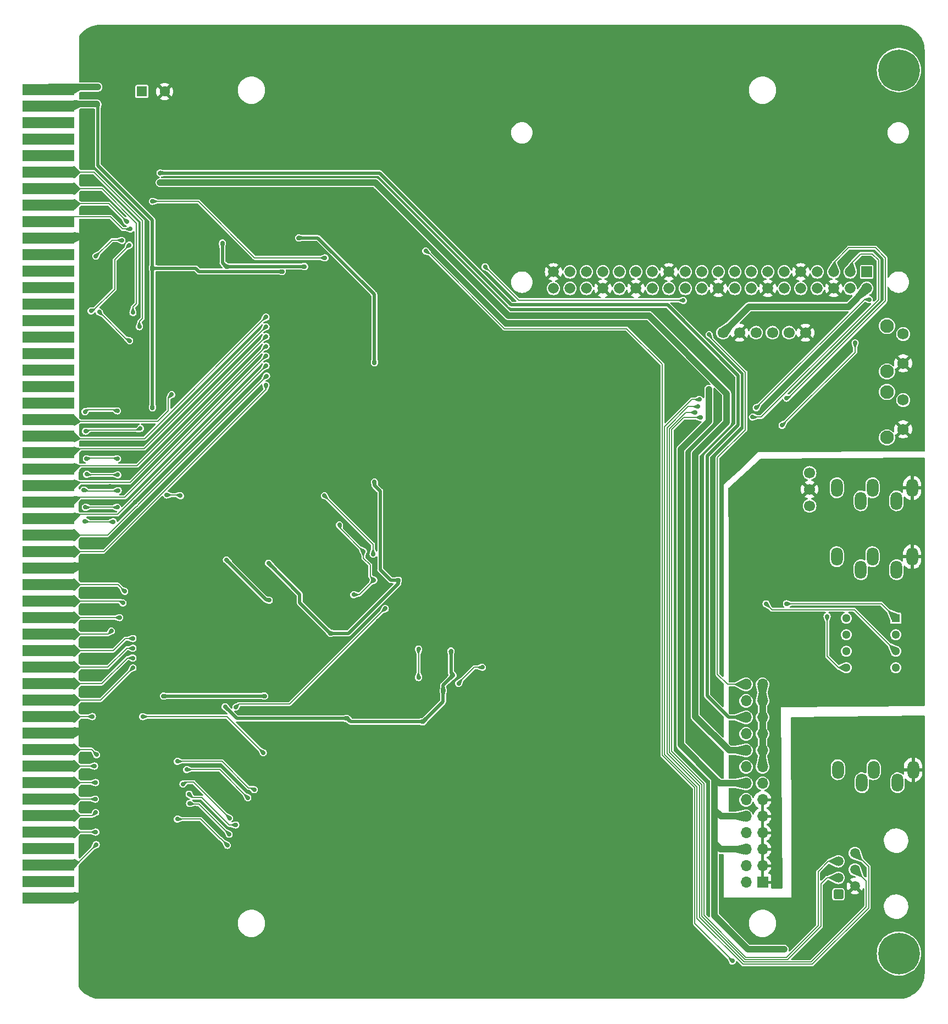
<source format=gbr>
G04 #@! TF.GenerationSoftware,KiCad,Pcbnew,7.0.10*
G04 #@! TF.CreationDate,2024-02-11T13:41:43-06:00*
G04 #@! TF.ProjectId,midiori,6d696469-6f72-4692-9e6b-696361645f70,rev?*
G04 #@! TF.SameCoordinates,Original*
G04 #@! TF.FileFunction,Copper,L2,Bot*
G04 #@! TF.FilePolarity,Positive*
%FSLAX46Y46*%
G04 Gerber Fmt 4.6, Leading zero omitted, Abs format (unit mm)*
G04 Created by KiCad (PCBNEW 7.0.10) date 2024-02-11 13:41:43*
%MOMM*%
%LPD*%
G01*
G04 APERTURE LIST*
G04 Aperture macros list*
%AMRoundRect*
0 Rectangle with rounded corners*
0 $1 Rounding radius*
0 $2 $3 $4 $5 $6 $7 $8 $9 X,Y pos of 4 corners*
0 Add a 4 corners polygon primitive as box body*
4,1,4,$2,$3,$4,$5,$6,$7,$8,$9,$2,$3,0*
0 Add four circle primitives for the rounded corners*
1,1,$1+$1,$2,$3*
1,1,$1+$1,$4,$5*
1,1,$1+$1,$6,$7*
1,1,$1+$1,$8,$9*
0 Add four rect primitives between the rounded corners*
20,1,$1+$1,$2,$3,$4,$5,0*
20,1,$1+$1,$4,$5,$6,$7,0*
20,1,$1+$1,$6,$7,$8,$9,0*
20,1,$1+$1,$8,$9,$2,$3,0*%
G04 Aperture macros list end*
G04 #@! TA.AperFunction,ConnectorPad*
%ADD10R,8.000000X1.800000*%
G04 #@! TD*
G04 #@! TA.AperFunction,ComponentPad*
%ADD11C,6.400000*%
G04 #@! TD*
G04 #@! TA.AperFunction,ComponentPad*
%ADD12O,1.800000X2.800000*%
G04 #@! TD*
G04 #@! TA.AperFunction,ComponentPad*
%ADD13C,2.100000*%
G04 #@! TD*
G04 #@! TA.AperFunction,ComponentPad*
%ADD14C,1.750000*%
G04 #@! TD*
G04 #@! TA.AperFunction,ComponentPad*
%ADD15R,1.665000X1.665000*%
G04 #@! TD*
G04 #@! TA.AperFunction,ComponentPad*
%ADD16C,1.665000*%
G04 #@! TD*
G04 #@! TA.AperFunction,ComponentPad*
%ADD17R,1.700000X1.700000*%
G04 #@! TD*
G04 #@! TA.AperFunction,ComponentPad*
%ADD18O,1.700000X1.700000*%
G04 #@! TD*
G04 #@! TA.AperFunction,ComponentPad*
%ADD19RoundRect,0.250000X0.510000X-0.510000X0.510000X0.510000X-0.510000X0.510000X-0.510000X-0.510000X0*%
G04 #@! TD*
G04 #@! TA.AperFunction,ComponentPad*
%ADD20C,1.520000*%
G04 #@! TD*
G04 #@! TA.AperFunction,ComponentPad*
%ADD21C,1.700000*%
G04 #@! TD*
G04 #@! TA.AperFunction,ComponentPad*
%ADD22R,1.300000X1.300000*%
G04 #@! TD*
G04 #@! TA.AperFunction,ComponentPad*
%ADD23C,1.300000*%
G04 #@! TD*
G04 #@! TA.AperFunction,ComponentPad*
%ADD24R,1.600000X1.600000*%
G04 #@! TD*
G04 #@! TA.AperFunction,ComponentPad*
%ADD25C,1.600000*%
G04 #@! TD*
G04 #@! TA.AperFunction,ViaPad*
%ADD26C,0.700000*%
G04 #@! TD*
G04 #@! TA.AperFunction,Conductor*
%ADD27C,1.000000*%
G04 #@! TD*
G04 #@! TA.AperFunction,Conductor*
%ADD28C,0.500000*%
G04 #@! TD*
G04 #@! TA.AperFunction,Conductor*
%ADD29C,0.200000*%
G04 #@! TD*
G04 APERTURE END LIST*
D10*
X50000000Y-173460000D03*
X50000000Y-170920000D03*
X50000000Y-168380000D03*
X50000000Y-165840000D03*
X50000000Y-163300000D03*
X50000000Y-160760000D03*
X50000000Y-158220000D03*
X50000000Y-155680000D03*
X50000000Y-153140000D03*
X50000000Y-150600000D03*
X50000000Y-148060000D03*
X50000000Y-145520000D03*
X50000000Y-142980000D03*
X50000000Y-140440000D03*
X50000000Y-137900000D03*
X50000000Y-135360000D03*
X50000000Y-132820000D03*
X50000000Y-130280000D03*
X50000000Y-127740000D03*
X50000000Y-125200000D03*
X50000000Y-122660000D03*
X50000000Y-120120000D03*
X50000000Y-117580000D03*
X50000000Y-115040000D03*
X50000000Y-112500000D03*
X50000000Y-109960000D03*
X50000000Y-107420000D03*
X50000000Y-104880000D03*
X50000000Y-102340000D03*
X50000000Y-99800000D03*
X50000000Y-97260000D03*
X50000000Y-94720000D03*
X50000000Y-92180000D03*
X50000000Y-89640000D03*
X50000000Y-87100000D03*
X50000000Y-84560000D03*
X50000000Y-82020000D03*
X50000000Y-79480000D03*
X50000000Y-76940000D03*
X50000000Y-74400000D03*
X50000000Y-71860000D03*
X50000000Y-69320000D03*
X50000000Y-66780000D03*
X50000000Y-64240000D03*
X50000000Y-61700000D03*
X50000000Y-59160000D03*
X50000000Y-56620000D03*
X50000000Y-54080000D03*
X50000000Y-51540000D03*
X50000000Y-49000000D03*
D11*
X181000000Y-182000000D03*
X181000000Y-46000000D03*
D12*
X175300000Y-155700000D03*
X177100000Y-153700000D03*
X183200000Y-153700000D03*
X180800000Y-155700000D03*
X171600000Y-153700000D03*
D13*
X179169500Y-85375000D03*
X179169500Y-92385000D03*
D14*
X181659500Y-86625000D03*
X181659500Y-91125000D03*
D15*
X176055000Y-77050000D03*
D16*
X176055000Y-79590000D03*
X173515000Y-77050000D03*
X173515000Y-79590000D03*
X170975000Y-77050000D03*
X170975000Y-79590000D03*
X168435000Y-77050000D03*
X168435000Y-79590000D03*
X165895000Y-77050000D03*
X165895000Y-79590000D03*
X163355000Y-77050000D03*
X163355000Y-79590000D03*
X160815000Y-77050000D03*
X160815000Y-79590000D03*
X158275000Y-77050000D03*
X158275000Y-79590000D03*
X155735000Y-77050000D03*
X155735000Y-79590000D03*
X153195000Y-77050000D03*
X153195000Y-79590000D03*
X150655000Y-77050000D03*
X150655000Y-79590000D03*
X148115000Y-77050000D03*
X148115000Y-79590000D03*
X145575000Y-77050000D03*
X145575000Y-79590000D03*
X143035000Y-77050000D03*
X143035000Y-79590000D03*
X140495000Y-77050000D03*
X140495000Y-79590000D03*
X137955000Y-77050000D03*
X137955000Y-79590000D03*
X135415000Y-77050000D03*
X135415000Y-79590000D03*
X132875000Y-77050000D03*
X132875000Y-79590000D03*
X130335000Y-77050000D03*
X130335000Y-79590000D03*
X127795000Y-77050000D03*
X127795000Y-79590000D03*
D12*
X175140000Y-122900000D03*
X176940000Y-120900000D03*
X183040000Y-120900000D03*
X180640000Y-122900000D03*
X171440000Y-120900000D03*
D17*
X160000000Y-171040000D03*
D18*
X157460000Y-171040000D03*
X160000000Y-168500000D03*
X157460000Y-168500000D03*
X160000000Y-165960000D03*
X157460000Y-165960000D03*
X160000000Y-163420000D03*
X157460000Y-163420000D03*
X160000000Y-160880000D03*
X157460000Y-160880000D03*
X160000000Y-158340000D03*
X157460000Y-158340000D03*
X160000000Y-155800000D03*
X157460000Y-155800000D03*
X160000000Y-153260000D03*
X157460000Y-153260000D03*
X160000000Y-150720000D03*
X157460000Y-150720000D03*
X160000000Y-148180000D03*
X157460000Y-148180000D03*
X160000000Y-145640000D03*
X157460000Y-145640000D03*
X160000000Y-143100000D03*
X157460000Y-143100000D03*
X160000000Y-140560000D03*
X157460000Y-140560000D03*
D19*
X171685000Y-172875000D03*
D20*
X174225000Y-171605000D03*
X171685000Y-170335000D03*
X174225000Y-169065000D03*
X171685000Y-167795000D03*
X174225000Y-166525000D03*
D12*
X175140000Y-112290000D03*
X176940000Y-110290000D03*
X183040000Y-110290000D03*
X180640000Y-112290000D03*
X171440000Y-110290000D03*
D13*
X179169500Y-95535000D03*
X179169500Y-102545000D03*
D14*
X181659500Y-96785000D03*
X181659500Y-101285000D03*
D21*
X166615000Y-86410000D03*
X164075000Y-86410000D03*
X161535000Y-86410000D03*
X158995000Y-86410000D03*
X156455000Y-86410000D03*
X153915000Y-86410000D03*
X167250000Y-113080000D03*
X167250000Y-110540000D03*
X167250000Y-108000000D03*
D22*
X180530000Y-130380000D03*
D23*
X180530000Y-135460000D03*
X180530000Y-138000000D03*
X180530000Y-132920000D03*
X172910000Y-138000000D03*
X172910000Y-132920000D03*
X172910000Y-130380000D03*
X172910000Y-135460000D03*
D24*
X64387349Y-49276000D03*
D25*
X67887349Y-49276000D03*
D26*
X163325000Y-181350000D03*
X57600000Y-51200000D03*
X67710001Y-142352499D03*
X57600000Y-48600000D03*
X66000000Y-76500000D03*
X66000000Y-98000000D03*
X151725000Y-95150000D03*
X86000000Y-77000000D03*
X83312000Y-142352499D03*
X90424000Y-120650000D03*
X108000000Y-152000000D03*
X94045004Y-150555000D03*
X73152000Y-93218000D03*
X84540000Y-117940000D03*
X83058000Y-147320000D03*
X87900000Y-124000000D03*
X62738000Y-139954000D03*
X100750000Y-130820000D03*
X64262000Y-135636000D03*
X116332000Y-151384000D03*
X86106000Y-102108000D03*
X108000000Y-154500000D03*
X80010000Y-104648000D03*
X71628000Y-64770000D03*
X107600000Y-141000000D03*
X88138000Y-80772000D03*
X59500000Y-112525000D03*
X71882000Y-108458000D03*
X57600000Y-168000000D03*
X57270000Y-131610000D03*
X98500000Y-128000000D03*
X165680000Y-148170000D03*
X61275000Y-100725000D03*
X74000000Y-106600000D03*
X74000000Y-128600000D03*
X56642000Y-164338000D03*
X89000000Y-115500000D03*
X98552000Y-122936000D03*
X58225000Y-94100000D03*
X80000000Y-122500000D03*
X57600000Y-147800000D03*
X93726000Y-80772000D03*
X55960000Y-73770000D03*
X178400000Y-98260000D03*
X75400000Y-69400000D03*
X67818000Y-146812000D03*
X92456000Y-148082000D03*
X100100000Y-126100000D03*
X57125000Y-63325000D03*
X87500000Y-127000000D03*
X101346000Y-144780000D03*
X72600000Y-157000000D03*
X67818000Y-80518000D03*
X62346998Y-58400000D03*
X104000000Y-129460000D03*
X83058000Y-144780000D03*
X75800000Y-164800000D03*
X78090000Y-140720000D03*
X154225000Y-92825000D03*
X74422000Y-146304000D03*
X151740000Y-150840000D03*
X72600000Y-154400000D03*
X69800000Y-73800000D03*
X78486000Y-106172000D03*
X60125000Y-117600000D03*
X72600000Y-159600000D03*
X178180000Y-88460000D03*
X61850000Y-108150000D03*
X85550000Y-129790000D03*
X63800000Y-147970000D03*
X88646000Y-132842000D03*
X96000000Y-116000000D03*
X59450000Y-110075000D03*
X101346000Y-147828000D03*
X87884000Y-147066000D03*
X106934000Y-119634000D03*
X74168000Y-80518000D03*
X57600000Y-173200000D03*
X93970000Y-135600000D03*
X63331343Y-112531343D03*
X149150000Y-100750000D03*
X59640000Y-134160000D03*
X68000000Y-123500000D03*
X92456000Y-142748000D03*
X59975000Y-103400000D03*
X72600000Y-162000000D03*
X108150000Y-137090000D03*
X69950000Y-68625000D03*
X64030000Y-151380000D03*
X67500000Y-98500000D03*
X72600000Y-151800000D03*
X87500000Y-118000000D03*
X115000000Y-144600000D03*
X155100000Y-74150000D03*
X73914000Y-123698000D03*
X94500000Y-128000000D03*
X83510000Y-152770000D03*
X82346998Y-57400000D03*
X57170000Y-67570000D03*
X74168000Y-117348000D03*
X66802000Y-163576000D03*
X61350000Y-105075000D03*
X66500000Y-119500000D03*
X107300000Y-123100000D03*
X100200000Y-117600000D03*
X72346998Y-58400000D03*
X95758000Y-163830000D03*
X64008000Y-155448000D03*
X57150000Y-136300000D03*
X57210000Y-65120000D03*
X90730000Y-131560000D03*
X66400000Y-141300000D03*
X57325000Y-86425000D03*
X96000000Y-112860000D03*
X93726000Y-84400000D03*
X65075000Y-101425000D03*
X91000000Y-125400000D03*
X83920000Y-126710000D03*
X114554000Y-130810000D03*
X95758000Y-119380000D03*
X91037409Y-127962591D03*
X102000000Y-113000000D03*
X95840000Y-131700000D03*
X170750000Y-174275000D03*
X57740000Y-126450000D03*
X56800000Y-71600000D03*
X73914000Y-139954000D03*
X57600000Y-122400000D03*
X84460000Y-150550000D03*
X148380000Y-93910000D03*
X68975000Y-95925000D03*
X63000000Y-135000000D03*
X83500000Y-88500000D03*
X83500000Y-94500000D03*
X83500000Y-91500000D03*
X83083843Y-151083843D03*
X56760000Y-145520000D03*
X64510000Y-145520000D03*
X63000000Y-138000000D03*
X69850000Y-152410000D03*
X81700000Y-156770000D03*
X57404000Y-151384000D03*
X57090000Y-153140000D03*
X80700000Y-158010000D03*
X71270000Y-153670000D03*
X63000000Y-133500000D03*
X59690000Y-132334000D03*
X60960000Y-130280000D03*
X61468000Y-128016000D03*
X61730000Y-126230000D03*
X83581343Y-93081343D03*
X83500000Y-90000000D03*
X83500000Y-85500000D03*
X83500000Y-87000000D03*
X63000000Y-83320000D03*
X64000000Y-85500000D03*
X83500000Y-84000000D03*
X60725000Y-110725000D03*
X55430000Y-110640000D03*
X62090000Y-69330000D03*
X56550000Y-83050000D03*
X62450000Y-72925000D03*
X62600000Y-70450000D03*
X60675000Y-108300000D03*
X55860000Y-108200000D03*
X55820000Y-105820000D03*
X60650000Y-105825000D03*
X60600000Y-98450000D03*
X55620000Y-98580000D03*
X55660000Y-113300000D03*
X60625000Y-113300000D03*
X59975000Y-115525000D03*
X55590000Y-115420000D03*
X57335000Y-165245000D03*
X70320011Y-111500000D03*
X68200000Y-111400000D03*
X66010000Y-66190000D03*
X62490000Y-87650000D03*
X117250000Y-76250000D03*
X92575000Y-74900000D03*
X61310000Y-72220000D03*
X147800000Y-81450000D03*
X57290000Y-74630000D03*
X57825000Y-83225000D03*
X77890000Y-161150000D03*
X57250000Y-155680000D03*
X70720000Y-155900000D03*
X78841000Y-162205000D03*
X71655000Y-157465000D03*
X57220000Y-158220000D03*
X57250000Y-160274000D03*
X71735000Y-158885000D03*
X77815000Y-163625000D03*
X57270000Y-163300000D03*
X69850000Y-161290000D03*
X77550000Y-165340000D03*
X64150000Y-101150000D03*
X55700000Y-101580000D03*
X63000000Y-136500000D03*
X163010000Y-100680000D03*
X100000000Y-120500000D03*
X174260000Y-87970000D03*
X92500000Y-111500000D03*
X97028000Y-126746000D03*
X96000000Y-145800000D03*
X94823499Y-115996501D03*
X98505000Y-120095000D03*
X112309069Y-139171755D03*
X77400000Y-76239990D03*
X84000000Y-127600000D03*
X112000000Y-135400000D03*
X100116000Y-124500000D03*
X89450000Y-76239990D03*
X77400000Y-121400000D03*
X110800000Y-141500000D03*
X76800000Y-72600000D03*
X107700000Y-146300000D03*
X77200000Y-144000000D03*
X88520000Y-71820000D03*
X83900000Y-121900000D03*
X103900000Y-124520000D03*
X93400000Y-132700000D03*
X100200000Y-109400000D03*
X100200000Y-91062000D03*
X113200000Y-140400000D03*
X116840000Y-137922000D03*
X107000000Y-135110010D03*
X107000000Y-139500000D03*
X101880000Y-128870000D03*
X78860000Y-144050000D03*
X149625000Y-98675000D03*
X176440000Y-81300000D03*
X159025000Y-97975000D03*
X150075000Y-97800000D03*
X158450000Y-99400000D03*
X150450000Y-99475000D03*
X150300000Y-96700000D03*
X163700000Y-96500000D03*
X165230000Y-137200000D03*
X67200000Y-63300000D03*
X67175000Y-61825000D03*
X151770000Y-86710000D03*
X169950000Y-130090000D03*
X163690000Y-128150000D03*
X160545000Y-128165000D03*
X155360000Y-183150000D03*
X108100000Y-73820000D03*
D27*
X152600000Y-155050000D02*
X152600000Y-159900000D01*
X152575000Y-176200000D02*
X157725000Y-181350000D01*
D28*
X83312000Y-142352499D02*
X67710001Y-142352499D01*
D27*
X50400000Y-48600000D02*
X50000000Y-49000000D01*
X147425000Y-104375000D02*
X147425000Y-149875000D01*
X152600000Y-165000000D02*
X152575000Y-165025000D01*
D28*
X66000000Y-69075000D02*
X57600000Y-60675000D01*
X66000000Y-76500000D02*
X66000000Y-98000000D01*
D27*
X153560000Y-165960000D02*
X157460000Y-165960000D01*
X153580000Y-160880000D02*
X157460000Y-160880000D01*
X157925000Y-82400000D02*
X153915000Y-86410000D01*
X50000000Y-51200000D02*
X57400000Y-51200000D01*
X57600000Y-48600000D02*
X50400000Y-48600000D01*
X152600000Y-159900000D02*
X152600000Y-165000000D01*
D28*
X66000000Y-76500000D02*
X72700000Y-76500000D01*
D27*
X157725000Y-181350000D02*
X163325000Y-181350000D01*
X147425000Y-149875000D02*
X152600000Y-155050000D01*
X152575000Y-165025000D02*
X152575000Y-176200000D01*
X151725000Y-100075000D02*
X147425000Y-104375000D01*
D28*
X72700000Y-76500000D02*
X73200000Y-77000000D01*
D27*
X151725000Y-95150000D02*
X151725000Y-100075000D01*
X173245000Y-82400000D02*
X157925000Y-82400000D01*
D28*
X57600000Y-60675000D02*
X57600000Y-51000000D01*
X73200000Y-77000000D02*
X86000000Y-77000000D01*
X66000000Y-76500000D02*
X66000000Y-69075000D01*
D27*
X153350000Y-155800000D02*
X157460000Y-155800000D01*
X152600000Y-155050000D02*
X153350000Y-155800000D01*
X152600000Y-159900000D02*
X153580000Y-160880000D01*
X176055000Y-79590000D02*
X173245000Y-82400000D01*
X152825000Y-165225000D02*
X153560000Y-165960000D01*
D29*
X73914000Y-139954000D02*
X73152000Y-139192000D01*
D27*
X50000000Y-71600000D02*
X56800000Y-71600000D01*
D29*
X95758000Y-152267996D02*
X94045004Y-150555000D01*
X66802000Y-147828000D02*
X66802000Y-163576000D01*
X68000000Y-139772000D02*
X66040000Y-141732000D01*
X74168000Y-117348000D02*
X74168000Y-110744000D01*
X68000000Y-123500000D02*
X68000000Y-139772000D01*
D27*
X160000000Y-153260000D02*
X160000000Y-142100000D01*
D29*
X74168000Y-110744000D02*
X71882000Y-108458000D01*
D27*
X160000000Y-143100000D02*
X160000000Y-140560000D01*
D29*
X71882000Y-108458000D02*
X73740000Y-106600000D01*
X73152000Y-93218000D02*
X73152000Y-81534000D01*
X67818000Y-146812000D02*
X66802000Y-147828000D01*
X73152000Y-124460000D02*
X73914000Y-123698000D01*
X73152000Y-139192000D02*
X73152000Y-124460000D01*
D27*
X50000000Y-147800000D02*
X57600000Y-147800000D01*
D29*
X95758000Y-163830000D02*
X95758000Y-152267996D01*
D27*
X50000000Y-122400000D02*
X56500000Y-122400000D01*
D29*
X73740000Y-106600000D02*
X74000000Y-106600000D01*
X73152000Y-81534000D02*
X74168000Y-80518000D01*
D27*
X50000000Y-173200000D02*
X57600000Y-173200000D01*
D29*
X66815868Y-100075000D02*
X50275000Y-100075000D01*
X50275000Y-100075000D02*
X50000000Y-99800000D01*
X68975000Y-95925000D02*
X68449999Y-96450001D01*
X68449999Y-96450001D02*
X68449999Y-98440869D01*
X68449999Y-98440869D02*
X66815868Y-100075000D01*
X59144000Y-137900000D02*
X62044000Y-135000000D01*
X50000000Y-137900000D02*
X59144000Y-137900000D01*
X62044000Y-135000000D02*
X63000000Y-135000000D01*
X62550000Y-109450000D02*
X83500000Y-88500000D01*
X50510000Y-109450000D02*
X62550000Y-109450000D01*
X50000000Y-109960000D02*
X50510000Y-109450000D01*
X50000000Y-120120000D02*
X58505000Y-120120000D01*
X83500000Y-95125000D02*
X83500000Y-94500000D01*
X58505000Y-120120000D02*
X83500000Y-95125000D01*
X50640000Y-114400000D02*
X60600000Y-114400000D01*
X50000000Y-115040000D02*
X50640000Y-114400000D01*
X60600000Y-114400000D02*
X83500000Y-91500000D01*
X50000000Y-145520000D02*
X56760000Y-145520000D01*
X64510000Y-145520000D02*
X77520000Y-145520000D01*
X77520000Y-145520000D02*
X83083843Y-151083843D01*
X58020000Y-142980000D02*
X63000000Y-138000000D01*
X50000000Y-142980000D02*
X58020000Y-142980000D01*
X72862671Y-152400000D02*
X76708000Y-152400000D01*
X80818000Y-156510000D02*
X81112671Y-156510000D01*
X50000000Y-150600000D02*
X56620000Y-150600000D01*
X56620000Y-150600000D02*
X57404000Y-151384000D01*
X72337329Y-152400000D02*
X72347329Y-152410000D01*
X72852671Y-152410000D02*
X72862671Y-152400000D01*
X81372671Y-156770000D02*
X81700000Y-156770000D01*
X69850000Y-152410000D02*
X69860000Y-152400000D01*
X72347329Y-152410000D02*
X72852671Y-152410000D01*
X76708000Y-152400000D02*
X80818000Y-156510000D01*
X69860000Y-152400000D02*
X72337329Y-152400000D01*
X81112671Y-156510000D02*
X81372671Y-156770000D01*
X50000000Y-153140000D02*
X57090000Y-153140000D01*
X76360000Y-153670000D02*
X71270000Y-153670000D01*
X80700000Y-158010000D02*
X76360000Y-153670000D01*
X61826000Y-133500000D02*
X63000000Y-133500000D01*
X59966000Y-135360000D02*
X61826000Y-133500000D01*
X50000000Y-135360000D02*
X59966000Y-135360000D01*
X59690000Y-132334000D02*
X59204000Y-132820000D01*
X59204000Y-132820000D02*
X50000000Y-132820000D01*
X60960000Y-130280000D02*
X50000000Y-130280000D01*
X61192000Y-127740000D02*
X50000000Y-127740000D01*
X61468000Y-128016000D02*
X61192000Y-127740000D01*
X61730000Y-126230000D02*
X60700000Y-125200000D01*
X60700000Y-125200000D02*
X50000000Y-125200000D01*
X63941343Y-112784014D02*
X63941343Y-112721343D01*
X63521343Y-113141343D02*
X63584014Y-113141343D01*
X59082686Y-117580000D02*
X63521343Y-113141343D01*
X63584014Y-113141343D02*
X63941343Y-112784014D01*
X63941343Y-112721343D02*
X83581343Y-93081343D01*
X50000000Y-117580000D02*
X59082686Y-117580000D01*
X50725000Y-111775000D02*
X61725000Y-111775000D01*
X50000000Y-112500000D02*
X50725000Y-111775000D01*
X61725000Y-111775000D02*
X83500000Y-90000000D01*
X50605000Y-104275000D02*
X64725000Y-104275000D01*
X64725000Y-104275000D02*
X83500000Y-85500000D01*
X50000000Y-104880000D02*
X50605000Y-104275000D01*
X63600000Y-106900000D02*
X83500000Y-87000000D01*
X50520000Y-106900000D02*
X63600000Y-106900000D01*
X50000000Y-107420000D02*
X50520000Y-106900000D01*
X58240000Y-64240000D02*
X50000000Y-64240000D01*
X63550000Y-69550000D02*
X58240000Y-64240000D01*
X63000000Y-83320000D02*
X63000000Y-82450000D01*
X63550000Y-81900000D02*
X63550000Y-69550000D01*
X63000000Y-82450000D02*
X63550000Y-81900000D01*
X50000000Y-61700000D02*
X57000000Y-61700000D01*
X57000000Y-61700000D02*
X64475000Y-69175000D01*
X64475000Y-69175000D02*
X64475000Y-84200000D01*
X64475000Y-84200000D02*
X64000000Y-84675000D01*
X64000000Y-84675000D02*
X64000000Y-85500000D01*
X64775000Y-102725000D02*
X83500000Y-84000000D01*
X50000000Y-102340000D02*
X50385000Y-102725000D01*
X50385000Y-102725000D02*
X64775000Y-102725000D01*
X60675000Y-110775000D02*
X60725000Y-110725000D01*
X55565000Y-110775000D02*
X60675000Y-110775000D01*
X55430000Y-110640000D02*
X55565000Y-110775000D01*
X50250000Y-66530000D02*
X50000000Y-66780000D01*
X59290000Y-66530000D02*
X50250000Y-66530000D01*
X62090000Y-69330000D02*
X59290000Y-66530000D01*
X62450000Y-72925000D02*
X60200000Y-75175000D01*
X56850000Y-83050000D02*
X56550000Y-83050000D01*
X60200000Y-79700000D02*
X56850000Y-83050000D01*
X60200000Y-75175000D02*
X60200000Y-79700000D01*
X59540000Y-68590000D02*
X50730000Y-68590000D01*
X50730000Y-68590000D02*
X50000000Y-69320000D01*
X62600000Y-70450000D02*
X61400000Y-70450000D01*
X61400000Y-70450000D02*
X59540000Y-68590000D01*
X55960000Y-108300000D02*
X60675000Y-108300000D01*
X55860000Y-108200000D02*
X55960000Y-108300000D01*
X60525000Y-105700000D02*
X60650000Y-105825000D01*
X55940000Y-105700000D02*
X60525000Y-105700000D01*
X55820000Y-105820000D02*
X55940000Y-105700000D01*
X60425000Y-98275000D02*
X60600000Y-98450000D01*
X55925000Y-98275000D02*
X60425000Y-98275000D01*
X55620000Y-98580000D02*
X55925000Y-98275000D01*
X55660000Y-113300000D02*
X60625000Y-113300000D01*
X55720000Y-115550000D02*
X59950000Y-115550000D01*
X55590000Y-115420000D02*
X55720000Y-115550000D01*
X59950000Y-115550000D02*
X59975000Y-115525000D01*
X54200000Y-168380000D02*
X57335000Y-165245000D01*
X68200000Y-111400000D02*
X70220011Y-111400000D01*
X70220011Y-111400000D02*
X70320011Y-111500000D01*
X50000000Y-168380000D02*
X54200000Y-168380000D01*
X62250000Y-87650000D02*
X57825000Y-83225000D01*
X73052671Y-66190000D02*
X66010000Y-66190000D01*
X81762671Y-74900000D02*
X73052671Y-66190000D01*
X61250000Y-72160000D02*
X61310000Y-72220000D01*
X122425000Y-81425000D02*
X147775000Y-81425000D01*
X117250000Y-76250000D02*
X122425000Y-81425000D01*
X57290000Y-74630000D02*
X59760000Y-72160000D01*
X59760000Y-72160000D02*
X61250000Y-72160000D01*
X147775000Y-81425000D02*
X147800000Y-81450000D01*
X62490000Y-87650000D02*
X62250000Y-87650000D01*
X92575000Y-74900000D02*
X81762671Y-74900000D01*
X72350010Y-155610010D02*
X77890000Y-161150000D01*
X50000000Y-155680000D02*
X57250000Y-155680000D01*
X72350010Y-155610010D02*
X71009990Y-155610010D01*
X71009990Y-155610010D02*
X70720000Y-155900000D01*
X72170000Y-157980000D02*
X71655000Y-157465000D01*
X73600000Y-157980000D02*
X72170000Y-157980000D01*
X77825000Y-162205000D02*
X73600000Y-157980000D01*
X50000000Y-158220000D02*
X57220000Y-158220000D01*
X78841000Y-162205000D02*
X77825000Y-162205000D01*
X56764000Y-160760000D02*
X57250000Y-160274000D01*
X50000000Y-160760000D02*
X56764000Y-160760000D01*
X71840000Y-158990000D02*
X71735000Y-158885000D01*
X73180000Y-158990000D02*
X71840000Y-158990000D01*
X77815000Y-163625000D02*
X73180000Y-158990000D01*
X69850000Y-161290000D02*
X73440000Y-161290000D01*
X76460000Y-164310000D02*
X76520000Y-164310000D01*
X50000000Y-163300000D02*
X57270000Y-163300000D01*
X76520000Y-164310000D02*
X77550000Y-165340000D01*
X73440000Y-161290000D02*
X76460000Y-164310000D01*
X55700000Y-101580000D02*
X55880000Y-101400000D01*
X55880000Y-101400000D02*
X63900000Y-101400000D01*
X63900000Y-101400000D02*
X64150000Y-101150000D01*
X62128000Y-136500000D02*
X63000000Y-136500000D01*
X58188000Y-140440000D02*
X62128000Y-136500000D01*
X50000000Y-140440000D02*
X58188000Y-140440000D01*
X100000000Y-119000000D02*
X92500000Y-111500000D01*
X174260000Y-89430000D02*
X174260000Y-87970000D01*
X100000000Y-119000000D02*
X100000000Y-120500000D01*
X163010000Y-100680000D02*
X174260000Y-89430000D01*
D28*
X110800000Y-141500000D02*
X110800000Y-140680824D01*
D29*
X94823499Y-116413499D02*
X94823499Y-115996501D01*
D28*
X79000000Y-145800000D02*
X77200000Y-144000000D01*
D29*
X98505000Y-121111000D02*
X98505000Y-120095000D01*
D28*
X110800000Y-143200000D02*
X107700000Y-146300000D01*
X96500000Y-146300000D02*
X96000000Y-145800000D01*
X112000000Y-138862686D02*
X112309069Y-139171755D01*
X110800000Y-140680824D02*
X112309069Y-139171755D01*
D29*
X98505000Y-120095000D02*
X94823499Y-116413499D01*
D28*
X96500000Y-146300000D02*
X107700000Y-146300000D01*
X83600000Y-127600000D02*
X84000000Y-127600000D01*
D29*
X97870000Y-126746000D02*
X100116000Y-124500000D01*
X99568000Y-122174000D02*
X98505000Y-121111000D01*
D28*
X110800000Y-141500000D02*
X110800000Y-143200000D01*
X77400000Y-121400000D02*
X83600000Y-127600000D01*
D29*
X97028000Y-126746000D02*
X97870000Y-126746000D01*
D28*
X96000000Y-145800000D02*
X79000000Y-145800000D01*
X76800000Y-72600000D02*
X76800000Y-75639990D01*
X89450000Y-76239990D02*
X77400000Y-76239990D01*
X76800000Y-75639990D02*
X77400000Y-76239990D01*
D29*
X99568000Y-123952000D02*
X99568000Y-122174000D01*
D28*
X112000000Y-135400000D02*
X112000000Y-138862686D01*
D29*
X100116000Y-124500000D02*
X99568000Y-123952000D01*
D28*
X91500000Y-71820000D02*
X100200000Y-80520000D01*
X100200000Y-109894974D02*
X100200000Y-109400000D01*
X102720000Y-124520000D02*
X101100000Y-122900000D01*
X101100000Y-122900000D02*
X101100000Y-110794974D01*
X103900000Y-124520000D02*
X102720000Y-124520000D01*
X103900000Y-124520000D02*
X103900000Y-125000000D01*
X93400000Y-132700000D02*
X88700000Y-128000000D01*
X103900000Y-125000000D02*
X96200000Y-132700000D01*
X88700000Y-126700000D02*
X83900000Y-121900000D01*
X96200000Y-132700000D02*
X93400000Y-132700000D01*
X88700000Y-128000000D02*
X88700000Y-126874802D01*
X88700000Y-126874802D02*
X88700000Y-126700000D01*
X88520000Y-71820000D02*
X91500000Y-71820000D01*
X100200000Y-80520000D02*
X100200000Y-91062000D01*
X101100000Y-110794974D02*
X100200000Y-109894974D01*
D29*
X115570000Y-137922000D02*
X113200000Y-140292000D01*
X116840000Y-137922000D02*
X115570000Y-137922000D01*
X113200000Y-140292000D02*
X113200000Y-140400000D01*
X107000000Y-139500000D02*
X107000000Y-135110010D01*
X101880000Y-128827329D02*
X101857329Y-128850000D01*
X79310000Y-143600000D02*
X87107329Y-143600000D01*
X101837329Y-128870000D02*
X101880000Y-128870000D01*
X87107329Y-143600000D02*
X101837329Y-128870000D01*
X101880000Y-128870000D02*
X101880000Y-128827329D01*
X78860000Y-144050000D02*
X79310000Y-143600000D01*
X145645000Y-151029116D02*
X150640000Y-156024116D01*
X148165884Y-98675000D02*
X145645000Y-101195884D01*
X157303232Y-182935000D02*
X163849117Y-182935000D01*
X169000000Y-171250000D02*
X169915000Y-170335000D01*
X145645000Y-101195884D02*
X145645000Y-151029116D01*
X149625000Y-98675000D02*
X148165884Y-98675000D01*
X150640000Y-156024116D02*
X150640000Y-176271768D01*
X163849117Y-182935000D02*
X169000000Y-177784117D01*
X169915000Y-170335000D02*
X171685000Y-170335000D01*
X169000000Y-177784117D02*
X169000000Y-171250000D01*
X150640000Y-176271768D02*
X157303232Y-182935000D01*
X150280000Y-176420884D02*
X157154116Y-183295000D01*
X148531768Y-97800000D02*
X145285000Y-101046768D01*
X175980000Y-174790884D02*
X175980000Y-170820000D01*
X167475884Y-183295000D02*
X175980000Y-174790884D01*
X145285000Y-101046768D02*
X145285000Y-151178232D01*
X159025000Y-97975000D02*
X175700000Y-81300000D01*
X145285000Y-151178232D02*
X150280000Y-156173232D01*
X150075000Y-97800000D02*
X148531768Y-97800000D01*
X157154116Y-183295000D02*
X167475884Y-183295000D01*
X175700000Y-81300000D02*
X176440000Y-81300000D01*
X150280000Y-156173232D02*
X150280000Y-176420884D01*
X175980000Y-170820000D02*
X174225000Y-169065000D01*
X168575000Y-177700000D02*
X168575000Y-169365000D01*
X177875000Y-75250000D02*
X176915000Y-74290000D01*
X146005000Y-101345000D02*
X146005000Y-150880000D01*
X157452348Y-182575000D02*
X163700000Y-182575000D01*
X151000000Y-176122652D02*
X157452348Y-182575000D01*
X170145000Y-167795000D02*
X171685000Y-167795000D01*
X176915000Y-74290000D02*
X175130000Y-74290000D01*
X146005000Y-150880000D02*
X151000000Y-155875000D01*
X159775000Y-99400000D02*
X177875000Y-81300000D01*
X177875000Y-81300000D02*
X177875000Y-75250000D01*
X168575000Y-169365000D02*
X170145000Y-167795000D01*
X147875000Y-99475000D02*
X146005000Y-101345000D01*
X173515000Y-75905000D02*
X173515000Y-77050000D01*
X163700000Y-182575000D02*
X168575000Y-177700000D01*
X175130000Y-74290000D02*
X173515000Y-75905000D01*
X158450000Y-99400000D02*
X159775000Y-99400000D01*
X151000000Y-155875000D02*
X151000000Y-176122652D01*
X150450000Y-99475000D02*
X147875000Y-99475000D01*
X163975000Y-96500000D02*
X178925000Y-81550000D01*
X157005000Y-183655000D02*
X167625000Y-183655000D01*
X149122652Y-96700000D02*
X144925000Y-100897652D01*
X150300000Y-96700000D02*
X149122652Y-96700000D01*
X178925000Y-74875000D02*
X177375000Y-73325000D01*
X177375000Y-73325000D02*
X173285000Y-73325000D01*
X144925000Y-100897652D02*
X144925000Y-151327348D01*
X178925000Y-81550000D02*
X178925000Y-74875000D01*
X144925000Y-151327348D02*
X149920000Y-156322348D01*
X149920000Y-176570000D02*
X157005000Y-183655000D01*
X173285000Y-73325000D02*
X170975000Y-75635000D01*
X170975000Y-75635000D02*
X170975000Y-77050000D01*
X167625000Y-183655000D02*
X176340000Y-174940000D01*
X163700000Y-96500000D02*
X163975000Y-96500000D01*
X149920000Y-156322348D02*
X149920000Y-176570000D01*
X176340000Y-174940000D02*
X176340000Y-168640000D01*
X176340000Y-168640000D02*
X174225000Y-166525000D01*
D27*
X154845000Y-150720000D02*
X157460000Y-150720000D01*
X154475000Y-100225000D02*
X149625000Y-105075000D01*
X142475000Y-83775000D02*
X154475000Y-95775000D01*
X154475000Y-95775000D02*
X154475000Y-100225000D01*
X149625000Y-105075000D02*
X149625000Y-145500000D01*
X120825000Y-83775000D02*
X142475000Y-83775000D01*
X67200000Y-63300000D02*
X100350000Y-63300000D01*
X100350000Y-63300000D02*
X120825000Y-83775000D01*
X149625000Y-145500000D02*
X154845000Y-150720000D01*
D28*
X156225000Y-100650000D02*
X151450000Y-105425000D01*
X154790000Y-145640000D02*
X157460000Y-145640000D01*
X151450000Y-105425000D02*
X151450000Y-142300000D01*
X121300000Y-82125000D02*
X145350000Y-82125000D01*
X156225000Y-93000000D02*
X156225000Y-100650000D01*
X151450000Y-142300000D02*
X154790000Y-145640000D01*
X67175000Y-61825000D02*
X101000000Y-61825000D01*
X145350000Y-82125000D02*
X156225000Y-93000000D01*
X101000000Y-61825000D02*
X121300000Y-82125000D01*
D29*
X154585000Y-140560000D02*
X157460000Y-140560000D01*
X151770000Y-86710000D02*
X151770000Y-86895000D01*
X153050000Y-105675000D02*
X153050000Y-139025000D01*
X151770000Y-86895000D02*
X157350000Y-92475000D01*
X157350000Y-92475000D02*
X157350000Y-101375000D01*
X157350000Y-101375000D02*
X153050000Y-105675000D01*
X153050000Y-139025000D02*
X154585000Y-140560000D01*
X171710000Y-138000000D02*
X172910000Y-138000000D01*
X169950000Y-130090000D02*
X169950000Y-136240000D01*
X169950000Y-136240000D02*
X171710000Y-138000000D01*
X163690000Y-128150000D02*
X178300000Y-128150000D01*
X178300000Y-128150000D02*
X180530000Y-130380000D01*
X174140000Y-129070000D02*
X180530000Y-135460000D01*
X160545000Y-128165000D02*
X161450000Y-129070000D01*
X161450000Y-129070000D02*
X174140000Y-129070000D01*
X139080000Y-85790000D02*
X144565000Y-91275000D01*
X108290000Y-73820000D02*
X120260000Y-85790000D01*
X120260000Y-85790000D02*
X139080000Y-85790000D01*
X144565000Y-91275000D02*
X144565000Y-151476464D01*
X149560000Y-156471464D02*
X149560000Y-177350000D01*
X108100000Y-73820000D02*
X108290000Y-73820000D01*
X149560000Y-177350000D02*
X155360000Y-183150000D01*
X144565000Y-151476464D02*
X149560000Y-156471464D01*
G04 #@! TA.AperFunction,Conductor*
G36*
X184931677Y-105661047D02*
G01*
X184977866Y-105713472D01*
X184989500Y-105765912D01*
X184989500Y-143770587D01*
X184969815Y-143837626D01*
X184917011Y-143883381D01*
X184866475Y-143894583D01*
X162873474Y-144067572D01*
X163079104Y-171858957D01*
X163059916Y-171926140D01*
X163007452Y-171972284D01*
X162959013Y-171983812D01*
X161477906Y-172030490D01*
X161410280Y-172012927D01*
X161362884Y-171961591D01*
X161350000Y-171906552D01*
X161350000Y-171290000D01*
X160433686Y-171290000D01*
X160459493Y-171249844D01*
X160500000Y-171111889D01*
X160500000Y-170968111D01*
X160459493Y-170830156D01*
X160433686Y-170790000D01*
X161350000Y-170790000D01*
X161350000Y-170142172D01*
X161349999Y-170142155D01*
X161343598Y-170082627D01*
X161343596Y-170082620D01*
X161293354Y-169947913D01*
X161293350Y-169947906D01*
X161207190Y-169832812D01*
X161207187Y-169832809D01*
X161092093Y-169746649D01*
X161092086Y-169746645D01*
X160960013Y-169697385D01*
X160904079Y-169655514D01*
X160879662Y-169590049D01*
X160894514Y-169521776D01*
X160915665Y-169493521D01*
X161038108Y-169371078D01*
X161173600Y-169177578D01*
X161273429Y-168963492D01*
X161273432Y-168963486D01*
X161330636Y-168750000D01*
X160433686Y-168750000D01*
X160459493Y-168709844D01*
X160500000Y-168571889D01*
X160500000Y-168428111D01*
X160459493Y-168290156D01*
X160433686Y-168250000D01*
X161330636Y-168250000D01*
X161330635Y-168249999D01*
X161273432Y-168036513D01*
X161273429Y-168036507D01*
X161173600Y-167822422D01*
X161173599Y-167822420D01*
X161038113Y-167628926D01*
X161038108Y-167628920D01*
X160871082Y-167461894D01*
X160684968Y-167331575D01*
X160641344Y-167276998D01*
X160634151Y-167207499D01*
X160665673Y-167145145D01*
X160684968Y-167128425D01*
X160871082Y-166998105D01*
X161038105Y-166831082D01*
X161173600Y-166637578D01*
X161273429Y-166423492D01*
X161273432Y-166423486D01*
X161330636Y-166210000D01*
X160433686Y-166210000D01*
X160459493Y-166169844D01*
X160500000Y-166031889D01*
X160500000Y-165888111D01*
X160459493Y-165750156D01*
X160433686Y-165710000D01*
X161330636Y-165710000D01*
X161330635Y-165709999D01*
X161273432Y-165496513D01*
X161273429Y-165496507D01*
X161173600Y-165282422D01*
X161173599Y-165282420D01*
X161038113Y-165088926D01*
X161038108Y-165088920D01*
X160871082Y-164921894D01*
X160684968Y-164791575D01*
X160641344Y-164736998D01*
X160634151Y-164667499D01*
X160665673Y-164605145D01*
X160684968Y-164588425D01*
X160871082Y-164458105D01*
X161038105Y-164291082D01*
X161173600Y-164097578D01*
X161273429Y-163883492D01*
X161273432Y-163883486D01*
X161330636Y-163670000D01*
X160433686Y-163670000D01*
X160459493Y-163629844D01*
X160500000Y-163491889D01*
X160500000Y-163348111D01*
X160459493Y-163210156D01*
X160433686Y-163170000D01*
X161330636Y-163170000D01*
X161330635Y-163169999D01*
X161273432Y-162956513D01*
X161273429Y-162956507D01*
X161173600Y-162742422D01*
X161173599Y-162742420D01*
X161038113Y-162548926D01*
X161038108Y-162548920D01*
X160871082Y-162381894D01*
X160684968Y-162251575D01*
X160641344Y-162196998D01*
X160634151Y-162127499D01*
X160665673Y-162065145D01*
X160684968Y-162048425D01*
X160871082Y-161918105D01*
X161038105Y-161751082D01*
X161173600Y-161557578D01*
X161273429Y-161343492D01*
X161273432Y-161343486D01*
X161330636Y-161130000D01*
X160433686Y-161130000D01*
X160459493Y-161089844D01*
X160500000Y-160951889D01*
X160500000Y-160808111D01*
X160459493Y-160670156D01*
X160433686Y-160630000D01*
X161330636Y-160630000D01*
X161330635Y-160629999D01*
X161273432Y-160416513D01*
X161273429Y-160416507D01*
X161173600Y-160202422D01*
X161173599Y-160202420D01*
X161038113Y-160008926D01*
X161038108Y-160008920D01*
X160871082Y-159841894D01*
X160684968Y-159711575D01*
X160641344Y-159656998D01*
X160634151Y-159587499D01*
X160665673Y-159525145D01*
X160684968Y-159508425D01*
X160871082Y-159378105D01*
X161038105Y-159211082D01*
X161173600Y-159017578D01*
X161273429Y-158803492D01*
X161273432Y-158803486D01*
X161330636Y-158590000D01*
X160433686Y-158590000D01*
X160459493Y-158549844D01*
X160500000Y-158411889D01*
X160500000Y-158268111D01*
X160459493Y-158130156D01*
X160433686Y-158090000D01*
X161330636Y-158090000D01*
X161330635Y-158089999D01*
X161273432Y-157876513D01*
X161273429Y-157876507D01*
X161173600Y-157662422D01*
X161173599Y-157662420D01*
X161038113Y-157468926D01*
X161038108Y-157468920D01*
X160871082Y-157301894D01*
X160677578Y-157166399D01*
X160463492Y-157066570D01*
X160463486Y-157066567D01*
X160341349Y-157033841D01*
X160281689Y-156997476D01*
X160251160Y-156934629D01*
X160259455Y-156865253D01*
X160303940Y-156811375D01*
X160337444Y-156795407D01*
X160403954Y-156775232D01*
X160586450Y-156677685D01*
X160746410Y-156546410D01*
X160877685Y-156386450D01*
X160975232Y-156203954D01*
X161035300Y-156005934D01*
X161055583Y-155800000D01*
X161035300Y-155594066D01*
X160975232Y-155396046D01*
X160877685Y-155213550D01*
X160796693Y-155114860D01*
X160746410Y-155053589D01*
X160586452Y-154922317D01*
X160586453Y-154922317D01*
X160586450Y-154922315D01*
X160403954Y-154824768D01*
X160205934Y-154764700D01*
X160205932Y-154764699D01*
X160205934Y-154764699D01*
X160000000Y-154744417D01*
X159794067Y-154764699D01*
X159596043Y-154824769D01*
X159486395Y-154883378D01*
X159413550Y-154922315D01*
X159413548Y-154922316D01*
X159413547Y-154922317D01*
X159253589Y-155053589D01*
X159122317Y-155213547D01*
X159024769Y-155396043D01*
X158964699Y-155594067D01*
X158944417Y-155800000D01*
X158964699Y-156005932D01*
X158964700Y-156005934D01*
X159024768Y-156203954D01*
X159122315Y-156386450D01*
X159122317Y-156386452D01*
X159253589Y-156546410D01*
X159332141Y-156610875D01*
X159413550Y-156677685D01*
X159596046Y-156775232D01*
X159662551Y-156795405D01*
X159720989Y-156833702D01*
X159749446Y-156897514D01*
X159738887Y-156966581D01*
X159692663Y-157018975D01*
X159658650Y-157033841D01*
X159536514Y-157066567D01*
X159536507Y-157066570D01*
X159322422Y-157166399D01*
X159322420Y-157166400D01*
X159128926Y-157301886D01*
X159128920Y-157301891D01*
X158961891Y-157468920D01*
X158961886Y-157468926D01*
X158826400Y-157662420D01*
X158826399Y-157662422D01*
X158726570Y-157876507D01*
X158726567Y-157876514D01*
X158693841Y-157998650D01*
X158657476Y-158058310D01*
X158594629Y-158088839D01*
X158525253Y-158080544D01*
X158471375Y-158036059D01*
X158455406Y-158002553D01*
X158435232Y-157936046D01*
X158337685Y-157753550D01*
X158262897Y-157662420D01*
X158206410Y-157593589D01*
X158088677Y-157496969D01*
X158046450Y-157462315D01*
X157863954Y-157364768D01*
X157665934Y-157304700D01*
X157665932Y-157304699D01*
X157665934Y-157304699D01*
X157460000Y-157284417D01*
X157254067Y-157304699D01*
X157056043Y-157364769D01*
X156945898Y-157423643D01*
X156873550Y-157462315D01*
X156873548Y-157462316D01*
X156873547Y-157462317D01*
X156713589Y-157593589D01*
X156582317Y-157753547D01*
X156484769Y-157936043D01*
X156424699Y-158134067D01*
X156404417Y-158340000D01*
X156424699Y-158545932D01*
X156424700Y-158545934D01*
X156484768Y-158743954D01*
X156582315Y-158926450D01*
X156582317Y-158926452D01*
X156713589Y-159086410D01*
X156810209Y-159165702D01*
X156873550Y-159217685D01*
X157056046Y-159315232D01*
X157254066Y-159375300D01*
X157254065Y-159375300D01*
X157272529Y-159377118D01*
X157460000Y-159395583D01*
X157665934Y-159375300D01*
X157863954Y-159315232D01*
X158046450Y-159217685D01*
X158206410Y-159086410D01*
X158337685Y-158926450D01*
X158435232Y-158743954D01*
X158455406Y-158677446D01*
X158493702Y-158619010D01*
X158557514Y-158590553D01*
X158626581Y-158601112D01*
X158678975Y-158647336D01*
X158693841Y-158681349D01*
X158726567Y-158803486D01*
X158726570Y-158803492D01*
X158826399Y-159017578D01*
X158961894Y-159211082D01*
X159128917Y-159378105D01*
X159315031Y-159508425D01*
X159358656Y-159563003D01*
X159365848Y-159632501D01*
X159334326Y-159694856D01*
X159315031Y-159711575D01*
X159128922Y-159841890D01*
X159128920Y-159841891D01*
X158961891Y-160008920D01*
X158961886Y-160008926D01*
X158826400Y-160202420D01*
X158826399Y-160202422D01*
X158726570Y-160416507D01*
X158726567Y-160416514D01*
X158693841Y-160538650D01*
X158657476Y-160598310D01*
X158594629Y-160628839D01*
X158525253Y-160620544D01*
X158471375Y-160576059D01*
X158455406Y-160542553D01*
X158435232Y-160476046D01*
X158337685Y-160293550D01*
X158256693Y-160194860D01*
X158206410Y-160133589D01*
X158088677Y-160036969D01*
X158046450Y-160002315D01*
X157863954Y-159904768D01*
X157665934Y-159844700D01*
X157665932Y-159844699D01*
X157665934Y-159844699D01*
X157460000Y-159824417D01*
X157254066Y-159844699D01*
X157099135Y-159891696D01*
X157088338Y-159894448D01*
X155727268Y-160176913D01*
X155702071Y-160179500D01*
X154936745Y-160179500D01*
X154869706Y-160159815D01*
X154823951Y-160107011D01*
X154812745Y-160055676D01*
X154807886Y-156624676D01*
X154827476Y-156557608D01*
X154880215Y-156511779D01*
X154931886Y-156500500D01*
X155702080Y-156500500D01*
X155727277Y-156503087D01*
X155727563Y-156503146D01*
X155727565Y-156503147D01*
X156246656Y-156610875D01*
X157088023Y-156785486D01*
X157087938Y-156785893D01*
X157098993Y-156788259D01*
X157254066Y-156835300D01*
X157460000Y-156855583D01*
X157665934Y-156835300D01*
X157863954Y-156775232D01*
X158046450Y-156677685D01*
X158206410Y-156546410D01*
X158337685Y-156386450D01*
X158435232Y-156203954D01*
X158495300Y-156005934D01*
X158515583Y-155800000D01*
X158495300Y-155594066D01*
X158435232Y-155396046D01*
X158337685Y-155213550D01*
X158256693Y-155114860D01*
X158206410Y-155053589D01*
X158046452Y-154922317D01*
X158046453Y-154922317D01*
X158046450Y-154922315D01*
X157863954Y-154824768D01*
X157665934Y-154764700D01*
X157665932Y-154764699D01*
X157665934Y-154764699D01*
X157460000Y-154744417D01*
X157254066Y-154764699D01*
X157099135Y-154811696D01*
X157088338Y-154814448D01*
X155727268Y-155096913D01*
X155702071Y-155099500D01*
X154929551Y-155099500D01*
X154862512Y-155079815D01*
X154816757Y-155027011D01*
X154805551Y-154975676D01*
X154803693Y-153663956D01*
X154803121Y-153260000D01*
X156404417Y-153260000D01*
X156424699Y-153465932D01*
X156424700Y-153465934D01*
X156484768Y-153663954D01*
X156582315Y-153846450D01*
X156582317Y-153846452D01*
X156713589Y-154006410D01*
X156810209Y-154085702D01*
X156873550Y-154137685D01*
X157056046Y-154235232D01*
X157254066Y-154295300D01*
X157254065Y-154295300D01*
X157272529Y-154297118D01*
X157460000Y-154315583D01*
X157665934Y-154295300D01*
X157863954Y-154235232D01*
X158046450Y-154137685D01*
X158206410Y-154006410D01*
X158337685Y-153846450D01*
X158435232Y-153663954D01*
X158495300Y-153465934D01*
X158515583Y-153260000D01*
X158944417Y-153260000D01*
X158964699Y-153465932D01*
X158964700Y-153465934D01*
X159024768Y-153663954D01*
X159122315Y-153846450D01*
X159122317Y-153846452D01*
X159253589Y-154006410D01*
X159350209Y-154085702D01*
X159413550Y-154137685D01*
X159596046Y-154235232D01*
X159794066Y-154295300D01*
X159794065Y-154295300D01*
X159812529Y-154297118D01*
X160000000Y-154315583D01*
X160205934Y-154295300D01*
X160403954Y-154235232D01*
X160586450Y-154137685D01*
X160746410Y-154006410D01*
X160877685Y-153846450D01*
X160975232Y-153663954D01*
X161035300Y-153465934D01*
X161055583Y-153260000D01*
X161035300Y-153054066D01*
X160988303Y-152899139D01*
X160985551Y-152888342D01*
X160984545Y-152883494D01*
X160984545Y-152883490D01*
X160713675Y-151578290D01*
X160719326Y-151508650D01*
X160743301Y-151471740D01*
X160742545Y-151471120D01*
X160790374Y-151412839D01*
X160877685Y-151306450D01*
X160975232Y-151123954D01*
X161035300Y-150925934D01*
X161055583Y-150720000D01*
X161035300Y-150514066D01*
X160975232Y-150316046D01*
X160877685Y-150133550D01*
X160746410Y-149973590D01*
X160745827Y-149973112D01*
X160745604Y-149972784D01*
X160742103Y-149969283D01*
X160742767Y-149968618D01*
X160706498Y-149915365D01*
X160700500Y-149877265D01*
X160700500Y-149022734D01*
X160720185Y-148955695D01*
X160742275Y-148930881D01*
X160742107Y-148930713D01*
X160745003Y-148927816D01*
X160745838Y-148926879D01*
X160746410Y-148926410D01*
X160877685Y-148766450D01*
X160975232Y-148583954D01*
X161035300Y-148385934D01*
X161055583Y-148180000D01*
X161035300Y-147974066D01*
X160975232Y-147776046D01*
X160877685Y-147593550D01*
X160746410Y-147433590D01*
X160745827Y-147433112D01*
X160745604Y-147432784D01*
X160742103Y-147429283D01*
X160742767Y-147428618D01*
X160706498Y-147375365D01*
X160700500Y-147337265D01*
X160700500Y-146482734D01*
X160720185Y-146415695D01*
X160742275Y-146390881D01*
X160742107Y-146390713D01*
X160745003Y-146387816D01*
X160745838Y-146386879D01*
X160746410Y-146386410D01*
X160877685Y-146226450D01*
X160975232Y-146043954D01*
X161035300Y-145845934D01*
X161055583Y-145640000D01*
X161035300Y-145434066D01*
X160975232Y-145236046D01*
X160877685Y-145053550D01*
X160867034Y-145040572D01*
X160788213Y-144944528D01*
X160746410Y-144893590D01*
X160745827Y-144893112D01*
X160745604Y-144892784D01*
X160742103Y-144889283D01*
X160742767Y-144888618D01*
X160706498Y-144835365D01*
X160700500Y-144797265D01*
X160700500Y-143942734D01*
X160720185Y-143875695D01*
X160742275Y-143850881D01*
X160742107Y-143850713D01*
X160745003Y-143847816D01*
X160745838Y-143846879D01*
X160746410Y-143846410D01*
X160877685Y-143686450D01*
X160975232Y-143503954D01*
X161035300Y-143305934D01*
X161055583Y-143100000D01*
X161035300Y-142894066D01*
X160988303Y-142739139D01*
X160985551Y-142728342D01*
X160984545Y-142723494D01*
X160984545Y-142723490D01*
X160804346Y-141855195D01*
X160804346Y-141804802D01*
X160985486Y-140931977D01*
X160985897Y-140932062D01*
X160988262Y-140920997D01*
X160989290Y-140917608D01*
X161035300Y-140765934D01*
X161055583Y-140560000D01*
X161035300Y-140354066D01*
X160975232Y-140156046D01*
X160877685Y-139973550D01*
X160825702Y-139910209D01*
X160746410Y-139813589D01*
X160586452Y-139682317D01*
X160586453Y-139682317D01*
X160586450Y-139682315D01*
X160403954Y-139584768D01*
X160205934Y-139524700D01*
X160205932Y-139524699D01*
X160205934Y-139524699D01*
X160000000Y-139504417D01*
X159794067Y-139524699D01*
X159596043Y-139584769D01*
X159574325Y-139596378D01*
X159413550Y-139682315D01*
X159413548Y-139682316D01*
X159413547Y-139682317D01*
X159253589Y-139813589D01*
X159122317Y-139973547D01*
X159024769Y-140156043D01*
X158964699Y-140354067D01*
X158944417Y-140559999D01*
X158964699Y-140765933D01*
X159011695Y-140920861D01*
X159014447Y-140931658D01*
X159195651Y-141804802D01*
X159195651Y-141855196D01*
X159119463Y-142222315D01*
X159021151Y-142696043D01*
X159014515Y-142728017D01*
X159014139Y-142727939D01*
X159011739Y-142738993D01*
X158964699Y-142894066D01*
X158944417Y-143100000D01*
X158964699Y-143305932D01*
X158964700Y-143305934D01*
X159024768Y-143503954D01*
X159122315Y-143686450D01*
X159253590Y-143846410D01*
X159254159Y-143846877D01*
X159254379Y-143847199D01*
X159257893Y-143850713D01*
X159257226Y-143851379D01*
X159293496Y-143904618D01*
X159299500Y-143942734D01*
X159299500Y-144797265D01*
X159279815Y-144864304D01*
X159257729Y-144889115D01*
X159257897Y-144889283D01*
X159255021Y-144892158D01*
X159254173Y-144893110D01*
X159253590Y-144893590D01*
X159253588Y-144893592D01*
X159122317Y-145053546D01*
X159024769Y-145236043D01*
X158964699Y-145434067D01*
X158944417Y-145640000D01*
X158964699Y-145845932D01*
X158964700Y-145845934D01*
X159024768Y-146043954D01*
X159122315Y-146226450D01*
X159253590Y-146386410D01*
X159254159Y-146386877D01*
X159254379Y-146387199D01*
X159257893Y-146390713D01*
X159257226Y-146391379D01*
X159293496Y-146444618D01*
X159299500Y-146482734D01*
X159299500Y-147337265D01*
X159279815Y-147404304D01*
X159257729Y-147429115D01*
X159257897Y-147429283D01*
X159255021Y-147432158D01*
X159254173Y-147433110D01*
X159253590Y-147433590D01*
X159253588Y-147433592D01*
X159122317Y-147593546D01*
X159024769Y-147776043D01*
X158964699Y-147974067D01*
X158944417Y-148180000D01*
X158964699Y-148385932D01*
X158994734Y-148484944D01*
X159024768Y-148583954D01*
X159122315Y-148766450D01*
X159253590Y-148926410D01*
X159254159Y-148926877D01*
X159254379Y-148927199D01*
X159257893Y-148930713D01*
X159257226Y-148931379D01*
X159293496Y-148984618D01*
X159299500Y-149022734D01*
X159299500Y-149877265D01*
X159279815Y-149944304D01*
X159257729Y-149969115D01*
X159257897Y-149969283D01*
X159255021Y-149972158D01*
X159254173Y-149973110D01*
X159253590Y-149973590D01*
X159253588Y-149973592D01*
X159122317Y-150133546D01*
X159024769Y-150316043D01*
X158964699Y-150514067D01*
X158944417Y-150720000D01*
X158964699Y-150925932D01*
X158964700Y-150925934D01*
X159024768Y-151123954D01*
X159122315Y-151306450D01*
X159122317Y-151306452D01*
X159257455Y-151471120D01*
X159256248Y-151472109D01*
X159286077Y-151526736D01*
X159286324Y-151578291D01*
X159158463Y-152194396D01*
X159021151Y-152856043D01*
X159014515Y-152888017D01*
X159014139Y-152887939D01*
X159011739Y-152898993D01*
X158964699Y-153054066D01*
X158944417Y-153260000D01*
X158515583Y-153260000D01*
X158495300Y-153054066D01*
X158435232Y-152856046D01*
X158337685Y-152673550D01*
X158279227Y-152602318D01*
X158206410Y-152513589D01*
X158046452Y-152382317D01*
X158046453Y-152382317D01*
X158046450Y-152382315D01*
X157863954Y-152284768D01*
X157665934Y-152224700D01*
X157665932Y-152224699D01*
X157665934Y-152224699D01*
X157460000Y-152204417D01*
X157254067Y-152224699D01*
X157056043Y-152284769D01*
X156945898Y-152343643D01*
X156873550Y-152382315D01*
X156873548Y-152382316D01*
X156873547Y-152382317D01*
X156713589Y-152513589D01*
X156582317Y-152673547D01*
X156484769Y-152856043D01*
X156424699Y-153054067D01*
X156404417Y-153260000D01*
X154803121Y-153260000D01*
X154800691Y-151544673D01*
X154820281Y-151477608D01*
X154873020Y-151431779D01*
X154924691Y-151420500D01*
X155702080Y-151420500D01*
X155727277Y-151423087D01*
X155727563Y-151423146D01*
X155727565Y-151423147D01*
X156313142Y-151544673D01*
X157088023Y-151705486D01*
X157087938Y-151705893D01*
X157098993Y-151708259D01*
X157254066Y-151755300D01*
X157460000Y-151775583D01*
X157665934Y-151755300D01*
X157863954Y-151695232D01*
X158046450Y-151597685D01*
X158206410Y-151466410D01*
X158337685Y-151306450D01*
X158435232Y-151123954D01*
X158495300Y-150925934D01*
X158515583Y-150720000D01*
X158495300Y-150514066D01*
X158435232Y-150316046D01*
X158337685Y-150133550D01*
X158285702Y-150070209D01*
X158206410Y-149973589D01*
X158046452Y-149842317D01*
X158046453Y-149842317D01*
X158046450Y-149842315D01*
X157863954Y-149744768D01*
X157665934Y-149684700D01*
X157665932Y-149684699D01*
X157665934Y-149684699D01*
X157460000Y-149664417D01*
X157254066Y-149684699D01*
X157099135Y-149731696D01*
X157088338Y-149734448D01*
X155727268Y-150016913D01*
X155702071Y-150019500D01*
X155186519Y-150019500D01*
X155119480Y-149999815D01*
X155098838Y-149983181D01*
X154834300Y-149718643D01*
X154800815Y-149657320D01*
X154797981Y-149631145D01*
X154795926Y-148180000D01*
X156404417Y-148180000D01*
X156424699Y-148385932D01*
X156454734Y-148484944D01*
X156484768Y-148583954D01*
X156582315Y-148766450D01*
X156582317Y-148766452D01*
X156713589Y-148926410D01*
X156784517Y-148984618D01*
X156873550Y-149057685D01*
X157056046Y-149155232D01*
X157254066Y-149215300D01*
X157254065Y-149215300D01*
X157272529Y-149217118D01*
X157460000Y-149235583D01*
X157665934Y-149215300D01*
X157863954Y-149155232D01*
X158046450Y-149057685D01*
X158206410Y-148926410D01*
X158337685Y-148766450D01*
X158435232Y-148583954D01*
X158495300Y-148385934D01*
X158515583Y-148180000D01*
X158495300Y-147974066D01*
X158435232Y-147776046D01*
X158337685Y-147593550D01*
X158206412Y-147433592D01*
X158206410Y-147433589D01*
X158046452Y-147302317D01*
X158046453Y-147302317D01*
X158046450Y-147302315D01*
X157863954Y-147204768D01*
X157665934Y-147144700D01*
X157665932Y-147144699D01*
X157665934Y-147144699D01*
X157460000Y-147124417D01*
X157254067Y-147144699D01*
X157056043Y-147204769D01*
X156945898Y-147263643D01*
X156873550Y-147302315D01*
X156873548Y-147302316D01*
X156873547Y-147302317D01*
X156713589Y-147433589D01*
X156582318Y-147593546D01*
X156582315Y-147593550D01*
X156560870Y-147633670D01*
X156484769Y-147776043D01*
X156424699Y-147974067D01*
X156404417Y-148180000D01*
X154795926Y-148180000D01*
X154793143Y-146214674D01*
X154812733Y-146147608D01*
X154865472Y-146101779D01*
X154917143Y-146090500D01*
X155685272Y-146090500D01*
X155730265Y-146098951D01*
X156805624Y-146517682D01*
X157053224Y-146614094D01*
X157055684Y-146615082D01*
X157056041Y-146615229D01*
X157056046Y-146615232D01*
X157254066Y-146675300D01*
X157254065Y-146675300D01*
X157272529Y-146677118D01*
X157460000Y-146695583D01*
X157665934Y-146675300D01*
X157863954Y-146615232D01*
X158046450Y-146517685D01*
X158206410Y-146386410D01*
X158337685Y-146226450D01*
X158435232Y-146043954D01*
X158495300Y-145845934D01*
X158515583Y-145640000D01*
X158495300Y-145434066D01*
X158435232Y-145236046D01*
X158337685Y-145053550D01*
X158255227Y-144953074D01*
X158206410Y-144893589D01*
X158046452Y-144762317D01*
X158046453Y-144762317D01*
X158046450Y-144762315D01*
X157863954Y-144664768D01*
X157665934Y-144604700D01*
X157665932Y-144604699D01*
X157665934Y-144604699D01*
X157460000Y-144584417D01*
X157254067Y-144604699D01*
X157133733Y-144641201D01*
X157056046Y-144664768D01*
X157056044Y-144664769D01*
X157056031Y-144664773D01*
X157055727Y-144664899D01*
X157053297Y-144665875D01*
X155730263Y-145181049D01*
X155685270Y-145189500D01*
X155027965Y-145189500D01*
X154960926Y-145169815D01*
X154940284Y-145153181D01*
X154827675Y-145040572D01*
X154794190Y-144979249D01*
X154791356Y-144953074D01*
X154788732Y-143100000D01*
X156404417Y-143100000D01*
X156424699Y-143305932D01*
X156424700Y-143305934D01*
X156484768Y-143503954D01*
X156582315Y-143686450D01*
X156582317Y-143686452D01*
X156713589Y-143846410D01*
X156772289Y-143894583D01*
X156873550Y-143977685D01*
X157056046Y-144075232D01*
X157254066Y-144135300D01*
X157254065Y-144135300D01*
X157272529Y-144137118D01*
X157460000Y-144155583D01*
X157665934Y-144135300D01*
X157863954Y-144075232D01*
X158046450Y-143977685D01*
X158206410Y-143846410D01*
X158337685Y-143686450D01*
X158435232Y-143503954D01*
X158495300Y-143305934D01*
X158515583Y-143100000D01*
X158495300Y-142894066D01*
X158435232Y-142696046D01*
X158337685Y-142513550D01*
X158285702Y-142450209D01*
X158206410Y-142353589D01*
X158046452Y-142222317D01*
X158046453Y-142222317D01*
X158046450Y-142222315D01*
X157863954Y-142124768D01*
X157665934Y-142064700D01*
X157665932Y-142064699D01*
X157665934Y-142064699D01*
X157460000Y-142044417D01*
X157254067Y-142064699D01*
X157056043Y-142124769D01*
X156948816Y-142182084D01*
X156873550Y-142222315D01*
X156873548Y-142222316D01*
X156873547Y-142222317D01*
X156713589Y-142353589D01*
X156582317Y-142513547D01*
X156484769Y-142696043D01*
X156424699Y-142894067D01*
X156404417Y-143100000D01*
X154788732Y-143100000D01*
X154786378Y-141437682D01*
X154785737Y-140984676D01*
X154805327Y-140917608D01*
X154858066Y-140871779D01*
X154909737Y-140860500D01*
X155672395Y-140860500D01*
X155727716Y-140873525D01*
X157031803Y-141523613D01*
X157031820Y-141523621D01*
X157038100Y-141526620D01*
X157038831Y-141526954D01*
X157038834Y-141526954D01*
X157044872Y-141529714D01*
X157044732Y-141530018D01*
X157052700Y-141533443D01*
X157056046Y-141535232D01*
X157254066Y-141595300D01*
X157254065Y-141595300D01*
X157272529Y-141597118D01*
X157460000Y-141615583D01*
X157665934Y-141595300D01*
X157863954Y-141535232D01*
X158046450Y-141437685D01*
X158206410Y-141306410D01*
X158337685Y-141146450D01*
X158435232Y-140963954D01*
X158495300Y-140765934D01*
X158515583Y-140560000D01*
X158495300Y-140354066D01*
X158435232Y-140156046D01*
X158337685Y-139973550D01*
X158285702Y-139910209D01*
X158206410Y-139813589D01*
X158046452Y-139682317D01*
X158046453Y-139682317D01*
X158046450Y-139682315D01*
X157863954Y-139584768D01*
X157665934Y-139524700D01*
X157665932Y-139524699D01*
X157665934Y-139524699D01*
X157460000Y-139504417D01*
X157254067Y-139524699D01*
X157056041Y-139584769D01*
X157056038Y-139584770D01*
X157047483Y-139589343D01*
X157033225Y-139595841D01*
X157031815Y-139596378D01*
X155727714Y-140246475D01*
X155672393Y-140259500D01*
X154908535Y-140259500D01*
X154841496Y-140239815D01*
X154795741Y-140187011D01*
X154784535Y-140135676D01*
X154767582Y-128165000D01*
X159989750Y-128165000D01*
X160008670Y-128308708D01*
X160008671Y-128308712D01*
X160064137Y-128442622D01*
X160064138Y-128442624D01*
X160064139Y-128442625D01*
X160152379Y-128557621D01*
X160209877Y-128601741D01*
X160267373Y-128645860D01*
X160307432Y-128662453D01*
X160330600Y-128675089D01*
X160339751Y-128681430D01*
X160842453Y-128899663D01*
X160880754Y-128925725D01*
X161190039Y-129235010D01*
X161201310Y-129247962D01*
X161206039Y-129254225D01*
X161240317Y-129285474D01*
X161244458Y-129289429D01*
X161257203Y-129302174D01*
X161260931Y-129305270D01*
X161269324Y-129311918D01*
X161278124Y-129319940D01*
X161289064Y-129329914D01*
X161289065Y-129329914D01*
X161289067Y-129329916D01*
X161295530Y-129332419D01*
X161320807Y-129345743D01*
X161326519Y-129349656D01*
X161352514Y-129355769D01*
X161368910Y-129360846D01*
X161393827Y-129370500D01*
X161400751Y-129370500D01*
X161429141Y-129373793D01*
X161435881Y-129375379D01*
X161458655Y-129372201D01*
X161462334Y-129371689D01*
X161479464Y-129370500D01*
X169625111Y-129370500D01*
X169692150Y-129390185D01*
X169737905Y-129442989D01*
X169747849Y-129512147D01*
X169718824Y-129575703D01*
X169679024Y-129604401D01*
X169679414Y-129605075D01*
X169672772Y-129608909D01*
X169672561Y-129609061D01*
X169672375Y-129609139D01*
X169557379Y-129697379D01*
X169469137Y-129812377D01*
X169413671Y-129946287D01*
X169413670Y-129946291D01*
X169394750Y-130089999D01*
X169394750Y-130090000D01*
X169413670Y-130233708D01*
X169413670Y-130233709D01*
X169430260Y-130273762D01*
X169437704Y-130299067D01*
X169439693Y-130310029D01*
X169439695Y-130310035D01*
X169439696Y-130310039D01*
X169640845Y-130819813D01*
X169649500Y-130865326D01*
X169649500Y-136172861D01*
X169648312Y-136189988D01*
X169647227Y-136197765D01*
X169649368Y-136244079D01*
X169649500Y-136249804D01*
X169649500Y-136267842D01*
X169649947Y-136272671D01*
X169651181Y-136283305D01*
X169652415Y-136309992D01*
X169652416Y-136309997D01*
X169655214Y-136316334D01*
X169663664Y-136343620D01*
X169664937Y-136350429D01*
X169664937Y-136350430D01*
X169664939Y-136350433D01*
X169679001Y-136373146D01*
X169686997Y-136388315D01*
X169697794Y-136412765D01*
X169697795Y-136412766D01*
X169697796Y-136412768D01*
X169702689Y-136417661D01*
X169720435Y-136440065D01*
X169724077Y-136445948D01*
X169724079Y-136445950D01*
X169724080Y-136445951D01*
X169724081Y-136445952D01*
X169745396Y-136462048D01*
X169758350Y-136473321D01*
X171450039Y-138165010D01*
X171461310Y-138177962D01*
X171466039Y-138184225D01*
X171500317Y-138215474D01*
X171504458Y-138219429D01*
X171517203Y-138232174D01*
X171520931Y-138235270D01*
X171529324Y-138241918D01*
X171537575Y-138249440D01*
X171549065Y-138259915D01*
X171549066Y-138259915D01*
X171549067Y-138259916D01*
X171555521Y-138262416D01*
X171580806Y-138275744D01*
X171586518Y-138279657D01*
X171593743Y-138281356D01*
X171612521Y-138285772D01*
X171628909Y-138290846D01*
X171653827Y-138300500D01*
X171656857Y-138300500D01*
X171664983Y-138302585D01*
X171665123Y-138302612D01*
X171665121Y-138302621D01*
X171716581Y-138315830D01*
X172453574Y-138720873D01*
X172466723Y-138729217D01*
X172482407Y-138740612D01*
X172514981Y-138755114D01*
X172524245Y-138759712D01*
X172550849Y-138774334D01*
X172560789Y-138779450D01*
X172561931Y-138779999D01*
X172568542Y-138781510D01*
X172591338Y-138789110D01*
X172645733Y-138813329D01*
X172820609Y-138850500D01*
X172820610Y-138850500D01*
X172999389Y-138850500D01*
X172999391Y-138850500D01*
X173174267Y-138813329D01*
X173337593Y-138740612D01*
X173482230Y-138635526D01*
X173601859Y-138502665D01*
X173691250Y-138347835D01*
X173746497Y-138177803D01*
X173765185Y-138000000D01*
X179674815Y-138000000D01*
X179693503Y-138177805D01*
X179693504Y-138177807D01*
X179748747Y-138347829D01*
X179748750Y-138347835D01*
X179838141Y-138502665D01*
X179879812Y-138548946D01*
X179957764Y-138635521D01*
X179957767Y-138635523D01*
X179957770Y-138635526D01*
X180102407Y-138740612D01*
X180265733Y-138813329D01*
X180440609Y-138850500D01*
X180440610Y-138850500D01*
X180619389Y-138850500D01*
X180619391Y-138850500D01*
X180794267Y-138813329D01*
X180957593Y-138740612D01*
X181102230Y-138635526D01*
X181221859Y-138502665D01*
X181311250Y-138347835D01*
X181366497Y-138177803D01*
X181385185Y-138000000D01*
X181366497Y-137822197D01*
X181311250Y-137652165D01*
X181221859Y-137497335D01*
X181175003Y-137445296D01*
X181102235Y-137364478D01*
X181102232Y-137364476D01*
X181102231Y-137364475D01*
X181102230Y-137364474D01*
X180957593Y-137259388D01*
X180794267Y-137186671D01*
X180794265Y-137186670D01*
X180666594Y-137159533D01*
X180619391Y-137149500D01*
X180440609Y-137149500D01*
X180409954Y-137156015D01*
X180265733Y-137186670D01*
X180265728Y-137186672D01*
X180102408Y-137259387D01*
X179957768Y-137364475D01*
X179838140Y-137497336D01*
X179748750Y-137652164D01*
X179748747Y-137652170D01*
X179693504Y-137822192D01*
X179693503Y-137822194D01*
X179674815Y-138000000D01*
X173765185Y-138000000D01*
X173746497Y-137822197D01*
X173691250Y-137652165D01*
X173601859Y-137497335D01*
X173555003Y-137445296D01*
X173482235Y-137364478D01*
X173482232Y-137364476D01*
X173482231Y-137364475D01*
X173482230Y-137364474D01*
X173337593Y-137259388D01*
X173174267Y-137186671D01*
X173174265Y-137186670D01*
X173046594Y-137159533D01*
X172999391Y-137149500D01*
X172820609Y-137149500D01*
X172783439Y-137157400D01*
X172645734Y-137186670D01*
X172645733Y-137186670D01*
X172595442Y-137209061D01*
X172576089Y-137215822D01*
X172560788Y-137219783D01*
X171826652Y-137574096D01*
X171757720Y-137585507D01*
X171693562Y-137557839D01*
X171685074Y-137550103D01*
X170286819Y-136151848D01*
X170253334Y-136090525D01*
X170250500Y-136064167D01*
X170250500Y-135460000D01*
X172054815Y-135460000D01*
X172073503Y-135637805D01*
X172073504Y-135637807D01*
X172128747Y-135807829D01*
X172128749Y-135807833D01*
X172128750Y-135807835D01*
X172218141Y-135962665D01*
X172259812Y-136008946D01*
X172337764Y-136095521D01*
X172337767Y-136095523D01*
X172337770Y-136095526D01*
X172482407Y-136200612D01*
X172645733Y-136273329D01*
X172820609Y-136310500D01*
X172820610Y-136310500D01*
X172999389Y-136310500D01*
X172999391Y-136310500D01*
X173174267Y-136273329D01*
X173337593Y-136200612D01*
X173482230Y-136095526D01*
X173601859Y-135962665D01*
X173691250Y-135807835D01*
X173746497Y-135637803D01*
X173765185Y-135460000D01*
X173746497Y-135282197D01*
X173691250Y-135112165D01*
X173601859Y-134957335D01*
X173555003Y-134905296D01*
X173482235Y-134824478D01*
X173482232Y-134824476D01*
X173482231Y-134824475D01*
X173482230Y-134824474D01*
X173337593Y-134719388D01*
X173174267Y-134646671D01*
X173174265Y-134646670D01*
X173046594Y-134619533D01*
X172999391Y-134609500D01*
X172820609Y-134609500D01*
X172789954Y-134616015D01*
X172645733Y-134646670D01*
X172645728Y-134646672D01*
X172482408Y-134719387D01*
X172337768Y-134824475D01*
X172218140Y-134957336D01*
X172128750Y-135112164D01*
X172128747Y-135112170D01*
X172073504Y-135282192D01*
X172073503Y-135282194D01*
X172054815Y-135460000D01*
X170250500Y-135460000D01*
X170250500Y-132920000D01*
X172054815Y-132920000D01*
X172073503Y-133097805D01*
X172073504Y-133097807D01*
X172128747Y-133267829D01*
X172128750Y-133267835D01*
X172218141Y-133422665D01*
X172259812Y-133468946D01*
X172337764Y-133555521D01*
X172337767Y-133555523D01*
X172337770Y-133555526D01*
X172482407Y-133660612D01*
X172645733Y-133733329D01*
X172820609Y-133770500D01*
X172820610Y-133770500D01*
X172999389Y-133770500D01*
X172999391Y-133770500D01*
X173174267Y-133733329D01*
X173337593Y-133660612D01*
X173482230Y-133555526D01*
X173601859Y-133422665D01*
X173691250Y-133267835D01*
X173746497Y-133097803D01*
X173765185Y-132920000D01*
X173746497Y-132742197D01*
X173691250Y-132572165D01*
X173601859Y-132417335D01*
X173555003Y-132365296D01*
X173482235Y-132284478D01*
X173482232Y-132284476D01*
X173482231Y-132284475D01*
X173482230Y-132284474D01*
X173337593Y-132179388D01*
X173174267Y-132106671D01*
X173174265Y-132106670D01*
X173046594Y-132079533D01*
X172999391Y-132069500D01*
X172820609Y-132069500D01*
X172789954Y-132076015D01*
X172645733Y-132106670D01*
X172645728Y-132106672D01*
X172482408Y-132179387D01*
X172337768Y-132284475D01*
X172218140Y-132417336D01*
X172128750Y-132572164D01*
X172128747Y-132572170D01*
X172073504Y-132742192D01*
X172073503Y-132742194D01*
X172054815Y-132920000D01*
X170250500Y-132920000D01*
X170250500Y-130865326D01*
X170259155Y-130819813D01*
X170259156Y-130819812D01*
X170432698Y-130380000D01*
X170460302Y-130310042D01*
X170460302Y-130310041D01*
X170460303Y-130310039D01*
X170462503Y-130298241D01*
X170469842Y-130273513D01*
X170486330Y-130233709D01*
X170505250Y-130090000D01*
X170486330Y-129946291D01*
X170430861Y-129812375D01*
X170342621Y-129697379D01*
X170227625Y-129609139D01*
X170227438Y-129609061D01*
X170227305Y-129608954D01*
X170220586Y-129605075D01*
X170221190Y-129604027D01*
X170173034Y-129565222D01*
X170150968Y-129498929D01*
X170168246Y-129431229D01*
X170219382Y-129383617D01*
X170274889Y-129370500D01*
X172502966Y-129370500D01*
X172570005Y-129390185D01*
X172615760Y-129442989D01*
X172625704Y-129512147D01*
X172596679Y-129575703D01*
X172553402Y-129607779D01*
X172482408Y-129639387D01*
X172337768Y-129744475D01*
X172218140Y-129877336D01*
X172128750Y-130032164D01*
X172128747Y-130032170D01*
X172073504Y-130202192D01*
X172073503Y-130202194D01*
X172054815Y-130380000D01*
X172073503Y-130557805D01*
X172073504Y-130557807D01*
X172128747Y-130727829D01*
X172128750Y-130727835D01*
X172218141Y-130882665D01*
X172259812Y-130928946D01*
X172337764Y-131015521D01*
X172337767Y-131015523D01*
X172337770Y-131015526D01*
X172482407Y-131120612D01*
X172645733Y-131193329D01*
X172820609Y-131230500D01*
X172820610Y-131230500D01*
X172999389Y-131230500D01*
X172999391Y-131230500D01*
X173174267Y-131193329D01*
X173337593Y-131120612D01*
X173482230Y-131015526D01*
X173601859Y-130882665D01*
X173691250Y-130727835D01*
X173746497Y-130557803D01*
X173765185Y-130380000D01*
X173746497Y-130202197D01*
X173710042Y-130090000D01*
X173691252Y-130032170D01*
X173691249Y-130032164D01*
X173601859Y-129877335D01*
X173555003Y-129825296D01*
X173482235Y-129744478D01*
X173482232Y-129744476D01*
X173482231Y-129744475D01*
X173482230Y-129744474D01*
X173337593Y-129639388D01*
X173266598Y-129607779D01*
X173213361Y-129562529D01*
X173193040Y-129495680D01*
X173212085Y-129428457D01*
X173264451Y-129382201D01*
X173317034Y-129370500D01*
X173964167Y-129370500D01*
X174031206Y-129390185D01*
X174051848Y-129406819D01*
X179338213Y-134693185D01*
X179367391Y-134739392D01*
X179731720Y-135765944D01*
X179733413Y-135770540D01*
X179733617Y-135771071D01*
X179736562Y-135776872D01*
X179735898Y-135777209D01*
X179745032Y-135796394D01*
X179748750Y-135807835D01*
X179838141Y-135962665D01*
X179879812Y-136008946D01*
X179957764Y-136095521D01*
X179957767Y-136095523D01*
X179957770Y-136095526D01*
X180102407Y-136200612D01*
X180265733Y-136273329D01*
X180440609Y-136310500D01*
X180440610Y-136310500D01*
X180619389Y-136310500D01*
X180619391Y-136310500D01*
X180794267Y-136273329D01*
X180957593Y-136200612D01*
X181102230Y-136095526D01*
X181221859Y-135962665D01*
X181311250Y-135807835D01*
X181366497Y-135637803D01*
X181385185Y-135460000D01*
X181366497Y-135282197D01*
X181311250Y-135112165D01*
X181221859Y-134957335D01*
X181175003Y-134905296D01*
X181102235Y-134824478D01*
X181102232Y-134824476D01*
X181102231Y-134824475D01*
X181102230Y-134824474D01*
X180985126Y-134739392D01*
X180957592Y-134719387D01*
X180865848Y-134678540D01*
X180852815Y-134671786D01*
X180835886Y-134661699D01*
X180835880Y-134661696D01*
X180801657Y-134649550D01*
X180795229Y-134646983D01*
X180788093Y-134644663D01*
X180788142Y-134644509D01*
X180784784Y-134643562D01*
X180365677Y-134494819D01*
X179809390Y-134297390D01*
X179763183Y-134268212D01*
X178414971Y-132920000D01*
X179674815Y-132920000D01*
X179693503Y-133097805D01*
X179693504Y-133097807D01*
X179748747Y-133267829D01*
X179748750Y-133267835D01*
X179838141Y-133422665D01*
X179879812Y-133468946D01*
X179957764Y-133555521D01*
X179957767Y-133555523D01*
X179957770Y-133555526D01*
X180102407Y-133660612D01*
X180265733Y-133733329D01*
X180440609Y-133770500D01*
X180440610Y-133770500D01*
X180619389Y-133770500D01*
X180619391Y-133770500D01*
X180794267Y-133733329D01*
X180957593Y-133660612D01*
X181102230Y-133555526D01*
X181221859Y-133422665D01*
X181311250Y-133267835D01*
X181366497Y-133097803D01*
X181385185Y-132920000D01*
X181366497Y-132742197D01*
X181311250Y-132572165D01*
X181221859Y-132417335D01*
X181175003Y-132365296D01*
X181102235Y-132284478D01*
X181102232Y-132284476D01*
X181102231Y-132284475D01*
X181102230Y-132284474D01*
X180957593Y-132179388D01*
X180794267Y-132106671D01*
X180794265Y-132106670D01*
X180666594Y-132079533D01*
X180619391Y-132069500D01*
X180440609Y-132069500D01*
X180409954Y-132076015D01*
X180265733Y-132106670D01*
X180265728Y-132106672D01*
X180102408Y-132179387D01*
X179957768Y-132284475D01*
X179838140Y-132417336D01*
X179748750Y-132572164D01*
X179748747Y-132572170D01*
X179693504Y-132742192D01*
X179693503Y-132742194D01*
X179674815Y-132920000D01*
X178414971Y-132920000D01*
X174399962Y-128904991D01*
X174388687Y-128892035D01*
X174383955Y-128885768D01*
X174349683Y-128854525D01*
X174345560Y-128850589D01*
X174332797Y-128837826D01*
X174332796Y-128837825D01*
X174332794Y-128837823D01*
X174329077Y-128834737D01*
X174320679Y-128828084D01*
X174300933Y-128810084D01*
X174294470Y-128807580D01*
X174269192Y-128794256D01*
X174263481Y-128790344D01*
X174263478Y-128790343D01*
X174263479Y-128790343D01*
X174237483Y-128784228D01*
X174221089Y-128779151D01*
X174196174Y-128769500D01*
X174196173Y-128769500D01*
X174189249Y-128769500D01*
X174160858Y-128766206D01*
X174154119Y-128764621D01*
X174127666Y-128768311D01*
X174110536Y-128769500D01*
X164285390Y-128769500D01*
X164218351Y-128749815D01*
X164172596Y-128697011D01*
X164162652Y-128627853D01*
X164191677Y-128564297D01*
X164239877Y-128530155D01*
X164419814Y-128459155D01*
X164465327Y-128450500D01*
X178124167Y-128450500D01*
X178191206Y-128470185D01*
X178211848Y-128486819D01*
X179152278Y-129427249D01*
X179179512Y-129468341D01*
X179670416Y-130679236D01*
X179679500Y-130725821D01*
X179679500Y-131049752D01*
X179691131Y-131108229D01*
X179691132Y-131108230D01*
X179735447Y-131174552D01*
X179801769Y-131218867D01*
X179801770Y-131218868D01*
X179860247Y-131230499D01*
X179860250Y-131230500D01*
X179860252Y-131230500D01*
X181199750Y-131230500D01*
X181199751Y-131230499D01*
X181214568Y-131227552D01*
X181258229Y-131218868D01*
X181258229Y-131218867D01*
X181258231Y-131218867D01*
X181324552Y-131174552D01*
X181368867Y-131108231D01*
X181368867Y-131108229D01*
X181368868Y-131108229D01*
X181380499Y-131049752D01*
X181380500Y-131049750D01*
X181380500Y-129710249D01*
X181380499Y-129710247D01*
X181368868Y-129651770D01*
X181368867Y-129651769D01*
X181324552Y-129585447D01*
X181258230Y-129541132D01*
X181258229Y-129541131D01*
X181199752Y-129529500D01*
X181199748Y-129529500D01*
X180875823Y-129529500D01*
X180829236Y-129520416D01*
X179618343Y-129029513D01*
X179577249Y-129002278D01*
X178559962Y-127984991D01*
X178548687Y-127972035D01*
X178543955Y-127965768D01*
X178509683Y-127934525D01*
X178505560Y-127930589D01*
X178492797Y-127917826D01*
X178492796Y-127917825D01*
X178492794Y-127917823D01*
X178489077Y-127914737D01*
X178480679Y-127908084D01*
X178460933Y-127890084D01*
X178454470Y-127887580D01*
X178429192Y-127874256D01*
X178423481Y-127870344D01*
X178423478Y-127870343D01*
X178423479Y-127870343D01*
X178397483Y-127864228D01*
X178381089Y-127859151D01*
X178356174Y-127849500D01*
X178356173Y-127849500D01*
X178349249Y-127849500D01*
X178320858Y-127846206D01*
X178314119Y-127844621D01*
X178287666Y-127848311D01*
X178270536Y-127849500D01*
X164465327Y-127849500D01*
X164419814Y-127840845D01*
X163910038Y-127639696D01*
X163898226Y-127637493D01*
X163873515Y-127630158D01*
X163869923Y-127628670D01*
X163833709Y-127613670D01*
X163761854Y-127604210D01*
X163690001Y-127594750D01*
X163689999Y-127594750D01*
X163546291Y-127613670D01*
X163546287Y-127613671D01*
X163412377Y-127669137D01*
X163297379Y-127757379D01*
X163209137Y-127872377D01*
X163153671Y-128006287D01*
X163153670Y-128006291D01*
X163134750Y-128149999D01*
X163134750Y-128150000D01*
X163153670Y-128293708D01*
X163153671Y-128293712D01*
X163209137Y-128427622D01*
X163209138Y-128427624D01*
X163209139Y-128427625D01*
X163297379Y-128542621D01*
X163303248Y-128547125D01*
X163344451Y-128603551D01*
X163348606Y-128673297D01*
X163314394Y-128734218D01*
X163252677Y-128766971D01*
X163227762Y-128769500D01*
X161625833Y-128769500D01*
X161558794Y-128749815D01*
X161538152Y-128733181D01*
X161305725Y-128500754D01*
X161279662Y-128462451D01*
X161061435Y-127959760D01*
X161061433Y-127959757D01*
X161061431Y-127959752D01*
X161054636Y-127949842D01*
X161042347Y-127927176D01*
X161026983Y-127890084D01*
X161025861Y-127887375D01*
X161025860Y-127887374D01*
X161025861Y-127887374D01*
X160973857Y-127819602D01*
X160937621Y-127772379D01*
X160822625Y-127684139D01*
X160822624Y-127684138D01*
X160822622Y-127684137D01*
X160688712Y-127628671D01*
X160688710Y-127628670D01*
X160688709Y-127628670D01*
X160616854Y-127619210D01*
X160545001Y-127609750D01*
X160544999Y-127609750D01*
X160401291Y-127628670D01*
X160401287Y-127628671D01*
X160267377Y-127684137D01*
X160152379Y-127772379D01*
X160064137Y-127887377D01*
X160008671Y-128021287D01*
X160008670Y-128021291D01*
X159989750Y-128164999D01*
X159989750Y-128165000D01*
X154767582Y-128165000D01*
X154760908Y-123452425D01*
X174039500Y-123452425D01*
X174054472Y-123609218D01*
X174113684Y-123810875D01*
X174163019Y-123906572D01*
X174209991Y-123997686D01*
X174339905Y-124162883D01*
X174339909Y-124162887D01*
X174498746Y-124300521D01*
X174680750Y-124405601D01*
X174680752Y-124405601D01*
X174680756Y-124405604D01*
X174879367Y-124474344D01*
X175087398Y-124504254D01*
X175297330Y-124494254D01*
X175501576Y-124444704D01*
X175587199Y-124405601D01*
X175692743Y-124357401D01*
X175692746Y-124357399D01*
X175692753Y-124357396D01*
X175863952Y-124235486D01*
X175933179Y-124162883D01*
X176008985Y-124083379D01*
X176064057Y-123997686D01*
X176122613Y-123906572D01*
X176200725Y-123711457D01*
X176240500Y-123505085D01*
X176240500Y-123452425D01*
X179539500Y-123452425D01*
X179554472Y-123609218D01*
X179613684Y-123810875D01*
X179663019Y-123906572D01*
X179709991Y-123997686D01*
X179839905Y-124162883D01*
X179839909Y-124162887D01*
X179998746Y-124300521D01*
X180180750Y-124405601D01*
X180180752Y-124405601D01*
X180180756Y-124405604D01*
X180379367Y-124474344D01*
X180587398Y-124504254D01*
X180797330Y-124494254D01*
X181001576Y-124444704D01*
X181087199Y-124405601D01*
X181192743Y-124357401D01*
X181192746Y-124357399D01*
X181192753Y-124357396D01*
X181363952Y-124235486D01*
X181433179Y-124162883D01*
X181508985Y-124083379D01*
X181564057Y-123997686D01*
X181622613Y-123906572D01*
X181700725Y-123711457D01*
X181740500Y-123505085D01*
X181740500Y-122376011D01*
X181760185Y-122308972D01*
X181812989Y-122263217D01*
X181882147Y-122253273D01*
X181945703Y-122282298D01*
X181954023Y-122290211D01*
X182111706Y-122454736D01*
X182303316Y-122596450D01*
X182516115Y-122703741D01*
X182743987Y-122773526D01*
X182743985Y-122773526D01*
X182790000Y-122779418D01*
X182790000Y-121833686D01*
X182830156Y-121859493D01*
X182968111Y-121900000D01*
X183111889Y-121900000D01*
X183249844Y-121859493D01*
X183290000Y-121833686D01*
X183290000Y-122778264D01*
X183451434Y-122743473D01*
X183672562Y-122654616D01*
X183875494Y-122529666D01*
X184054389Y-122372219D01*
X184054396Y-122372213D01*
X184204102Y-122186805D01*
X184204109Y-122186795D01*
X184320331Y-121978751D01*
X184399722Y-121754052D01*
X184399726Y-121754038D01*
X184439999Y-121519167D01*
X184440000Y-121519156D01*
X184440000Y-121150000D01*
X183540000Y-121150000D01*
X183540000Y-120650000D01*
X184440000Y-120650000D01*
X184440000Y-120340527D01*
X184439999Y-120340508D01*
X184424852Y-120162549D01*
X184424851Y-120162546D01*
X184364802Y-119931921D01*
X184266639Y-119714758D01*
X184266637Y-119714755D01*
X184133187Y-119517311D01*
X184133185Y-119517309D01*
X183968293Y-119345263D01*
X183776683Y-119203549D01*
X183563884Y-119096257D01*
X183336020Y-119026475D01*
X183290000Y-119020581D01*
X183290000Y-119966313D01*
X183249844Y-119940507D01*
X183111889Y-119900000D01*
X182968111Y-119900000D01*
X182830156Y-119940507D01*
X182790000Y-119966313D01*
X182790000Y-119021734D01*
X182789999Y-119021734D01*
X182628566Y-119056525D01*
X182407437Y-119145383D01*
X182204505Y-119270333D01*
X182025610Y-119427780D01*
X182025603Y-119427786D01*
X181875897Y-119613194D01*
X181875890Y-119613204D01*
X181759668Y-119821248D01*
X181680277Y-120045947D01*
X181680273Y-120045961D01*
X181640000Y-120280832D01*
X181640000Y-120650000D01*
X182540000Y-120650000D01*
X182540000Y-121150000D01*
X181640000Y-121150000D01*
X181640000Y-121459491D01*
X181646359Y-121534194D01*
X181632431Y-121602661D01*
X181583698Y-121652730D01*
X181515632Y-121668502D01*
X181449843Y-121644972D01*
X181441603Y-121638423D01*
X181281253Y-121499478D01*
X181099249Y-121394398D01*
X181099245Y-121394396D01*
X181099244Y-121394396D01*
X180900633Y-121325656D01*
X180692602Y-121295746D01*
X180692598Y-121295746D01*
X180482672Y-121305745D01*
X180278421Y-121355296D01*
X180278417Y-121355298D01*
X180087256Y-121442598D01*
X180087251Y-121442601D01*
X179916046Y-121564515D01*
X179916040Y-121564520D01*
X179771014Y-121716620D01*
X179657388Y-121893425D01*
X179579274Y-122088544D01*
X179539500Y-122294914D01*
X179539500Y-122294915D01*
X179539500Y-123452425D01*
X176240500Y-123452425D01*
X176240500Y-122481666D01*
X176260185Y-122414627D01*
X176312989Y-122368872D01*
X176382147Y-122358928D01*
X176426500Y-122374279D01*
X176429500Y-122376011D01*
X176480751Y-122405602D01*
X176480754Y-122405603D01*
X176480756Y-122405604D01*
X176679367Y-122474344D01*
X176887398Y-122504254D01*
X177097330Y-122494254D01*
X177301576Y-122444704D01*
X177387199Y-122405601D01*
X177492743Y-122357401D01*
X177492746Y-122357399D01*
X177492753Y-122357396D01*
X177663952Y-122235486D01*
X177733179Y-122162883D01*
X177808985Y-122083379D01*
X177864057Y-121997686D01*
X177922613Y-121906572D01*
X178000725Y-121711457D01*
X178040500Y-121505085D01*
X178040500Y-120347575D01*
X178025528Y-120190782D01*
X177966316Y-119989125D01*
X177870011Y-119802318D01*
X177870009Y-119802316D01*
X177870008Y-119802313D01*
X177740094Y-119637116D01*
X177740090Y-119637112D01*
X177581253Y-119499478D01*
X177399249Y-119394398D01*
X177399245Y-119394396D01*
X177399244Y-119394396D01*
X177200633Y-119325656D01*
X176992602Y-119295746D01*
X176992598Y-119295746D01*
X176782672Y-119305745D01*
X176578421Y-119355296D01*
X176578417Y-119355298D01*
X176387256Y-119442598D01*
X176387251Y-119442601D01*
X176216046Y-119564515D01*
X176216040Y-119564520D01*
X176071014Y-119716620D01*
X175957388Y-119893425D01*
X175879274Y-120088544D01*
X175839500Y-120294914D01*
X175839500Y-121318333D01*
X175819815Y-121385372D01*
X175767011Y-121431127D01*
X175697853Y-121441071D01*
X175653500Y-121425720D01*
X175599249Y-121394398D01*
X175599245Y-121394396D01*
X175599244Y-121394396D01*
X175400633Y-121325656D01*
X175192602Y-121295746D01*
X175192598Y-121295746D01*
X174982672Y-121305745D01*
X174778421Y-121355296D01*
X174778417Y-121355298D01*
X174587256Y-121442598D01*
X174587251Y-121442601D01*
X174416046Y-121564515D01*
X174416040Y-121564520D01*
X174271014Y-121716620D01*
X174157388Y-121893425D01*
X174079274Y-122088544D01*
X174039500Y-122294914D01*
X174039500Y-122294915D01*
X174039500Y-123452425D01*
X154760908Y-123452425D01*
X154758076Y-121452425D01*
X170339500Y-121452425D01*
X170354472Y-121609218D01*
X170413684Y-121810875D01*
X170456241Y-121893425D01*
X170509991Y-121997686D01*
X170639905Y-122162883D01*
X170639909Y-122162887D01*
X170798746Y-122300521D01*
X170980750Y-122405601D01*
X170980752Y-122405601D01*
X170980756Y-122405604D01*
X171179367Y-122474344D01*
X171387398Y-122504254D01*
X171597330Y-122494254D01*
X171801576Y-122444704D01*
X171887199Y-122405601D01*
X171992743Y-122357401D01*
X171992746Y-122357399D01*
X171992753Y-122357396D01*
X172163952Y-122235486D01*
X172233179Y-122162883D01*
X172308985Y-122083379D01*
X172364057Y-121997686D01*
X172422613Y-121906572D01*
X172500725Y-121711457D01*
X172540500Y-121505085D01*
X172540500Y-120347575D01*
X172525528Y-120190782D01*
X172466316Y-119989125D01*
X172370011Y-119802318D01*
X172370009Y-119802316D01*
X172370008Y-119802313D01*
X172240094Y-119637116D01*
X172240090Y-119637112D01*
X172081253Y-119499478D01*
X171899249Y-119394398D01*
X171899245Y-119394396D01*
X171899244Y-119394396D01*
X171700633Y-119325656D01*
X171492602Y-119295746D01*
X171492598Y-119295746D01*
X171282672Y-119305745D01*
X171078421Y-119355296D01*
X171078417Y-119355298D01*
X170887256Y-119442598D01*
X170887251Y-119442601D01*
X170716046Y-119564515D01*
X170716040Y-119564520D01*
X170571014Y-119716620D01*
X170457388Y-119893425D01*
X170379274Y-120088544D01*
X170342214Y-120280832D01*
X170339500Y-120294915D01*
X170339500Y-121452425D01*
X154758076Y-121452425D01*
X154750001Y-115750197D01*
X154741174Y-113834701D01*
X154725990Y-110540000D01*
X165894843Y-110540000D01*
X165915430Y-110775315D01*
X165915432Y-110775326D01*
X165976566Y-111003483D01*
X165976570Y-111003492D01*
X166076400Y-111217579D01*
X166076402Y-111217583D01*
X166135072Y-111301373D01*
X166135073Y-111301373D01*
X166766923Y-110669523D01*
X166790507Y-110749844D01*
X166868239Y-110870798D01*
X166976900Y-110964952D01*
X167107685Y-111024680D01*
X167117466Y-111026086D01*
X166488625Y-111654925D01*
X166572421Y-111713599D01*
X166786507Y-111813429D01*
X166786516Y-111813433D01*
X166908649Y-111846158D01*
X166968310Y-111882523D01*
X166998839Y-111945369D01*
X166990545Y-112014745D01*
X166946059Y-112068623D01*
X166912552Y-112084593D01*
X166846046Y-112104767D01*
X166736118Y-112163526D01*
X166663550Y-112202315D01*
X166663548Y-112202316D01*
X166663547Y-112202317D01*
X166503589Y-112333589D01*
X166372317Y-112493547D01*
X166274769Y-112676043D01*
X166214699Y-112874067D01*
X166194417Y-113080000D01*
X166214699Y-113285932D01*
X166244734Y-113384944D01*
X166274768Y-113483954D01*
X166372315Y-113666450D01*
X166406969Y-113708677D01*
X166503589Y-113826410D01*
X166600209Y-113905702D01*
X166663550Y-113957685D01*
X166846046Y-114055232D01*
X167044066Y-114115300D01*
X167044065Y-114115300D01*
X167062529Y-114117118D01*
X167250000Y-114135583D01*
X167455934Y-114115300D01*
X167653954Y-114055232D01*
X167836450Y-113957685D01*
X167996410Y-113826410D01*
X168127685Y-113666450D01*
X168225232Y-113483954D01*
X168285300Y-113285934D01*
X168305583Y-113080000D01*
X168285300Y-112874066D01*
X168275702Y-112842425D01*
X174039500Y-112842425D01*
X174054472Y-112999218D01*
X174113684Y-113200875D01*
X174157534Y-113285932D01*
X174209991Y-113387686D01*
X174339905Y-113552883D01*
X174339909Y-113552887D01*
X174498746Y-113690521D01*
X174680750Y-113795601D01*
X174680752Y-113795601D01*
X174680756Y-113795604D01*
X174879367Y-113864344D01*
X175087398Y-113894254D01*
X175297330Y-113884254D01*
X175501576Y-113834704D01*
X175587199Y-113795601D01*
X175692743Y-113747401D01*
X175692746Y-113747399D01*
X175692753Y-113747396D01*
X175863952Y-113625486D01*
X175933179Y-113552883D01*
X176008985Y-113473379D01*
X176064057Y-113387686D01*
X176122613Y-113296572D01*
X176200725Y-113101457D01*
X176240500Y-112895085D01*
X176240500Y-112842425D01*
X179539500Y-112842425D01*
X179554472Y-112999218D01*
X179613684Y-113200875D01*
X179657534Y-113285932D01*
X179709991Y-113387686D01*
X179839905Y-113552883D01*
X179839909Y-113552887D01*
X179998746Y-113690521D01*
X180180750Y-113795601D01*
X180180752Y-113795601D01*
X180180756Y-113795604D01*
X180379367Y-113864344D01*
X180587398Y-113894254D01*
X180797330Y-113884254D01*
X181001576Y-113834704D01*
X181087199Y-113795601D01*
X181192743Y-113747401D01*
X181192746Y-113747399D01*
X181192753Y-113747396D01*
X181363952Y-113625486D01*
X181433179Y-113552883D01*
X181508985Y-113473379D01*
X181564057Y-113387686D01*
X181622613Y-113296572D01*
X181700725Y-113101457D01*
X181740500Y-112895085D01*
X181740500Y-111766011D01*
X181760185Y-111698972D01*
X181812989Y-111653217D01*
X181882147Y-111643273D01*
X181945703Y-111672298D01*
X181954023Y-111680211D01*
X182111706Y-111844736D01*
X182303316Y-111986450D01*
X182516115Y-112093741D01*
X182743987Y-112163526D01*
X182743985Y-112163526D01*
X182790000Y-112169418D01*
X182790000Y-111223686D01*
X182830156Y-111249493D01*
X182968111Y-111290000D01*
X183111889Y-111290000D01*
X183249844Y-111249493D01*
X183290000Y-111223686D01*
X183290000Y-112168264D01*
X183451434Y-112133473D01*
X183672562Y-112044616D01*
X183875494Y-111919666D01*
X184054389Y-111762219D01*
X184054396Y-111762213D01*
X184204102Y-111576805D01*
X184204109Y-111576795D01*
X184320331Y-111368751D01*
X184399722Y-111144052D01*
X184399726Y-111144038D01*
X184439999Y-110909167D01*
X184440000Y-110909156D01*
X184440000Y-110540000D01*
X183540000Y-110540000D01*
X183540000Y-110040000D01*
X184440000Y-110040000D01*
X184440000Y-109730527D01*
X184439999Y-109730508D01*
X184424852Y-109552549D01*
X184424851Y-109552546D01*
X184364802Y-109321921D01*
X184266639Y-109104758D01*
X184266637Y-109104755D01*
X184133187Y-108907311D01*
X184133185Y-108907309D01*
X183968293Y-108735263D01*
X183776683Y-108593549D01*
X183563884Y-108486257D01*
X183336020Y-108416475D01*
X183290000Y-108410581D01*
X183290000Y-109356313D01*
X183249844Y-109330507D01*
X183111889Y-109290000D01*
X182968111Y-109290000D01*
X182830156Y-109330507D01*
X182790000Y-109356313D01*
X182790000Y-108411734D01*
X182789999Y-108411734D01*
X182628566Y-108446525D01*
X182407437Y-108535383D01*
X182204505Y-108660333D01*
X182025610Y-108817780D01*
X182025603Y-108817786D01*
X181875897Y-109003194D01*
X181875890Y-109003204D01*
X181759668Y-109211248D01*
X181680277Y-109435947D01*
X181680273Y-109435961D01*
X181640000Y-109670832D01*
X181640000Y-110040000D01*
X182540000Y-110040000D01*
X182540000Y-110540000D01*
X181640000Y-110540000D01*
X181640000Y-110849491D01*
X181646359Y-110924194D01*
X181632431Y-110992661D01*
X181583698Y-111042730D01*
X181515632Y-111058502D01*
X181449843Y-111034972D01*
X181441603Y-111028423D01*
X181281253Y-110889478D01*
X181099249Y-110784398D01*
X181099245Y-110784396D01*
X181099244Y-110784396D01*
X180900633Y-110715656D01*
X180692602Y-110685746D01*
X180692598Y-110685746D01*
X180482672Y-110695745D01*
X180278421Y-110745296D01*
X180278417Y-110745298D01*
X180087256Y-110832598D01*
X180087251Y-110832601D01*
X179916046Y-110954515D01*
X179916040Y-110954520D01*
X179771014Y-111106620D01*
X179657388Y-111283425D01*
X179579274Y-111478544D01*
X179539500Y-111684914D01*
X179539500Y-111684915D01*
X179539500Y-112842425D01*
X176240500Y-112842425D01*
X176240500Y-111871666D01*
X176260185Y-111804627D01*
X176312989Y-111758872D01*
X176382147Y-111748928D01*
X176426500Y-111764279D01*
X176429500Y-111766011D01*
X176480751Y-111795602D01*
X176480754Y-111795603D01*
X176480756Y-111795604D01*
X176679367Y-111864344D01*
X176887398Y-111894254D01*
X177097330Y-111884254D01*
X177301576Y-111834704D01*
X177387199Y-111795601D01*
X177492743Y-111747401D01*
X177492746Y-111747399D01*
X177492753Y-111747396D01*
X177663952Y-111625486D01*
X177733179Y-111552883D01*
X177808985Y-111473379D01*
X177864057Y-111387686D01*
X177922613Y-111296572D01*
X178000725Y-111101457D01*
X178040500Y-110895085D01*
X178040500Y-109737575D01*
X178025528Y-109580782D01*
X177966316Y-109379125D01*
X177870011Y-109192318D01*
X177870009Y-109192316D01*
X177870008Y-109192313D01*
X177740094Y-109027116D01*
X177740090Y-109027112D01*
X177581253Y-108889478D01*
X177399249Y-108784398D01*
X177399245Y-108784396D01*
X177399244Y-108784396D01*
X177200633Y-108715656D01*
X176992602Y-108685746D01*
X176992598Y-108685746D01*
X176782672Y-108695745D01*
X176578421Y-108745296D01*
X176578417Y-108745298D01*
X176387256Y-108832598D01*
X176387251Y-108832601D01*
X176216046Y-108954515D01*
X176216040Y-108954520D01*
X176071014Y-109106620D01*
X175957388Y-109283425D01*
X175879274Y-109478544D01*
X175839500Y-109684914D01*
X175839500Y-110708333D01*
X175819815Y-110775372D01*
X175767011Y-110821127D01*
X175697853Y-110831071D01*
X175653500Y-110815720D01*
X175599249Y-110784398D01*
X175599245Y-110784396D01*
X175599244Y-110784396D01*
X175400633Y-110715656D01*
X175192602Y-110685746D01*
X175192598Y-110685746D01*
X174982672Y-110695745D01*
X174778421Y-110745296D01*
X174778417Y-110745298D01*
X174587256Y-110832598D01*
X174587251Y-110832601D01*
X174416046Y-110954515D01*
X174416040Y-110954520D01*
X174271014Y-111106620D01*
X174157388Y-111283425D01*
X174079274Y-111478544D01*
X174039500Y-111684914D01*
X174039500Y-111684915D01*
X174039500Y-112842425D01*
X168275702Y-112842425D01*
X168225232Y-112676046D01*
X168127685Y-112493550D01*
X168075702Y-112430209D01*
X167996410Y-112333589D01*
X167836452Y-112202317D01*
X167836453Y-112202317D01*
X167836450Y-112202315D01*
X167653954Y-112104768D01*
X167587447Y-112084593D01*
X167529009Y-112046296D01*
X167500553Y-111982484D01*
X167511113Y-111913417D01*
X167557337Y-111861023D01*
X167591350Y-111846158D01*
X167713483Y-111813433D01*
X167713492Y-111813429D01*
X167927578Y-111713600D01*
X167927582Y-111713598D01*
X168011373Y-111654926D01*
X168011373Y-111654925D01*
X167382533Y-111026086D01*
X167392315Y-111024680D01*
X167523100Y-110964952D01*
X167631761Y-110870798D01*
X167709493Y-110749844D01*
X167733076Y-110669524D01*
X168364925Y-111301373D01*
X168364926Y-111301373D01*
X168423598Y-111217582D01*
X168423600Y-111217578D01*
X168523429Y-111003492D01*
X168523433Y-111003483D01*
X168566588Y-110842425D01*
X170339500Y-110842425D01*
X170354472Y-110999218D01*
X170413684Y-111200875D01*
X170456241Y-111283425D01*
X170509991Y-111387686D01*
X170639905Y-111552883D01*
X170639909Y-111552887D01*
X170798746Y-111690521D01*
X170980750Y-111795601D01*
X170980752Y-111795601D01*
X170980756Y-111795604D01*
X171179367Y-111864344D01*
X171387398Y-111894254D01*
X171597330Y-111884254D01*
X171801576Y-111834704D01*
X171887199Y-111795601D01*
X171992743Y-111747401D01*
X171992746Y-111747399D01*
X171992753Y-111747396D01*
X172163952Y-111625486D01*
X172233179Y-111552883D01*
X172308985Y-111473379D01*
X172364057Y-111387686D01*
X172422613Y-111296572D01*
X172500725Y-111101457D01*
X172540500Y-110895085D01*
X172540500Y-109737575D01*
X172525528Y-109580782D01*
X172466316Y-109379125D01*
X172370011Y-109192318D01*
X172370009Y-109192316D01*
X172370008Y-109192313D01*
X172240094Y-109027116D01*
X172240090Y-109027112D01*
X172081253Y-108889478D01*
X171899249Y-108784398D01*
X171899245Y-108784396D01*
X171899244Y-108784396D01*
X171700633Y-108715656D01*
X171492602Y-108685746D01*
X171492598Y-108685746D01*
X171282672Y-108695745D01*
X171078421Y-108745296D01*
X171078417Y-108745298D01*
X170887256Y-108832598D01*
X170887251Y-108832601D01*
X170716046Y-108954515D01*
X170716040Y-108954520D01*
X170571014Y-109106620D01*
X170457388Y-109283425D01*
X170379274Y-109478544D01*
X170342214Y-109670832D01*
X170339500Y-109684915D01*
X170339500Y-110842425D01*
X168566588Y-110842425D01*
X168584567Y-110775326D01*
X168584569Y-110775315D01*
X168605157Y-110540000D01*
X168605157Y-110539998D01*
X168584569Y-110304684D01*
X168584567Y-110304673D01*
X168523433Y-110076516D01*
X168523429Y-110076507D01*
X168423600Y-109862423D01*
X168423599Y-109862421D01*
X168364925Y-109778626D01*
X168364925Y-109778625D01*
X167733076Y-110410475D01*
X167709493Y-110330156D01*
X167631761Y-110209202D01*
X167523100Y-110115048D01*
X167392315Y-110055320D01*
X167382533Y-110053913D01*
X168011373Y-109425073D01*
X168011373Y-109425072D01*
X167927583Y-109366402D01*
X167927579Y-109366400D01*
X167713492Y-109266570D01*
X167713486Y-109266567D01*
X167591349Y-109233841D01*
X167531689Y-109197476D01*
X167501160Y-109134629D01*
X167509455Y-109065253D01*
X167553940Y-109011375D01*
X167587444Y-108995407D01*
X167653954Y-108975232D01*
X167836450Y-108877685D01*
X167996410Y-108746410D01*
X168127685Y-108586450D01*
X168225232Y-108403954D01*
X168285300Y-108205934D01*
X168305583Y-108000000D01*
X168285300Y-107794066D01*
X168225232Y-107596046D01*
X168127685Y-107413550D01*
X168075702Y-107350209D01*
X167996410Y-107253589D01*
X167836452Y-107122317D01*
X167836453Y-107122317D01*
X167836450Y-107122315D01*
X167653954Y-107024768D01*
X167455934Y-106964700D01*
X167455932Y-106964699D01*
X167455934Y-106964699D01*
X167250000Y-106944417D01*
X167044067Y-106964699D01*
X166846043Y-107024769D01*
X166735898Y-107083643D01*
X166663550Y-107122315D01*
X166663548Y-107122316D01*
X166663547Y-107122317D01*
X166503589Y-107253589D01*
X166372317Y-107413547D01*
X166274769Y-107596043D01*
X166214699Y-107794067D01*
X166194417Y-108000000D01*
X166214699Y-108205932D01*
X166214700Y-108205934D01*
X166274768Y-108403954D01*
X166372315Y-108586450D01*
X166372317Y-108586452D01*
X166503589Y-108746410D01*
X166590555Y-108817780D01*
X166663550Y-108877685D01*
X166846046Y-108975232D01*
X166912551Y-108995405D01*
X166970989Y-109033702D01*
X166999446Y-109097514D01*
X166988887Y-109166581D01*
X166942663Y-109218975D01*
X166908650Y-109233841D01*
X166786514Y-109266567D01*
X166786507Y-109266570D01*
X166572419Y-109366401D01*
X166488625Y-109425072D01*
X167117466Y-110053913D01*
X167107685Y-110055320D01*
X166976900Y-110115048D01*
X166868239Y-110209202D01*
X166790507Y-110330156D01*
X166766923Y-110410475D01*
X166135073Y-109778625D01*
X166135072Y-109778625D01*
X166076401Y-109862419D01*
X165976570Y-110076507D01*
X165976566Y-110076516D01*
X165915432Y-110304673D01*
X165915430Y-110304684D01*
X165894843Y-110539998D01*
X165894843Y-110540000D01*
X154725990Y-110540000D01*
X154725253Y-110380022D01*
X154744629Y-110312895D01*
X154765627Y-110287896D01*
X159589915Y-105882041D01*
X159652690Y-105851368D01*
X159672508Y-105849608D01*
X184864482Y-105641917D01*
X184931677Y-105661047D01*
G37*
G04 #@! TD.AperFunction*
G04 #@! TA.AperFunction,Conductor*
G36*
X160250000Y-170604498D02*
G01*
X160142315Y-170555320D01*
X160035763Y-170540000D01*
X159964237Y-170540000D01*
X159857685Y-170555320D01*
X159750000Y-170604498D01*
X159750000Y-168935501D01*
X159857685Y-168984680D01*
X159964237Y-169000000D01*
X160035763Y-169000000D01*
X160142315Y-168984680D01*
X160250000Y-168935501D01*
X160250000Y-170604498D01*
G37*
G04 #@! TD.AperFunction*
G04 #@! TA.AperFunction,Conductor*
G36*
X160250000Y-168064498D02*
G01*
X160142315Y-168015320D01*
X160035763Y-168000000D01*
X159964237Y-168000000D01*
X159857685Y-168015320D01*
X159750000Y-168064498D01*
X159750000Y-166395501D01*
X159857685Y-166444680D01*
X159964237Y-166460000D01*
X160035763Y-166460000D01*
X160142315Y-166444680D01*
X160250000Y-166395501D01*
X160250000Y-168064498D01*
G37*
G04 #@! TD.AperFunction*
G04 #@! TA.AperFunction,Conductor*
G36*
X160250000Y-165524498D02*
G01*
X160142315Y-165475320D01*
X160035763Y-165460000D01*
X159964237Y-165460000D01*
X159857685Y-165475320D01*
X159750000Y-165524498D01*
X159750000Y-163855501D01*
X159857685Y-163904680D01*
X159964237Y-163920000D01*
X160035763Y-163920000D01*
X160142315Y-163904680D01*
X160250000Y-163855501D01*
X160250000Y-165524498D01*
G37*
G04 #@! TD.AperFunction*
G04 #@! TA.AperFunction,Conductor*
G36*
X160250000Y-162984498D02*
G01*
X160142315Y-162935320D01*
X160035763Y-162920000D01*
X159964237Y-162920000D01*
X159857685Y-162935320D01*
X159750000Y-162984498D01*
X159750000Y-161315501D01*
X159857685Y-161364680D01*
X159964237Y-161380000D01*
X160035763Y-161380000D01*
X160142315Y-161364680D01*
X160250000Y-161315501D01*
X160250000Y-162984498D01*
G37*
G04 #@! TD.AperFunction*
G04 #@! TA.AperFunction,Conductor*
G36*
X160250000Y-160444498D02*
G01*
X160142315Y-160395320D01*
X160035763Y-160380000D01*
X159964237Y-160380000D01*
X159857685Y-160395320D01*
X159750000Y-160444498D01*
X159750000Y-158775501D01*
X159857685Y-158824680D01*
X159964237Y-158840000D01*
X160035763Y-158840000D01*
X160142315Y-158824680D01*
X160250000Y-158775501D01*
X160250000Y-160444498D01*
G37*
G04 #@! TD.AperFunction*
G04 #@! TA.AperFunction,Conductor*
G36*
X177266460Y-73645502D02*
G01*
X177287434Y-73662405D01*
X178587595Y-74962566D01*
X178621621Y-75024878D01*
X178624500Y-75051661D01*
X178624500Y-81373338D01*
X178604498Y-81441459D01*
X178587595Y-81462433D01*
X164165535Y-95884492D01*
X164103223Y-95918518D01*
X164083961Y-95921172D01*
X163984325Y-95927130D01*
X163915132Y-95911230D01*
X163865519Y-95860445D01*
X163851239Y-95790900D01*
X163876824Y-95724674D01*
X163887701Y-95712268D01*
X178039915Y-81560054D01*
X178053082Y-81548597D01*
X178059219Y-81543962D01*
X178059228Y-81543958D01*
X178090448Y-81509709D01*
X178094425Y-81505544D01*
X178107174Y-81492797D01*
X178107177Y-81492791D01*
X178110567Y-81488710D01*
X178117012Y-81480571D01*
X178134916Y-81460933D01*
X178137335Y-81454688D01*
X178150877Y-81428997D01*
X178154656Y-81423481D01*
X178160739Y-81397618D01*
X178165903Y-81380943D01*
X178168850Y-81373338D01*
X178175500Y-81356173D01*
X178175500Y-81349480D01*
X178178847Y-81320631D01*
X178180379Y-81314119D01*
X178176708Y-81287803D01*
X178175500Y-81270395D01*
X178175500Y-75317274D01*
X178176709Y-75299862D01*
X178177771Y-75292239D01*
X178177773Y-75292235D01*
X178175634Y-75245963D01*
X178175500Y-75240145D01*
X178175500Y-75222153D01*
X178175010Y-75216874D01*
X178173811Y-75206549D01*
X178172585Y-75180008D01*
X178169879Y-75173881D01*
X178161291Y-75146147D01*
X178160061Y-75139567D01*
X178157561Y-75135530D01*
X178146077Y-75116981D01*
X178137942Y-75101547D01*
X178127208Y-75077237D01*
X178127204Y-75077232D01*
X178122475Y-75072503D01*
X178104444Y-75049740D01*
X178100921Y-75044051D01*
X178100920Y-75044050D01*
X178100919Y-75044048D01*
X178079713Y-75028034D01*
X178066550Y-75016579D01*
X177175058Y-74125087D01*
X177163600Y-74111920D01*
X177158959Y-74105775D01*
X177158958Y-74105772D01*
X177124715Y-74074555D01*
X177120527Y-74070556D01*
X177107797Y-74057826D01*
X177107796Y-74057825D01*
X177107791Y-74057820D01*
X177103769Y-74054480D01*
X177095574Y-74047988D01*
X177075935Y-74030085D01*
X177075931Y-74030083D01*
X177069685Y-74027663D01*
X177043998Y-74014123D01*
X177038480Y-74010343D01*
X177012616Y-74004259D01*
X176995957Y-73999100D01*
X176971174Y-73989500D01*
X176971173Y-73989500D01*
X176964480Y-73989500D01*
X176935633Y-73986153D01*
X176929119Y-73984621D01*
X176929118Y-73984621D01*
X176902804Y-73988292D01*
X176885396Y-73989500D01*
X175197278Y-73989500D01*
X175179870Y-73988292D01*
X175172236Y-73987227D01*
X175172235Y-73987227D01*
X175125965Y-73989366D01*
X175120147Y-73989500D01*
X175102155Y-73989500D01*
X175096927Y-73989984D01*
X175086561Y-73991186D01*
X175060011Y-73992414D01*
X175060003Y-73992416D01*
X175053875Y-73995122D01*
X175026150Y-74003708D01*
X175019570Y-74004938D01*
X175019561Y-74004941D01*
X174996972Y-74018927D01*
X174981546Y-74027058D01*
X174957237Y-74037792D01*
X174957236Y-74037792D01*
X174952500Y-74042529D01*
X174929744Y-74060554D01*
X174924048Y-74064081D01*
X174924044Y-74064084D01*
X174908030Y-74085290D01*
X174896577Y-74098450D01*
X173679212Y-75315815D01*
X173666067Y-75327257D01*
X173650257Y-75339199D01*
X173650257Y-75339200D01*
X173607447Y-75387282D01*
X173602438Y-75392589D01*
X173350088Y-75644939D01*
X173336933Y-75656388D01*
X173330772Y-75661040D01*
X173299553Y-75695285D01*
X173295542Y-75699486D01*
X173282826Y-75712203D01*
X173279478Y-75716233D01*
X173272990Y-75724423D01*
X173255083Y-75744066D01*
X173252663Y-75750314D01*
X173239126Y-75775996D01*
X173235344Y-75781516D01*
X173235341Y-75781523D01*
X173235075Y-75782656D01*
X173233523Y-75785642D01*
X173230629Y-75792197D01*
X173230212Y-75792012D01*
X173206531Y-75837580D01*
X172780185Y-76316444D01*
X172777568Y-76319983D01*
X172773659Y-76324999D01*
X172651936Y-76473318D01*
X172556015Y-76652774D01*
X172496945Y-76847503D01*
X172477002Y-77049996D01*
X172477002Y-77050003D01*
X172496945Y-77252496D01*
X172496946Y-77252502D01*
X172496947Y-77252503D01*
X172556015Y-77447225D01*
X172651936Y-77626681D01*
X172781025Y-77783975D01*
X172938319Y-77913064D01*
X173117775Y-78008985D01*
X173312497Y-78068053D01*
X173312501Y-78068053D01*
X173312503Y-78068054D01*
X173514997Y-78087998D01*
X173515000Y-78087998D01*
X173515003Y-78087998D01*
X173717496Y-78068054D01*
X173717497Y-78068053D01*
X173717503Y-78068053D01*
X173912225Y-78008985D01*
X174091681Y-77913064D01*
X174104858Y-77902250D01*
X175022000Y-77902250D01*
X175023775Y-77911175D01*
X175033633Y-77960731D01*
X175077948Y-78027052D01*
X175144269Y-78071367D01*
X175202752Y-78083000D01*
X175202753Y-78083000D01*
X176907247Y-78083000D01*
X176907248Y-78083000D01*
X176965731Y-78071367D01*
X177032052Y-78027052D01*
X177076367Y-77960731D01*
X177088000Y-77902248D01*
X177088000Y-76197752D01*
X177076367Y-76139269D01*
X177032052Y-76072948D01*
X176965731Y-76028633D01*
X176965728Y-76028632D01*
X176907250Y-76017000D01*
X176907248Y-76017000D01*
X175202752Y-76017000D01*
X175202749Y-76017000D01*
X175144271Y-76028632D01*
X175144268Y-76028633D01*
X175077948Y-76072948D01*
X175033633Y-76139268D01*
X175033632Y-76139271D01*
X175022000Y-76197749D01*
X175022000Y-77902250D01*
X174104858Y-77902250D01*
X174248975Y-77783975D01*
X174378064Y-77626681D01*
X174473985Y-77447225D01*
X174533053Y-77252503D01*
X174534521Y-77237606D01*
X174552998Y-77050003D01*
X174552998Y-77049996D01*
X174533054Y-76847504D01*
X174533053Y-76847501D01*
X174533053Y-76847497D01*
X174482126Y-76679617D01*
X174478924Y-76666600D01*
X174478295Y-76663293D01*
X174475198Y-76652773D01*
X174204522Y-75733346D01*
X174204473Y-75662352D01*
X174236296Y-75608674D01*
X175217568Y-74627402D01*
X175279878Y-74593379D01*
X175306661Y-74590500D01*
X176738339Y-74590500D01*
X176806460Y-74610502D01*
X176827434Y-74627405D01*
X177537595Y-75337566D01*
X177571621Y-75399878D01*
X177574500Y-75426661D01*
X177574500Y-81123338D01*
X177554498Y-81191459D01*
X177537599Y-81212428D01*
X177360920Y-81389108D01*
X177188053Y-81561975D01*
X177125741Y-81596000D01*
X177054925Y-81590935D01*
X176998090Y-81548388D01*
X176973279Y-81481868D01*
X176976131Y-81452011D01*
X176975252Y-81451896D01*
X176978994Y-81423478D01*
X176995250Y-81300000D01*
X176976330Y-81156291D01*
X176947876Y-81087595D01*
X176920862Y-81022375D01*
X176832621Y-80907378D01*
X176717624Y-80819137D01*
X176583709Y-80763670D01*
X176544730Y-80758538D01*
X176479803Y-80729815D01*
X176440712Y-80670549D01*
X176439868Y-80599557D01*
X176477539Y-80539379D01*
X176501775Y-80522499D01*
X176631681Y-80453064D01*
X176788975Y-80323975D01*
X176918064Y-80166681D01*
X177013985Y-79987225D01*
X177073053Y-79792503D01*
X177073388Y-79789108D01*
X177092998Y-79590003D01*
X177092998Y-79589996D01*
X177073054Y-79387503D01*
X177073053Y-79387501D01*
X177073053Y-79387497D01*
X177013985Y-79192775D01*
X176918064Y-79013319D01*
X176788975Y-78856025D01*
X176631681Y-78726936D01*
X176452225Y-78631015D01*
X176257503Y-78571947D01*
X176257502Y-78571946D01*
X176257496Y-78571945D01*
X176055003Y-78552002D01*
X176054997Y-78552002D01*
X175852503Y-78571945D01*
X175657774Y-78631015D01*
X175478318Y-78726936D01*
X175321025Y-78856025D01*
X175191937Y-79013316D01*
X175117906Y-79151818D01*
X175111615Y-79162325D01*
X174988019Y-79347676D01*
X174811473Y-79612433D01*
X174783829Y-79653889D01*
X174729395Y-79699467D01*
X174658960Y-79708381D01*
X174594887Y-79677800D01*
X174557519Y-79617434D01*
X174554629Y-79596059D01*
X174553605Y-79596160D01*
X174533054Y-79387503D01*
X174533053Y-79387501D01*
X174533053Y-79387497D01*
X174473985Y-79192775D01*
X174378064Y-79013319D01*
X174248975Y-78856025D01*
X174091681Y-78726936D01*
X173912225Y-78631015D01*
X173717503Y-78571947D01*
X173717502Y-78571946D01*
X173717496Y-78571945D01*
X173515003Y-78552002D01*
X173514997Y-78552002D01*
X173312503Y-78571945D01*
X173117774Y-78631015D01*
X172938318Y-78726936D01*
X172781025Y-78856025D01*
X172651936Y-79013318D01*
X172556015Y-79192773D01*
X172544483Y-79230790D01*
X172526185Y-79291114D01*
X172524982Y-79295079D01*
X172486067Y-79354460D01*
X172421225Y-79383376D01*
X172351044Y-79372645D01*
X172297805Y-79325675D01*
X172282700Y-79291114D01*
X172239469Y-79129772D01*
X172239467Y-79129767D01*
X172140341Y-78917191D01*
X172140340Y-78917189D01*
X172085435Y-78838775D01*
X172085433Y-78838775D01*
X171506131Y-79418077D01*
X171502872Y-79402394D01*
X171432681Y-79266933D01*
X171328547Y-79155433D01*
X171198191Y-79076162D01*
X171144633Y-79061155D01*
X171726223Y-78479564D01*
X171647810Y-78424659D01*
X171435232Y-78325532D01*
X171435226Y-78325530D01*
X171273885Y-78282299D01*
X171213262Y-78245347D01*
X171182241Y-78181486D01*
X171190669Y-78110992D01*
X171235872Y-78056245D01*
X171269915Y-78040020D01*
X171372225Y-78008985D01*
X171551681Y-77913064D01*
X171708975Y-77783975D01*
X171838064Y-77626681D01*
X171933985Y-77447225D01*
X171993053Y-77252503D01*
X171994521Y-77237606D01*
X172012998Y-77050003D01*
X172012998Y-77049996D01*
X171993054Y-76847503D01*
X171993053Y-76847501D01*
X171993053Y-76847497D01*
X171933985Y-76652775D01*
X171933984Y-76652773D01*
X171931617Y-76647058D01*
X171931829Y-76646969D01*
X171930688Y-76644276D01*
X171930388Y-76644407D01*
X171498616Y-75649096D01*
X171489856Y-75578641D01*
X171520576Y-75514636D01*
X171525075Y-75509894D01*
X173372568Y-73662402D01*
X173434878Y-73628379D01*
X173461661Y-73625500D01*
X177198339Y-73625500D01*
X177266460Y-73645502D01*
G37*
G04 #@! TD.AperFunction*
G04 #@! TA.AperFunction,Conductor*
G36*
X181002898Y-39010634D02*
G01*
X181362286Y-39027250D01*
X181373874Y-39028324D01*
X181472400Y-39042067D01*
X181727317Y-39077626D01*
X181738728Y-39079760D01*
X182086113Y-39161464D01*
X182097296Y-39164646D01*
X182435650Y-39278050D01*
X182446498Y-39282253D01*
X182772952Y-39426396D01*
X182783365Y-39431582D01*
X183095106Y-39605221D01*
X183105000Y-39611346D01*
X183399416Y-39813025D01*
X183408682Y-39820022D01*
X183683234Y-40048008D01*
X183691834Y-40055849D01*
X183944150Y-40308165D01*
X183951991Y-40316765D01*
X184179974Y-40591314D01*
X184186976Y-40600586D01*
X184276379Y-40731099D01*
X184388652Y-40894998D01*
X184394778Y-40904893D01*
X184568417Y-41216634D01*
X184573605Y-41227052D01*
X184717746Y-41553501D01*
X184721950Y-41564353D01*
X184835350Y-41902694D01*
X184838535Y-41913888D01*
X184920236Y-42261255D01*
X184922375Y-42272696D01*
X184971675Y-42626125D01*
X184972749Y-42637712D01*
X184989366Y-42997100D01*
X184989500Y-43002920D01*
X184989500Y-104617794D01*
X184969498Y-104685915D01*
X184915842Y-104732408D01*
X184863777Y-104743794D01*
X159300000Y-104800000D01*
X156277792Y-107772253D01*
X156272043Y-107777566D01*
X154000000Y-109750000D01*
X154000000Y-117000022D01*
X154007891Y-139253685D01*
X153987913Y-139321813D01*
X153934274Y-139368325D01*
X153864004Y-139378454D01*
X153799412Y-139348984D01*
X153792796Y-139342825D01*
X153387405Y-138937434D01*
X153353379Y-138875122D01*
X153350500Y-138848339D01*
X153350500Y-105851660D01*
X153370502Y-105783539D01*
X153387400Y-105762570D01*
X156604969Y-102545000D01*
X177914223Y-102545000D01*
X177933293Y-102762977D01*
X177945534Y-102808660D01*
X177989924Y-102974328D01*
X177989926Y-102974333D01*
X178080454Y-103168471D01*
X178082398Y-103172639D01*
X178207902Y-103351877D01*
X178362623Y-103506598D01*
X178541861Y-103632102D01*
X178740170Y-103724575D01*
X178951523Y-103781207D01*
X179169500Y-103800277D01*
X179387477Y-103781207D01*
X179598830Y-103724575D01*
X179797139Y-103632102D01*
X179976377Y-103506598D01*
X180131098Y-103351877D01*
X180256602Y-103172639D01*
X180349075Y-102974330D01*
X180405707Y-102762977D01*
X180424777Y-102545000D01*
X180405707Y-102327023D01*
X180378182Y-102224298D01*
X180379872Y-102153325D01*
X180419666Y-102094529D01*
X180484931Y-102066581D01*
X180512888Y-102066362D01*
X180518359Y-102066929D01*
X181179167Y-101406121D01*
X181204602Y-101492745D01*
X181281557Y-101612489D01*
X181389131Y-101705702D01*
X181518608Y-101764833D01*
X181536328Y-101767380D01*
X180875996Y-102427712D01*
X180900476Y-102446767D01*
X180900481Y-102446770D01*
X181102051Y-102555855D01*
X181102054Y-102555856D01*
X181318825Y-102630274D01*
X181318834Y-102630276D01*
X181544905Y-102668000D01*
X181774095Y-102668000D01*
X182000165Y-102630276D01*
X182000174Y-102630274D01*
X182216945Y-102555856D01*
X182216948Y-102555854D01*
X182418518Y-102446771D01*
X182443003Y-102427712D01*
X181782671Y-101767380D01*
X181800392Y-101764833D01*
X181929869Y-101705702D01*
X182037443Y-101612489D01*
X182114398Y-101492745D01*
X182139832Y-101406123D01*
X182800638Y-102066929D01*
X182800639Y-102066929D01*
X182879980Y-101945490D01*
X182972048Y-101735596D01*
X183028311Y-101513419D01*
X183047239Y-101285000D01*
X183028311Y-101056580D01*
X182972048Y-100834403D01*
X182879980Y-100624509D01*
X182800639Y-100503069D01*
X182139832Y-101163876D01*
X182114398Y-101077255D01*
X182037443Y-100957511D01*
X181929869Y-100864298D01*
X181800392Y-100805167D01*
X181782670Y-100802619D01*
X182443002Y-100142286D01*
X182443002Y-100142285D01*
X182418525Y-100123233D01*
X182216948Y-100014144D01*
X182216945Y-100014143D01*
X182000174Y-99939725D01*
X182000165Y-99939723D01*
X181774095Y-99902000D01*
X181544905Y-99902000D01*
X181318834Y-99939723D01*
X181318825Y-99939725D01*
X181102054Y-100014143D01*
X181102051Y-100014144D01*
X180900478Y-100123230D01*
X180900469Y-100123236D01*
X180875996Y-100142285D01*
X180875996Y-100142287D01*
X181536328Y-100802619D01*
X181518608Y-100805167D01*
X181389131Y-100864298D01*
X181281557Y-100957511D01*
X181204602Y-101077255D01*
X181179167Y-101163876D01*
X180518359Y-100503068D01*
X180518358Y-100503069D01*
X180439023Y-100624500D01*
X180439019Y-100624508D01*
X180346951Y-100834403D01*
X180290688Y-101056580D01*
X180271760Y-101285000D01*
X180290688Y-101513421D01*
X180308670Y-101584430D01*
X180306003Y-101655376D01*
X180265403Y-101713618D01*
X180199759Y-101740664D01*
X180129915Y-101727927D01*
X180097431Y-101704456D01*
X179976379Y-101583404D01*
X179976373Y-101583399D01*
X179797139Y-101457898D01*
X179598833Y-101365426D01*
X179598828Y-101365424D01*
X179521467Y-101344695D01*
X179387477Y-101308793D01*
X179169500Y-101289723D01*
X178951523Y-101308793D01*
X178862196Y-101332728D01*
X178740171Y-101365424D01*
X178740167Y-101365426D01*
X178541858Y-101457899D01*
X178362631Y-101583395D01*
X178362620Y-101583404D01*
X178207904Y-101738120D01*
X178207895Y-101738131D01*
X178082399Y-101917358D01*
X177989926Y-102115667D01*
X177989924Y-102115671D01*
X177963544Y-102214125D01*
X177933293Y-102327023D01*
X177914223Y-102545000D01*
X156604969Y-102545000D01*
X157514915Y-101635054D01*
X157528082Y-101623597D01*
X157534219Y-101618962D01*
X157534228Y-101618958D01*
X157565448Y-101584709D01*
X157569425Y-101580544D01*
X157582174Y-101567797D01*
X157582177Y-101567791D01*
X157585567Y-101563710D01*
X157592012Y-101555571D01*
X157609916Y-101535933D01*
X157612335Y-101529688D01*
X157625877Y-101503997D01*
X157629656Y-101498481D01*
X157635739Y-101472618D01*
X157640903Y-101455943D01*
X157648518Y-101436290D01*
X157650500Y-101431173D01*
X157650500Y-101424480D01*
X157653847Y-101395631D01*
X157655379Y-101389119D01*
X157651708Y-101362801D01*
X157650500Y-101345394D01*
X157650500Y-100680000D01*
X162454750Y-100680000D01*
X162473670Y-100823709D01*
X162529137Y-100957624D01*
X162617378Y-101072621D01*
X162732375Y-101160862D01*
X162816821Y-101195839D01*
X162866291Y-101216330D01*
X163010000Y-101235250D01*
X163153709Y-101216330D01*
X163238155Y-101181351D01*
X163287624Y-101160862D01*
X163402621Y-101072621D01*
X163438276Y-101026155D01*
X163490861Y-100957625D01*
X163507371Y-100917762D01*
X163520210Y-100894224D01*
X163526431Y-100885247D01*
X163744512Y-100382891D01*
X163770991Y-100343978D01*
X168579970Y-95535000D01*
X177914223Y-95535000D01*
X177933293Y-95752977D01*
X177962089Y-95860445D01*
X177989924Y-95964328D01*
X177989926Y-95964333D01*
X178082398Y-96162639D01*
X178197149Y-96326521D01*
X178207902Y-96341877D01*
X178362623Y-96496598D01*
X178541861Y-96622102D01*
X178740170Y-96714575D01*
X178951523Y-96771207D01*
X179169500Y-96790277D01*
X179229772Y-96785004D01*
X180579392Y-96785004D01*
X180597782Y-96983463D01*
X180597782Y-96983467D01*
X180652328Y-97175179D01*
X180652331Y-97175185D01*
X180741170Y-97353599D01*
X180741174Y-97353604D01*
X180861289Y-97512663D01*
X181008588Y-97646944D01*
X181023684Y-97656291D01*
X181178054Y-97751873D01*
X181178058Y-97751874D01*
X181178059Y-97751875D01*
X181363906Y-97823873D01*
X181363908Y-97823874D01*
X181363909Y-97823874D01*
X181363914Y-97823876D01*
X181559840Y-97860500D01*
X181559842Y-97860500D01*
X181759158Y-97860500D01*
X181759160Y-97860500D01*
X181955086Y-97823876D01*
X182140946Y-97751873D01*
X182310410Y-97646945D01*
X182457709Y-97512664D01*
X182471699Y-97494139D01*
X182523274Y-97425842D01*
X182577826Y-97353604D01*
X182577827Y-97353600D01*
X182577829Y-97353599D01*
X182642957Y-97222803D01*
X182666671Y-97175180D01*
X182721217Y-96983469D01*
X182739608Y-96785000D01*
X182738924Y-96777623D01*
X182722098Y-96596040D01*
X182721217Y-96586531D01*
X182666671Y-96394820D01*
X182645541Y-96352385D01*
X182577829Y-96216400D01*
X182577825Y-96216395D01*
X182567426Y-96202625D01*
X182538009Y-96163670D01*
X182457710Y-96057336D01*
X182310411Y-95923055D01*
X182140949Y-95818129D01*
X182140946Y-95818127D01*
X182140944Y-95818126D01*
X182140940Y-95818124D01*
X181955093Y-95746126D01*
X181955091Y-95746125D01*
X181955086Y-95746124D01*
X181759160Y-95709500D01*
X181559840Y-95709500D01*
X181437376Y-95732392D01*
X181363908Y-95746125D01*
X181363906Y-95746126D01*
X181178059Y-95818124D01*
X181178050Y-95818129D01*
X181008588Y-95923055D01*
X180861289Y-96057336D01*
X180741174Y-96216395D01*
X180741170Y-96216400D01*
X180652331Y-96394814D01*
X180652328Y-96394820D01*
X180597782Y-96586532D01*
X180597782Y-96586536D01*
X180579392Y-96784995D01*
X180579392Y-96785004D01*
X179229772Y-96785004D01*
X179387477Y-96771207D01*
X179598830Y-96714575D01*
X179797139Y-96622102D01*
X179976377Y-96496598D01*
X180131098Y-96341877D01*
X180256602Y-96162639D01*
X180349075Y-95964330D01*
X180405707Y-95752977D01*
X180424777Y-95535000D01*
X180405707Y-95317023D01*
X180349075Y-95105670D01*
X180256602Y-94907362D01*
X180256601Y-94907361D01*
X180256600Y-94907358D01*
X180131104Y-94728131D01*
X180131101Y-94728127D01*
X180131098Y-94728123D01*
X179976377Y-94573402D01*
X179797139Y-94447898D01*
X179598833Y-94355426D01*
X179598828Y-94355424D01*
X179521467Y-94334695D01*
X179387477Y-94298793D01*
X179169500Y-94279723D01*
X178951523Y-94298793D01*
X178882805Y-94317206D01*
X178740171Y-94355424D01*
X178740167Y-94355426D01*
X178541858Y-94447899D01*
X178362631Y-94573395D01*
X178362620Y-94573404D01*
X178207904Y-94728120D01*
X178207895Y-94728131D01*
X178082399Y-94907358D01*
X177989926Y-95105667D01*
X177989924Y-95105671D01*
X177969694Y-95181173D01*
X177933293Y-95317023D01*
X177914223Y-95535000D01*
X168579970Y-95535000D01*
X171729970Y-92385000D01*
X177914223Y-92385000D01*
X177933293Y-92602977D01*
X177956367Y-92689089D01*
X177989924Y-92814328D01*
X177989926Y-92814333D01*
X178082398Y-93012639D01*
X178178368Y-93149699D01*
X178207902Y-93191877D01*
X178362623Y-93346598D01*
X178541861Y-93472102D01*
X178740170Y-93564575D01*
X178951523Y-93621207D01*
X179169500Y-93640277D01*
X179387477Y-93621207D01*
X179598830Y-93564575D01*
X179797139Y-93472102D01*
X179976377Y-93346598D01*
X180131098Y-93191877D01*
X180256602Y-93012639D01*
X180349075Y-92814330D01*
X180405707Y-92602977D01*
X180424777Y-92385000D01*
X180405707Y-92167023D01*
X180378182Y-92064298D01*
X180379872Y-91993325D01*
X180419666Y-91934529D01*
X180484931Y-91906581D01*
X180512888Y-91906362D01*
X180518359Y-91906929D01*
X181179167Y-91246121D01*
X181204602Y-91332745D01*
X181281557Y-91452489D01*
X181389131Y-91545702D01*
X181518608Y-91604833D01*
X181536328Y-91607380D01*
X180875996Y-92267712D01*
X180900476Y-92286767D01*
X180900481Y-92286770D01*
X181102051Y-92395855D01*
X181102054Y-92395856D01*
X181318825Y-92470274D01*
X181318834Y-92470276D01*
X181544905Y-92508000D01*
X181774095Y-92508000D01*
X182000165Y-92470276D01*
X182000174Y-92470274D01*
X182216945Y-92395856D01*
X182216948Y-92395854D01*
X182418518Y-92286771D01*
X182443003Y-92267712D01*
X181782671Y-91607380D01*
X181800392Y-91604833D01*
X181929869Y-91545702D01*
X182037443Y-91452489D01*
X182114398Y-91332745D01*
X182139832Y-91246123D01*
X182800638Y-91906929D01*
X182800639Y-91906929D01*
X182879980Y-91785490D01*
X182972048Y-91575596D01*
X183028311Y-91353419D01*
X183047239Y-91125000D01*
X183028311Y-90896580D01*
X182972048Y-90674403D01*
X182879980Y-90464509D01*
X182800639Y-90343069D01*
X182139832Y-91003876D01*
X182114398Y-90917255D01*
X182037443Y-90797511D01*
X181929869Y-90704298D01*
X181800392Y-90645167D01*
X181782670Y-90642619D01*
X182443002Y-89982286D01*
X182443002Y-89982285D01*
X182418525Y-89963233D01*
X182216948Y-89854144D01*
X182216945Y-89854143D01*
X182000174Y-89779725D01*
X182000165Y-89779723D01*
X181774095Y-89742000D01*
X181544905Y-89742000D01*
X181318834Y-89779723D01*
X181318825Y-89779725D01*
X181102054Y-89854143D01*
X181102051Y-89854144D01*
X180900478Y-89963230D01*
X180900469Y-89963236D01*
X180875996Y-89982285D01*
X180875996Y-89982287D01*
X181536328Y-90642619D01*
X181518608Y-90645167D01*
X181389131Y-90704298D01*
X181281557Y-90797511D01*
X181204602Y-90917255D01*
X181179167Y-91003876D01*
X180518359Y-90343068D01*
X180518358Y-90343069D01*
X180439023Y-90464500D01*
X180439019Y-90464508D01*
X180346951Y-90674403D01*
X180290688Y-90896580D01*
X180271760Y-91125000D01*
X180290688Y-91353421D01*
X180308670Y-91424430D01*
X180306003Y-91495376D01*
X180265403Y-91553618D01*
X180199759Y-91580664D01*
X180129915Y-91567927D01*
X180097431Y-91544456D01*
X179976379Y-91423404D01*
X179976373Y-91423399D01*
X179797139Y-91297898D01*
X179598833Y-91205426D01*
X179598828Y-91205424D01*
X179521467Y-91184695D01*
X179387477Y-91148793D01*
X179169500Y-91129723D01*
X178951523Y-91148793D01*
X178892658Y-91164566D01*
X178740171Y-91205424D01*
X178740167Y-91205426D01*
X178541858Y-91297899D01*
X178362631Y-91423395D01*
X178362620Y-91423404D01*
X178207904Y-91578120D01*
X178207895Y-91578131D01*
X178082399Y-91757358D01*
X177989926Y-91955667D01*
X177989924Y-91955671D01*
X177979835Y-91993325D01*
X177933293Y-92167023D01*
X177914223Y-92385000D01*
X171729970Y-92385000D01*
X174424915Y-89690055D01*
X174438078Y-89678602D01*
X174444224Y-89673959D01*
X174444228Y-89673958D01*
X174475438Y-89639720D01*
X174479415Y-89635555D01*
X174492175Y-89622797D01*
X174492179Y-89622790D01*
X174495566Y-89618711D01*
X174502026Y-89610556D01*
X174519916Y-89590933D01*
X174522330Y-89584698D01*
X174535877Y-89558997D01*
X174539657Y-89553480D01*
X174545742Y-89527608D01*
X174550898Y-89510956D01*
X174560500Y-89486173D01*
X174560500Y-89479480D01*
X174563846Y-89450634D01*
X174565379Y-89444119D01*
X174561708Y-89417801D01*
X174560500Y-89400394D01*
X174560500Y-88745708D01*
X174569294Y-88699461D01*
X174591293Y-88643709D01*
X174770303Y-88190039D01*
X174772464Y-88178445D01*
X174779921Y-88153322D01*
X174796330Y-88113709D01*
X174815250Y-87970000D01*
X174814416Y-87963669D01*
X174808050Y-87915311D01*
X174796330Y-87826291D01*
X174775839Y-87776821D01*
X174740862Y-87692375D01*
X174652621Y-87577378D01*
X174537624Y-87489137D01*
X174403709Y-87433670D01*
X174260000Y-87414750D01*
X174116290Y-87433670D01*
X173982375Y-87489137D01*
X173867378Y-87577378D01*
X173779137Y-87692375D01*
X173723670Y-87826290D01*
X173704750Y-87969999D01*
X173704750Y-87970000D01*
X173723670Y-88113709D01*
X173740177Y-88153562D01*
X173747743Y-88179280D01*
X173749694Y-88190033D01*
X173749694Y-88190034D01*
X173950706Y-88699462D01*
X173959500Y-88745709D01*
X173959500Y-89253338D01*
X173939498Y-89321459D01*
X173922595Y-89342433D01*
X163346025Y-99919002D01*
X163307106Y-99945486D01*
X163204845Y-99989880D01*
X162804749Y-100163571D01*
X162804746Y-100163572D01*
X162804741Y-100163575D01*
X162795013Y-100170245D01*
X162771988Y-100182730D01*
X162732375Y-100199139D01*
X162732371Y-100199141D01*
X162617377Y-100287380D01*
X162529137Y-100402375D01*
X162473670Y-100536290D01*
X162454750Y-100679999D01*
X162454750Y-100680000D01*
X157650500Y-100680000D01*
X157650500Y-99467124D01*
X157670502Y-99399003D01*
X157672995Y-99396842D01*
X157652005Y-99352289D01*
X157650500Y-99332875D01*
X157650500Y-92542275D01*
X157651709Y-92524863D01*
X157652771Y-92517240D01*
X157652773Y-92517236D01*
X157650634Y-92470964D01*
X157650500Y-92465146D01*
X157650500Y-92447153D01*
X157650010Y-92441874D01*
X157648811Y-92431549D01*
X157647585Y-92405009D01*
X157647584Y-92405006D01*
X157644881Y-92398884D01*
X157636290Y-92371140D01*
X157635061Y-92364569D01*
X157635061Y-92364567D01*
X157621078Y-92341984D01*
X157612942Y-92326548D01*
X157602207Y-92302237D01*
X157602202Y-92302230D01*
X157597475Y-92297503D01*
X157579444Y-92274740D01*
X157575921Y-92269051D01*
X157575920Y-92269050D01*
X157575919Y-92269048D01*
X157554713Y-92253034D01*
X157541550Y-92241579D01*
X152441960Y-87141989D01*
X152407934Y-87079677D01*
X152407731Y-87078721D01*
X152316107Y-86637915D01*
X152314550Y-86628728D01*
X152314059Y-86625000D01*
X152306330Y-86566291D01*
X152298652Y-86547754D01*
X152293011Y-86530838D01*
X152292700Y-86529626D01*
X152292066Y-86527558D01*
X152289742Y-86520441D01*
X152288144Y-86517883D01*
X152278608Y-86499364D01*
X152250861Y-86432375D01*
X152246381Y-86426536D01*
X152233695Y-86410003D01*
X152859417Y-86410003D01*
X152879698Y-86615927D01*
X152879699Y-86615933D01*
X152879700Y-86615934D01*
X152939768Y-86813954D01*
X153037315Y-86996450D01*
X153168590Y-87156410D01*
X153328550Y-87287685D01*
X153511046Y-87385232D01*
X153709066Y-87445300D01*
X153709070Y-87445300D01*
X153709072Y-87445301D01*
X153914997Y-87465583D01*
X153915000Y-87465583D01*
X153915003Y-87465583D01*
X154120927Y-87445301D01*
X154120928Y-87445300D01*
X154120934Y-87445300D01*
X154318954Y-87385232D01*
X154501450Y-87287685D01*
X154661410Y-87156410D01*
X154792685Y-86996450D01*
X154868956Y-86853755D01*
X154874735Y-86844023D01*
X154894469Y-86813953D01*
X154926325Y-86765410D01*
X154980421Y-86719435D01*
X155050788Y-86710004D01*
X155115084Y-86740113D01*
X155152895Y-86800203D01*
X155153809Y-86803611D01*
X155166178Y-86852454D01*
X155166179Y-86852456D01*
X155256580Y-87058548D01*
X155331921Y-87173866D01*
X155331922Y-87173867D01*
X155970638Y-86535150D01*
X155995507Y-86619844D01*
X156073239Y-86740798D01*
X156181900Y-86834952D01*
X156312685Y-86894680D01*
X156327411Y-86896797D01*
X155689310Y-87534898D01*
X155709697Y-87550766D01*
X155709701Y-87550768D01*
X155907628Y-87657882D01*
X155907630Y-87657883D01*
X156120483Y-87730955D01*
X156120490Y-87730957D01*
X156342477Y-87768000D01*
X156567523Y-87768000D01*
X156789509Y-87730957D01*
X156789516Y-87730955D01*
X157002369Y-87657883D01*
X157002371Y-87657881D01*
X157200298Y-87550769D01*
X157220688Y-87534898D01*
X156582587Y-86896797D01*
X156597315Y-86894680D01*
X156728100Y-86834952D01*
X156836761Y-86740798D01*
X156914493Y-86619844D01*
X156939361Y-86535150D01*
X157578077Y-87173866D01*
X157653419Y-87058548D01*
X157743820Y-86852457D01*
X157763473Y-86774848D01*
X157799585Y-86713722D01*
X157863012Y-86681822D01*
X157933616Y-86689278D01*
X157988981Y-86733722D01*
X158006192Y-86769200D01*
X158010660Y-86783930D01*
X158019768Y-86813955D01*
X158117313Y-86996447D01*
X158117315Y-86996450D01*
X158248590Y-87156410D01*
X158408550Y-87287685D01*
X158591046Y-87385232D01*
X158789066Y-87445300D01*
X158789070Y-87445300D01*
X158789072Y-87445301D01*
X158994997Y-87465583D01*
X158995000Y-87465583D01*
X158995003Y-87465583D01*
X159200927Y-87445301D01*
X159200928Y-87445300D01*
X159200934Y-87445300D01*
X159398954Y-87385232D01*
X159581450Y-87287685D01*
X159741410Y-87156410D01*
X159872685Y-86996450D01*
X159970232Y-86813954D01*
X160030300Y-86615934D01*
X160035190Y-86566291D01*
X160050583Y-86410003D01*
X160479417Y-86410003D01*
X160499698Y-86615927D01*
X160499699Y-86615933D01*
X160499700Y-86615934D01*
X160559768Y-86813954D01*
X160657315Y-86996450D01*
X160788590Y-87156410D01*
X160948550Y-87287685D01*
X161131046Y-87385232D01*
X161329066Y-87445300D01*
X161329070Y-87445300D01*
X161329072Y-87445301D01*
X161534997Y-87465583D01*
X161535000Y-87465583D01*
X161535003Y-87465583D01*
X161740927Y-87445301D01*
X161740928Y-87445300D01*
X161740934Y-87445300D01*
X161938954Y-87385232D01*
X162121450Y-87287685D01*
X162281410Y-87156410D01*
X162412685Y-86996450D01*
X162510232Y-86813954D01*
X162570300Y-86615934D01*
X162575190Y-86566291D01*
X162590583Y-86410003D01*
X163019417Y-86410003D01*
X163039698Y-86615927D01*
X163039699Y-86615933D01*
X163039700Y-86615934D01*
X163099768Y-86813954D01*
X163197315Y-86996450D01*
X163328590Y-87156410D01*
X163488550Y-87287685D01*
X163671046Y-87385232D01*
X163869066Y-87445300D01*
X163869070Y-87445300D01*
X163869072Y-87445301D01*
X164074997Y-87465583D01*
X164075000Y-87465583D01*
X164075003Y-87465583D01*
X164280927Y-87445301D01*
X164280928Y-87445300D01*
X164280934Y-87445300D01*
X164478954Y-87385232D01*
X164661450Y-87287685D01*
X164821410Y-87156410D01*
X164952685Y-86996450D01*
X165050232Y-86813954D01*
X165063806Y-86769204D01*
X165102720Y-86709823D01*
X165167561Y-86680906D01*
X165237742Y-86691635D01*
X165290981Y-86738604D01*
X165306525Y-86774847D01*
X165326176Y-86852449D01*
X165326179Y-86852456D01*
X165416580Y-87058548D01*
X165491921Y-87173866D01*
X166130638Y-86535149D01*
X166155507Y-86619844D01*
X166233239Y-86740798D01*
X166341900Y-86834952D01*
X166472685Y-86894680D01*
X166487411Y-86896797D01*
X165849310Y-87534898D01*
X165869697Y-87550766D01*
X165869701Y-87550768D01*
X166067628Y-87657882D01*
X166067630Y-87657883D01*
X166280483Y-87730955D01*
X166280490Y-87730957D01*
X166502477Y-87768000D01*
X166727523Y-87768000D01*
X166949509Y-87730957D01*
X166949516Y-87730955D01*
X167162369Y-87657883D01*
X167162371Y-87657881D01*
X167360298Y-87550769D01*
X167380688Y-87534898D01*
X166742587Y-86896797D01*
X166757315Y-86894680D01*
X166888100Y-86834952D01*
X166996761Y-86740798D01*
X167074493Y-86619844D01*
X167099361Y-86535150D01*
X167738077Y-87173866D01*
X167813419Y-87058548D01*
X167903820Y-86852456D01*
X167903823Y-86852449D01*
X167959067Y-86634292D01*
X167977653Y-86410000D01*
X167959067Y-86185707D01*
X167903823Y-85967550D01*
X167903820Y-85967543D01*
X167813419Y-85761451D01*
X167738077Y-85646132D01*
X167099360Y-86284848D01*
X167074493Y-86200156D01*
X166996761Y-86079202D01*
X166888100Y-85985048D01*
X166757315Y-85925320D01*
X166742586Y-85923202D01*
X167380688Y-85285100D01*
X167380687Y-85285099D01*
X167360308Y-85269237D01*
X167360298Y-85269231D01*
X167162371Y-85162117D01*
X167162369Y-85162116D01*
X166949516Y-85089044D01*
X166949509Y-85089042D01*
X166727523Y-85052000D01*
X166502477Y-85052000D01*
X166280490Y-85089042D01*
X166280483Y-85089044D01*
X166067630Y-85162116D01*
X166067628Y-85162118D01*
X165869700Y-85269230D01*
X165869693Y-85269235D01*
X165849311Y-85285099D01*
X165849310Y-85285100D01*
X166487412Y-85923202D01*
X166472685Y-85925320D01*
X166341900Y-85985048D01*
X166233239Y-86079202D01*
X166155507Y-86200156D01*
X166130639Y-86284849D01*
X165491921Y-85646131D01*
X165491920Y-85646132D01*
X165416586Y-85761439D01*
X165416579Y-85761453D01*
X165326179Y-85967543D01*
X165326177Y-85967547D01*
X165306525Y-86045153D01*
X165270412Y-86106279D01*
X165206985Y-86138177D01*
X165136381Y-86130720D01*
X165081017Y-86086276D01*
X165063806Y-86050795D01*
X165063804Y-86050790D01*
X165050232Y-86006046D01*
X164952685Y-85823550D01*
X164821410Y-85663590D01*
X164661450Y-85532315D01*
X164661448Y-85532314D01*
X164661447Y-85532313D01*
X164478954Y-85434768D01*
X164280927Y-85374698D01*
X164075003Y-85354417D01*
X164074997Y-85354417D01*
X163869072Y-85374698D01*
X163671045Y-85434768D01*
X163488552Y-85532313D01*
X163328590Y-85663590D01*
X163197313Y-85823552D01*
X163099768Y-86006045D01*
X163039698Y-86204072D01*
X163019417Y-86409996D01*
X163019417Y-86410003D01*
X162590583Y-86410003D01*
X162590583Y-86409996D01*
X162570301Y-86204072D01*
X162570300Y-86204070D01*
X162570300Y-86204066D01*
X162510232Y-86006046D01*
X162412685Y-85823550D01*
X162281410Y-85663590D01*
X162121450Y-85532315D01*
X162121448Y-85532314D01*
X162121447Y-85532313D01*
X161938954Y-85434768D01*
X161740927Y-85374698D01*
X161535003Y-85354417D01*
X161534997Y-85354417D01*
X161329072Y-85374698D01*
X161131045Y-85434768D01*
X160948552Y-85532313D01*
X160788590Y-85663590D01*
X160657313Y-85823552D01*
X160559768Y-86006045D01*
X160499698Y-86204072D01*
X160479417Y-86409996D01*
X160479417Y-86410003D01*
X160050583Y-86410003D01*
X160050583Y-86409996D01*
X160030301Y-86204072D01*
X160030300Y-86204070D01*
X160030300Y-86204066D01*
X159970232Y-86006046D01*
X159872685Y-85823550D01*
X159741410Y-85663590D01*
X159581450Y-85532315D01*
X159581448Y-85532314D01*
X159581447Y-85532313D01*
X159398954Y-85434768D01*
X159200927Y-85374698D01*
X158995003Y-85354417D01*
X158994997Y-85354417D01*
X158789072Y-85374698D01*
X158591045Y-85434768D01*
X158408552Y-85532313D01*
X158248590Y-85663590D01*
X158117313Y-85823552D01*
X158019767Y-86006046D01*
X158019765Y-86006051D01*
X158006192Y-86050797D01*
X157967277Y-86110178D01*
X157902435Y-86139094D01*
X157832254Y-86128363D01*
X157779016Y-86081393D01*
X157763473Y-86045151D01*
X157743820Y-85967542D01*
X157653419Y-85761451D01*
X157578077Y-85646132D01*
X156939360Y-86284848D01*
X156914493Y-86200156D01*
X156836761Y-86079202D01*
X156728100Y-85985048D01*
X156597315Y-85925320D01*
X156582586Y-85923202D01*
X157220688Y-85285100D01*
X157220687Y-85285099D01*
X157200308Y-85269237D01*
X157200298Y-85269231D01*
X157002371Y-85162117D01*
X157002369Y-85162116D01*
X156789516Y-85089044D01*
X156789509Y-85089042D01*
X156567515Y-85051998D01*
X156562330Y-85051569D01*
X156562426Y-85050408D01*
X156499724Y-85031998D01*
X156453231Y-84978342D01*
X156443127Y-84908068D01*
X156472621Y-84843488D01*
X156478718Y-84836937D01*
X158178254Y-83137402D01*
X158240564Y-83103379D01*
X158267347Y-83100500D01*
X173170338Y-83100500D01*
X173238459Y-83120502D01*
X173284952Y-83174158D01*
X173295056Y-83244432D01*
X173265562Y-83309012D01*
X173259433Y-83315595D01*
X159361025Y-97214002D01*
X159322106Y-97240486D01*
X159145217Y-97317277D01*
X158819749Y-97458571D01*
X158819746Y-97458572D01*
X158819741Y-97458575D01*
X158810013Y-97465245D01*
X158786988Y-97477730D01*
X158747375Y-97494139D01*
X158747371Y-97494141D01*
X158632377Y-97582380D01*
X158544137Y-97697375D01*
X158488670Y-97831290D01*
X158469750Y-97974999D01*
X158469750Y-97975000D01*
X158488670Y-98118709D01*
X158544137Y-98252624D01*
X158632378Y-98367621D01*
X158747375Y-98455862D01*
X158831821Y-98490839D01*
X158881291Y-98511330D01*
X159025000Y-98530250D01*
X159168709Y-98511330D01*
X159253155Y-98476351D01*
X159302624Y-98455862D01*
X159417621Y-98367621D01*
X159441157Y-98336949D01*
X159505861Y-98252625D01*
X159522371Y-98212762D01*
X159535210Y-98189224D01*
X159541431Y-98180247D01*
X159759512Y-97677891D01*
X159785991Y-97638978D01*
X175727479Y-81697490D01*
X175789789Y-81663466D01*
X175860604Y-81668531D01*
X175862819Y-81669381D01*
X176010426Y-81727624D01*
X176219960Y-81810303D01*
X176231555Y-81812465D01*
X176256676Y-81819921D01*
X176266933Y-81824169D01*
X176296291Y-81836330D01*
X176423280Y-81853048D01*
X176439999Y-81855250D01*
X176439999Y-81855249D01*
X176440000Y-81855250D01*
X176583709Y-81836330D01*
X176583709Y-81836329D01*
X176591896Y-81835252D01*
X176592196Y-81837537D01*
X176651230Y-81838936D01*
X176710030Y-81878723D01*
X176737986Y-81943984D01*
X176726221Y-82013999D01*
X176701974Y-82048053D01*
X159687434Y-99062595D01*
X159625122Y-99096621D01*
X159598339Y-99099500D01*
X159225709Y-99099500D01*
X159179462Y-99090706D01*
X158670034Y-98889694D01*
X158658437Y-98887532D01*
X158633320Y-98880077D01*
X158593709Y-98863670D01*
X158450000Y-98844750D01*
X158306290Y-98863670D01*
X158172375Y-98919137D01*
X158057378Y-99007378D01*
X157969137Y-99122375D01*
X157913670Y-99256290D01*
X157901422Y-99349322D01*
X157878215Y-99401780D01*
X157897396Y-99431626D01*
X157901422Y-99450677D01*
X157913670Y-99543709D01*
X157969137Y-99677624D01*
X158057378Y-99792621D01*
X158172375Y-99880862D01*
X158253972Y-99914659D01*
X158306291Y-99936330D01*
X158450000Y-99955250D01*
X158593709Y-99936330D01*
X158633571Y-99919817D01*
X158659296Y-99912252D01*
X158662193Y-99911726D01*
X158670039Y-99910303D01*
X159179461Y-99709293D01*
X159225708Y-99700500D01*
X159707723Y-99700500D01*
X159725131Y-99701708D01*
X159732759Y-99702771D01*
X159732765Y-99702773D01*
X159779036Y-99700633D01*
X159784854Y-99700500D01*
X159802845Y-99700500D01*
X159808125Y-99700010D01*
X159818453Y-99698811D01*
X159844992Y-99697585D01*
X159851115Y-99694881D01*
X159878861Y-99686289D01*
X159885433Y-99685061D01*
X159908026Y-99671071D01*
X159923454Y-99662940D01*
X159947765Y-99652206D01*
X159952492Y-99647478D01*
X159975264Y-99629441D01*
X159977053Y-99628332D01*
X159980952Y-99625919D01*
X159996966Y-99604710D01*
X160008415Y-99591554D01*
X162969582Y-96630387D01*
X163031892Y-96596363D01*
X163102707Y-96601428D01*
X163159543Y-96643975D01*
X163175084Y-96671267D01*
X163219137Y-96777623D01*
X163307378Y-96892621D01*
X163422375Y-96980862D01*
X163491019Y-97009294D01*
X163556291Y-97036330D01*
X163700000Y-97055250D01*
X163843709Y-97036330D01*
X163930212Y-97000500D01*
X163977624Y-96980862D01*
X164057753Y-96919376D01*
X164092621Y-96892621D01*
X164096122Y-96888057D01*
X164109243Y-96874656D01*
X164108705Y-96874107D01*
X164113120Y-96869784D01*
X164113127Y-96869779D01*
X164134991Y-96843709D01*
X164463052Y-96452529D01*
X164506325Y-96400930D01*
X164507964Y-96398089D01*
X164528001Y-96371968D01*
X175524969Y-85375000D01*
X177914223Y-85375000D01*
X177933293Y-85592977D01*
X177969195Y-85726967D01*
X177989924Y-85804328D01*
X177989926Y-85804333D01*
X178082398Y-86002639D01*
X178157924Y-86110502D01*
X178207902Y-86181877D01*
X178362623Y-86336598D01*
X178541861Y-86462102D01*
X178740170Y-86554575D01*
X178951523Y-86611207D01*
X179169500Y-86630277D01*
X179229772Y-86625004D01*
X180579392Y-86625004D01*
X180597782Y-86823463D01*
X180597782Y-86823467D01*
X180652328Y-87015179D01*
X180652331Y-87015185D01*
X180741170Y-87193599D01*
X180741174Y-87193604D01*
X180861289Y-87352663D01*
X181008588Y-87486944D01*
X181056210Y-87516430D01*
X181178054Y-87591873D01*
X181178058Y-87591874D01*
X181178059Y-87591875D01*
X181363906Y-87663873D01*
X181363908Y-87663874D01*
X181363909Y-87663874D01*
X181363914Y-87663876D01*
X181559840Y-87700500D01*
X181559842Y-87700500D01*
X181759158Y-87700500D01*
X181759160Y-87700500D01*
X181955086Y-87663876D01*
X182140946Y-87591873D01*
X182310410Y-87486945D01*
X182457709Y-87352664D01*
X182577826Y-87193604D01*
X182577827Y-87193600D01*
X182577829Y-87193599D01*
X182645076Y-87058548D01*
X182666671Y-87015180D01*
X182721217Y-86823469D01*
X182734428Y-86680906D01*
X182739608Y-86625004D01*
X182739608Y-86624995D01*
X182729683Y-86517890D01*
X182721217Y-86426531D01*
X182666671Y-86234820D01*
X182642216Y-86185707D01*
X182577829Y-86056400D01*
X182577825Y-86056395D01*
X182576960Y-86055250D01*
X182542610Y-86009762D01*
X182457710Y-85897336D01*
X182310411Y-85763055D01*
X182140949Y-85658129D01*
X182140946Y-85658127D01*
X182140944Y-85658126D01*
X182140940Y-85658124D01*
X181955093Y-85586126D01*
X181955091Y-85586125D01*
X181955086Y-85586124D01*
X181759160Y-85549500D01*
X181559840Y-85549500D01*
X181447310Y-85570535D01*
X181363908Y-85586125D01*
X181363906Y-85586126D01*
X181178059Y-85658124D01*
X181178050Y-85658129D01*
X181008588Y-85763055D01*
X180861289Y-85897336D01*
X180741174Y-86056395D01*
X180741170Y-86056400D01*
X180652331Y-86234814D01*
X180652328Y-86234820D01*
X180597782Y-86426532D01*
X180597782Y-86426536D01*
X180579392Y-86624995D01*
X180579392Y-86625004D01*
X179229772Y-86625004D01*
X179387477Y-86611207D01*
X179598830Y-86554575D01*
X179797139Y-86462102D01*
X179976377Y-86336598D01*
X180131098Y-86181877D01*
X180256602Y-86002639D01*
X180349075Y-85804330D01*
X180405707Y-85592977D01*
X180424777Y-85375000D01*
X180405707Y-85157023D01*
X180349075Y-84945670D01*
X180256602Y-84747362D01*
X180256601Y-84747361D01*
X180256600Y-84747358D01*
X180131104Y-84568131D01*
X180131101Y-84568127D01*
X180131098Y-84568123D01*
X179976377Y-84413402D01*
X179956978Y-84399819D01*
X179797139Y-84287898D01*
X179598833Y-84195426D01*
X179598828Y-84195424D01*
X179505413Y-84170394D01*
X179387477Y-84138793D01*
X179169500Y-84119723D01*
X178951523Y-84138793D01*
X178862196Y-84162728D01*
X178740171Y-84195424D01*
X178740167Y-84195426D01*
X178541858Y-84287899D01*
X178362631Y-84413395D01*
X178362620Y-84413404D01*
X178207904Y-84568120D01*
X178207895Y-84568131D01*
X178082399Y-84747358D01*
X177989926Y-84945667D01*
X177989924Y-84945671D01*
X177970239Y-85019139D01*
X177933293Y-85157023D01*
X177914223Y-85375000D01*
X175524969Y-85375000D01*
X179089915Y-81810054D01*
X179103082Y-81798597D01*
X179109219Y-81793962D01*
X179109228Y-81793958D01*
X179140448Y-81759709D01*
X179144425Y-81755544D01*
X179157174Y-81742797D01*
X179157177Y-81742791D01*
X179160567Y-81738710D01*
X179167012Y-81730571D01*
X179184916Y-81710933D01*
X179187332Y-81704695D01*
X179200878Y-81678994D01*
X179204657Y-81673480D01*
X179210740Y-81647618D01*
X179215902Y-81630948D01*
X179225500Y-81606172D01*
X179225500Y-81599480D01*
X179228847Y-81570631D01*
X179230379Y-81564119D01*
X179226708Y-81537801D01*
X179225500Y-81520394D01*
X179225500Y-79462290D01*
X179245502Y-79394169D01*
X179299158Y-79347676D01*
X179369432Y-79337572D01*
X179434012Y-79367066D01*
X179458931Y-79396454D01*
X179507689Y-79476020D01*
X179585585Y-79603136D01*
X179585590Y-79603143D01*
X179754310Y-79800689D01*
X179951856Y-79969409D01*
X179951863Y-79969414D01*
X179980927Y-79987224D01*
X180173372Y-80105154D01*
X180413390Y-80204573D01*
X180666006Y-80265221D01*
X180860147Y-80280500D01*
X180860149Y-80280500D01*
X180989851Y-80280500D01*
X180989853Y-80280500D01*
X181183994Y-80265221D01*
X181436610Y-80204573D01*
X181676628Y-80105154D01*
X181898140Y-79969412D01*
X182095689Y-79800689D01*
X182264412Y-79603140D01*
X182400154Y-79381628D01*
X182499573Y-79141610D01*
X182560221Y-78888994D01*
X182580604Y-78630000D01*
X182560221Y-78371006D01*
X182499573Y-78118390D01*
X182400154Y-77878372D01*
X182264412Y-77656860D01*
X182238637Y-77626681D01*
X182095689Y-77459310D01*
X181898143Y-77290590D01*
X181898136Y-77290585D01*
X181691533Y-77163980D01*
X181676628Y-77154846D01*
X181436610Y-77055427D01*
X181183994Y-76994779D01*
X180989853Y-76979500D01*
X180860147Y-76979500D01*
X180675244Y-76994052D01*
X180666006Y-76994779D01*
X180413389Y-77055427D01*
X180173370Y-77154847D01*
X179951863Y-77290585D01*
X179951856Y-77290590D01*
X179754310Y-77459310D01*
X179585590Y-77656856D01*
X179585589Y-77656858D01*
X179458933Y-77863544D01*
X179406285Y-77911175D01*
X179336244Y-77922782D01*
X179271046Y-77894679D01*
X179231392Y-77835789D01*
X179225500Y-77797709D01*
X179225500Y-74942274D01*
X179226709Y-74924862D01*
X179227771Y-74917239D01*
X179227773Y-74917235D01*
X179225634Y-74870963D01*
X179225500Y-74865145D01*
X179225500Y-74847153D01*
X179225010Y-74841874D01*
X179223811Y-74831549D01*
X179222585Y-74805008D01*
X179219879Y-74798881D01*
X179211291Y-74771147D01*
X179210061Y-74764567D01*
X179204936Y-74756290D01*
X179196077Y-74741981D01*
X179187942Y-74726547D01*
X179177208Y-74702237D01*
X179177204Y-74702232D01*
X179172475Y-74697503D01*
X179154444Y-74674740D01*
X179150921Y-74669051D01*
X179150920Y-74669050D01*
X179150919Y-74669048D01*
X179129713Y-74653034D01*
X179116550Y-74641579D01*
X177635058Y-73160087D01*
X177623600Y-73146920D01*
X177618959Y-73140775D01*
X177618958Y-73140772D01*
X177584715Y-73109555D01*
X177580527Y-73105556D01*
X177567797Y-73092826D01*
X177567796Y-73092825D01*
X177567791Y-73092820D01*
X177563769Y-73089480D01*
X177555574Y-73082988D01*
X177535935Y-73065085D01*
X177535931Y-73065083D01*
X177529685Y-73062663D01*
X177503998Y-73049123D01*
X177498480Y-73045343D01*
X177472616Y-73039259D01*
X177455957Y-73034100D01*
X177431174Y-73024500D01*
X177431173Y-73024500D01*
X177424480Y-73024500D01*
X177395633Y-73021153D01*
X177389119Y-73019621D01*
X177389118Y-73019621D01*
X177362804Y-73023292D01*
X177345396Y-73024500D01*
X173352277Y-73024500D01*
X173334869Y-73023292D01*
X173327235Y-73022227D01*
X173327234Y-73022227D01*
X173280964Y-73024366D01*
X173275146Y-73024500D01*
X173257155Y-73024500D01*
X173251927Y-73024984D01*
X173241561Y-73026186D01*
X173215012Y-73027414D01*
X173215004Y-73027416D01*
X173208868Y-73030125D01*
X173181148Y-73038708D01*
X173174568Y-73039938D01*
X173151980Y-73053923D01*
X173136555Y-73062053D01*
X173112236Y-73072792D01*
X173112232Y-73072795D01*
X173107498Y-73077529D01*
X173084743Y-73095553D01*
X173079051Y-73099077D01*
X173079047Y-73099081D01*
X173063033Y-73120286D01*
X173051581Y-73133445D01*
X170810088Y-75374939D01*
X170796933Y-75386388D01*
X170790772Y-75391040D01*
X170759553Y-75425285D01*
X170755542Y-75429486D01*
X170742826Y-75442203D01*
X170739478Y-75446233D01*
X170732990Y-75454423D01*
X170715083Y-75474066D01*
X170712661Y-75480319D01*
X170699128Y-75505993D01*
X170695344Y-75511517D01*
X170695343Y-75511520D01*
X170689259Y-75537384D01*
X170684099Y-75554045D01*
X170674500Y-75578824D01*
X170674500Y-75585519D01*
X170671153Y-75614366D01*
X170666948Y-75632245D01*
X170663299Y-75631386D01*
X170649834Y-75673114D01*
X170196984Y-76368486D01*
X170188800Y-76379659D01*
X170111936Y-76473318D01*
X170016015Y-76652774D01*
X169956945Y-76847503D01*
X169937002Y-77049996D01*
X169937002Y-77050003D01*
X169956945Y-77252496D01*
X169956946Y-77252502D01*
X169956947Y-77252503D01*
X170016015Y-77447225D01*
X170111936Y-77626681D01*
X170241025Y-77783975D01*
X170398319Y-77913064D01*
X170577775Y-78008985D01*
X170680081Y-78040019D01*
X170739459Y-78078932D01*
X170768375Y-78143773D01*
X170757646Y-78213954D01*
X170710676Y-78267193D01*
X170676114Y-78282299D01*
X170514773Y-78325530D01*
X170514767Y-78325532D01*
X170302189Y-78424659D01*
X170223774Y-78479565D01*
X170803574Y-79059365D01*
X170683920Y-79111339D01*
X170565573Y-79207621D01*
X170477591Y-79332263D01*
X170446246Y-79420455D01*
X169864565Y-78838774D01*
X169809659Y-78917189D01*
X169710532Y-79129767D01*
X169710530Y-79129773D01*
X169667299Y-79291114D01*
X169630347Y-79351737D01*
X169566486Y-79382758D01*
X169495992Y-79374330D01*
X169441245Y-79329127D01*
X169425020Y-79295084D01*
X169393985Y-79192775D01*
X169298064Y-79013319D01*
X169168975Y-78856025D01*
X169011681Y-78726936D01*
X168832225Y-78631015D01*
X168637503Y-78571947D01*
X168637502Y-78571946D01*
X168637496Y-78571945D01*
X168435003Y-78552002D01*
X168434997Y-78552002D01*
X168232503Y-78571945D01*
X168037774Y-78631015D01*
X167858318Y-78726936D01*
X167701025Y-78856025D01*
X167571936Y-79013318D01*
X167476015Y-79192774D01*
X167416945Y-79387503D01*
X167397002Y-79589996D01*
X167397002Y-79590003D01*
X167416945Y-79792496D01*
X167416946Y-79792502D01*
X167416947Y-79792503D01*
X167476015Y-79987225D01*
X167571936Y-80166681D01*
X167701025Y-80323975D01*
X167858319Y-80453064D01*
X168037775Y-80548985D01*
X168232497Y-80608053D01*
X168232501Y-80608053D01*
X168232503Y-80608054D01*
X168434997Y-80627998D01*
X168435000Y-80627998D01*
X168435003Y-80627998D01*
X168637496Y-80608054D01*
X168637497Y-80608053D01*
X168637503Y-80608053D01*
X168832225Y-80548985D01*
X169011681Y-80453064D01*
X169168975Y-80323975D01*
X169298064Y-80166681D01*
X169393985Y-79987225D01*
X169425019Y-79884918D01*
X169463931Y-79825540D01*
X169528772Y-79796624D01*
X169598954Y-79807353D01*
X169652193Y-79854323D01*
X169667299Y-79888885D01*
X169710530Y-80050226D01*
X169710532Y-80050232D01*
X169809659Y-80262810D01*
X169864564Y-80341223D01*
X170443868Y-79761920D01*
X170447128Y-79777606D01*
X170517319Y-79913067D01*
X170621453Y-80024567D01*
X170751809Y-80103838D01*
X170805365Y-80118843D01*
X170223775Y-80700433D01*
X170223775Y-80700435D01*
X170302189Y-80755340D01*
X170302191Y-80755341D01*
X170514767Y-80854467D01*
X170514772Y-80854469D01*
X170741337Y-80915176D01*
X170975000Y-80935619D01*
X171208662Y-80915176D01*
X171435227Y-80854469D01*
X171435232Y-80854467D01*
X171647809Y-80755341D01*
X171726223Y-80700434D01*
X171726223Y-80700432D01*
X171146425Y-80120634D01*
X171266080Y-80068661D01*
X171384427Y-79972379D01*
X171472409Y-79847737D01*
X171503753Y-79759544D01*
X172085432Y-80341223D01*
X172085434Y-80341223D01*
X172140341Y-80262809D01*
X172239467Y-80050232D01*
X172239469Y-80050227D01*
X172282700Y-79888885D01*
X172319651Y-79828263D01*
X172383512Y-79797241D01*
X172454006Y-79805669D01*
X172508753Y-79850872D01*
X172524980Y-79884918D01*
X172556015Y-79987225D01*
X172651936Y-80166681D01*
X172781025Y-80323975D01*
X172938319Y-80453064D01*
X173117775Y-80548985D01*
X173312497Y-80608053D01*
X173312501Y-80608053D01*
X173312503Y-80608054D01*
X173514997Y-80627998D01*
X173515000Y-80627998D01*
X173515003Y-80627998D01*
X173618897Y-80617764D01*
X173717503Y-80608053D01*
X173717518Y-80608048D01*
X173720524Y-80607451D01*
X173722148Y-80607596D01*
X173723663Y-80607447D01*
X173723691Y-80607733D01*
X173791239Y-80613768D01*
X173847313Y-80657313D01*
X173870943Y-80724262D01*
X173854627Y-80793358D01*
X173834221Y-80820121D01*
X173610166Y-81044175D01*
X172991746Y-81662596D01*
X172929436Y-81696620D01*
X172902653Y-81699500D01*
X157949964Y-81699500D01*
X157942357Y-81699270D01*
X157931864Y-81698635D01*
X157882394Y-81695643D01*
X157882393Y-81695643D01*
X157882392Y-81695643D01*
X157823302Y-81706471D01*
X157815779Y-81707616D01*
X157756134Y-81714858D01*
X157756132Y-81714859D01*
X157756130Y-81714859D01*
X157756128Y-81714860D01*
X157746817Y-81718391D01*
X157724863Y-81724510D01*
X157715072Y-81726304D01*
X157715067Y-81726305D01*
X157660284Y-81750961D01*
X157653256Y-81753872D01*
X157597071Y-81775180D01*
X157597069Y-81775182D01*
X157588872Y-81780840D01*
X157569018Y-81792038D01*
X157559946Y-81796121D01*
X157559944Y-81796122D01*
X157512650Y-81833174D01*
X157506523Y-81837682D01*
X157457069Y-81871818D01*
X157417223Y-81916794D01*
X157412007Y-81922334D01*
X154662859Y-84671482D01*
X154642896Y-84687728D01*
X153481128Y-85450165D01*
X153480922Y-85449852D01*
X153471323Y-85455998D01*
X153328554Y-85532311D01*
X153328552Y-85532312D01*
X153168590Y-85663589D01*
X153037313Y-85823552D01*
X152939768Y-86006045D01*
X152879698Y-86204072D01*
X152859417Y-86409996D01*
X152859417Y-86410003D01*
X152233695Y-86410003D01*
X152162621Y-86317378D01*
X152047624Y-86229137D01*
X151913709Y-86173670D01*
X151770000Y-86154750D01*
X151626290Y-86173670D01*
X151492375Y-86229137D01*
X151377378Y-86317378D01*
X151289137Y-86432375D01*
X151233670Y-86566290D01*
X151214750Y-86709999D01*
X151214750Y-86710000D01*
X151233670Y-86853709D01*
X151289137Y-86987624D01*
X151377378Y-87102621D01*
X151403066Y-87122332D01*
X151411550Y-87129934D01*
X151416119Y-87133848D01*
X151416124Y-87133853D01*
X151422531Y-87138334D01*
X151435983Y-87147745D01*
X151440464Y-87151028D01*
X151492375Y-87190861D01*
X151492525Y-87190923D01*
X151516532Y-87204085D01*
X151961476Y-87515311D01*
X151961226Y-87515667D01*
X151981147Y-87531118D01*
X157012595Y-92562566D01*
X157046621Y-92624878D01*
X157049500Y-92651661D01*
X157049500Y-101198338D01*
X157029498Y-101266459D01*
X157012595Y-101287433D01*
X152885088Y-105414939D01*
X152871933Y-105426388D01*
X152865772Y-105431040D01*
X152834553Y-105465285D01*
X152830542Y-105469486D01*
X152817826Y-105482203D01*
X152814478Y-105486233D01*
X152807990Y-105494423D01*
X152790083Y-105514066D01*
X152787661Y-105520319D01*
X152774128Y-105545993D01*
X152770344Y-105551517D01*
X152770343Y-105551520D01*
X152764259Y-105577384D01*
X152759099Y-105594045D01*
X152749500Y-105618824D01*
X152749500Y-105625519D01*
X152746154Y-105654365D01*
X152744621Y-105660882D01*
X152748292Y-105687196D01*
X152749500Y-105704604D01*
X152749500Y-138957723D01*
X152748292Y-138975131D01*
X152747227Y-138982765D01*
X152749366Y-139029036D01*
X152749500Y-139034854D01*
X152749500Y-139052848D01*
X152749983Y-139058067D01*
X152751186Y-139068442D01*
X152752414Y-139094988D01*
X152752415Y-139094993D01*
X152755120Y-139101119D01*
X152763708Y-139128851D01*
X152764938Y-139135429D01*
X152764941Y-139135438D01*
X152778925Y-139158024D01*
X152787058Y-139173453D01*
X152797792Y-139197762D01*
X152797793Y-139197763D01*
X152797794Y-139197765D01*
X152802525Y-139202496D01*
X152820557Y-139225260D01*
X152824081Y-139230952D01*
X152845285Y-139246964D01*
X152858450Y-139258421D01*
X153971413Y-140371384D01*
X154005439Y-140433696D01*
X154008318Y-140460434D01*
X154009545Y-143918207D01*
X153989567Y-143986335D01*
X153935928Y-144032847D01*
X153865658Y-144042976D01*
X153801066Y-144013506D01*
X153794450Y-144007347D01*
X151937405Y-142150302D01*
X151903379Y-142087990D01*
X151900500Y-142061207D01*
X151900500Y-105663792D01*
X151920502Y-105595671D01*
X151937400Y-105574702D01*
X156520661Y-100991440D01*
X156531178Y-100982041D01*
X156558970Y-100959879D01*
X156591191Y-100912618D01*
X156593855Y-100908863D01*
X156627793Y-100862882D01*
X156627794Y-100862878D01*
X156631781Y-100855336D01*
X156635468Y-100847677D01*
X156635472Y-100847673D01*
X156652313Y-100793069D01*
X156653785Y-100788598D01*
X156664445Y-100758134D01*
X156672646Y-100734699D01*
X156672646Y-100734694D01*
X156674229Y-100726330D01*
X156675500Y-100717901D01*
X156675500Y-100660801D01*
X156675588Y-100656089D01*
X156676289Y-100637350D01*
X156677725Y-100598990D01*
X156677723Y-100598985D01*
X156676668Y-100589605D01*
X156677527Y-100589508D01*
X156675500Y-100574096D01*
X156675500Y-93032377D01*
X156676292Y-93018270D01*
X156680270Y-92982965D01*
X156669641Y-92926796D01*
X156668865Y-92922225D01*
X156660348Y-92865713D01*
X156660344Y-92865705D01*
X156657820Y-92857520D01*
X156655025Y-92849532D01*
X156651876Y-92843574D01*
X156628315Y-92798996D01*
X156626209Y-92794825D01*
X156601425Y-92743358D01*
X156601422Y-92743355D01*
X156601422Y-92743354D01*
X156596633Y-92736329D01*
X156591566Y-92729463D01*
X156591565Y-92729462D01*
X156551164Y-92689061D01*
X156547947Y-92685722D01*
X156509055Y-92643806D01*
X156509054Y-92643805D01*
X156509050Y-92643801D01*
X156501674Y-92637919D01*
X156502213Y-92637242D01*
X156489880Y-92627777D01*
X145802698Y-81940595D01*
X145768672Y-81878283D01*
X145773737Y-81807468D01*
X145816284Y-81750632D01*
X145882804Y-81725821D01*
X145891793Y-81725500D01*
X147023592Y-81725500D01*
X147074590Y-81736282D01*
X147114328Y-81753872D01*
X147571364Y-81956173D01*
X147571952Y-81956433D01*
X147573883Y-81957276D01*
X147574113Y-81957375D01*
X147587053Y-81960058D01*
X147609680Y-81967023D01*
X147656291Y-81986330D01*
X147799999Y-82005250D01*
X147799999Y-82005249D01*
X147800000Y-82005250D01*
X147943709Y-81986330D01*
X148054125Y-81940595D01*
X148077624Y-81930862D01*
X148192621Y-81842621D01*
X148280862Y-81727624D01*
X148310042Y-81657174D01*
X148336330Y-81593709D01*
X148355250Y-81450000D01*
X148336330Y-81306291D01*
X148297454Y-81212434D01*
X148280862Y-81172375D01*
X148192621Y-81057378D01*
X148077624Y-80969137D01*
X147943709Y-80913670D01*
X147800000Y-80894750D01*
X147656290Y-80913670D01*
X147656286Y-80913671D01*
X147622968Y-80927471D01*
X147592780Y-80935765D01*
X147587130Y-80936581D01*
X147075954Y-81117295D01*
X147033957Y-81124500D01*
X140904524Y-81124500D01*
X140836403Y-81104498D01*
X140789910Y-81050842D01*
X140779806Y-80980568D01*
X140809300Y-80915988D01*
X140869026Y-80877604D01*
X140871913Y-80876793D01*
X140955227Y-80854469D01*
X140955232Y-80854467D01*
X141167809Y-80755341D01*
X141246223Y-80700434D01*
X141246223Y-80700432D01*
X140666425Y-80120634D01*
X140786080Y-80068661D01*
X140904427Y-79972379D01*
X140992409Y-79847737D01*
X141023753Y-79759544D01*
X141605432Y-80341223D01*
X141605434Y-80341223D01*
X141660341Y-80262809D01*
X141759467Y-80050232D01*
X141759469Y-80050227D01*
X141802700Y-79888885D01*
X141839651Y-79828263D01*
X141903512Y-79797241D01*
X141974006Y-79805669D01*
X142028753Y-79850872D01*
X142044980Y-79884918D01*
X142076015Y-79987225D01*
X142171936Y-80166681D01*
X142301025Y-80323975D01*
X142458319Y-80453064D01*
X142637775Y-80548985D01*
X142832497Y-80608053D01*
X142832501Y-80608053D01*
X142832503Y-80608054D01*
X143034997Y-80627998D01*
X143035000Y-80627998D01*
X143035003Y-80627998D01*
X143237496Y-80608054D01*
X143237497Y-80608053D01*
X143237503Y-80608053D01*
X143432225Y-80548985D01*
X143611681Y-80453064D01*
X143768975Y-80323975D01*
X143898064Y-80166681D01*
X143993985Y-79987225D01*
X144053053Y-79792503D01*
X144053388Y-79789108D01*
X144072998Y-79590003D01*
X144072998Y-79589996D01*
X144053054Y-79387503D01*
X144053053Y-79387501D01*
X144053053Y-79387497D01*
X143993985Y-79192775D01*
X143898064Y-79013319D01*
X143768975Y-78856025D01*
X143611681Y-78726936D01*
X143432225Y-78631015D01*
X143237503Y-78571947D01*
X143237502Y-78571946D01*
X143237496Y-78571945D01*
X143035003Y-78552002D01*
X143034997Y-78552002D01*
X142832503Y-78571945D01*
X142637774Y-78631015D01*
X142458318Y-78726936D01*
X142301025Y-78856025D01*
X142171936Y-79013318D01*
X142076015Y-79192773D01*
X142064483Y-79230790D01*
X142046185Y-79291114D01*
X142044982Y-79295079D01*
X142006067Y-79354460D01*
X141941225Y-79383376D01*
X141871044Y-79372645D01*
X141817805Y-79325675D01*
X141802700Y-79291114D01*
X141759469Y-79129772D01*
X141759467Y-79129767D01*
X141660341Y-78917191D01*
X141660340Y-78917189D01*
X141605435Y-78838775D01*
X141605433Y-78838775D01*
X141026131Y-79418077D01*
X141022872Y-79402394D01*
X140952681Y-79266933D01*
X140848547Y-79155433D01*
X140718191Y-79076162D01*
X140664633Y-79061155D01*
X141246223Y-78479564D01*
X141167810Y-78424659D01*
X140955232Y-78325532D01*
X140955226Y-78325530D01*
X140793885Y-78282299D01*
X140733262Y-78245347D01*
X140702241Y-78181486D01*
X140710669Y-78110992D01*
X140755872Y-78056245D01*
X140789915Y-78040020D01*
X140892225Y-78008985D01*
X141071681Y-77913064D01*
X141228975Y-77783975D01*
X141358064Y-77626681D01*
X141453985Y-77447225D01*
X141513053Y-77252503D01*
X141514521Y-77237606D01*
X141532998Y-77050003D01*
X141997002Y-77050003D01*
X142016945Y-77252496D01*
X142016946Y-77252502D01*
X142016947Y-77252503D01*
X142076015Y-77447225D01*
X142171936Y-77626681D01*
X142301025Y-77783975D01*
X142458319Y-77913064D01*
X142637775Y-78008985D01*
X142832497Y-78068053D01*
X142832501Y-78068053D01*
X142832503Y-78068054D01*
X143034997Y-78087998D01*
X143035000Y-78087998D01*
X143035003Y-78087998D01*
X143237496Y-78068054D01*
X143237497Y-78068053D01*
X143237503Y-78068053D01*
X143432225Y-78008985D01*
X143611681Y-77913064D01*
X143768975Y-77783975D01*
X143898064Y-77626681D01*
X143993985Y-77447225D01*
X144025019Y-77344918D01*
X144063931Y-77285540D01*
X144128772Y-77256624D01*
X144198954Y-77267353D01*
X144252193Y-77314323D01*
X144267299Y-77348885D01*
X144310530Y-77510226D01*
X144310532Y-77510232D01*
X144409659Y-77722810D01*
X144464564Y-77801223D01*
X145043868Y-77221920D01*
X145047128Y-77237606D01*
X145117319Y-77373067D01*
X145221453Y-77484567D01*
X145351809Y-77563838D01*
X145405365Y-77578843D01*
X144823775Y-78160433D01*
X144823775Y-78160435D01*
X144902189Y-78215340D01*
X144902191Y-78215341D01*
X145114767Y-78314467D01*
X145114772Y-78314469D01*
X145276114Y-78357700D01*
X145336737Y-78394651D01*
X145367758Y-78458512D01*
X145359330Y-78529007D01*
X145314127Y-78583754D01*
X145280081Y-78599980D01*
X145237315Y-78612953D01*
X145177773Y-78631015D01*
X144998318Y-78726936D01*
X144841025Y-78856025D01*
X144711936Y-79013318D01*
X144616015Y-79192774D01*
X144556945Y-79387503D01*
X144537002Y-79589996D01*
X144537002Y-79590003D01*
X144556945Y-79792496D01*
X144556946Y-79792502D01*
X144556947Y-79792503D01*
X144616015Y-79987225D01*
X144711936Y-80166681D01*
X144841025Y-80323975D01*
X144998319Y-80453064D01*
X145177775Y-80548985D01*
X145372497Y-80608053D01*
X145372501Y-80608053D01*
X145372503Y-80608054D01*
X145574997Y-80627998D01*
X145575000Y-80627998D01*
X145575003Y-80627998D01*
X145777496Y-80608054D01*
X145777497Y-80608053D01*
X145777503Y-80608053D01*
X145972225Y-80548985D01*
X146151681Y-80453064D01*
X146308975Y-80323975D01*
X146438064Y-80166681D01*
X146533985Y-79987225D01*
X146593053Y-79792503D01*
X146593388Y-79789108D01*
X146612998Y-79590003D01*
X147077002Y-79590003D01*
X147096945Y-79792496D01*
X147096946Y-79792502D01*
X147096947Y-79792503D01*
X147156015Y-79987225D01*
X147251936Y-80166681D01*
X147381025Y-80323975D01*
X147538319Y-80453064D01*
X147717775Y-80548985D01*
X147912497Y-80608053D01*
X147912501Y-80608053D01*
X147912503Y-80608054D01*
X148114997Y-80627998D01*
X148115000Y-80627998D01*
X148115003Y-80627998D01*
X148317496Y-80608054D01*
X148317497Y-80608053D01*
X148317503Y-80608053D01*
X148512225Y-80548985D01*
X148691681Y-80453064D01*
X148848975Y-80323975D01*
X148978064Y-80166681D01*
X149073985Y-79987225D01*
X149133053Y-79792503D01*
X149133388Y-79789108D01*
X149152998Y-79590003D01*
X149617002Y-79590003D01*
X149636945Y-79792496D01*
X149636946Y-79792502D01*
X149636947Y-79792503D01*
X149696015Y-79987225D01*
X149791936Y-80166681D01*
X149921025Y-80323975D01*
X150078319Y-80453064D01*
X150257775Y-80548985D01*
X150452497Y-80608053D01*
X150452501Y-80608053D01*
X150452503Y-80608054D01*
X150654997Y-80627998D01*
X150655000Y-80627998D01*
X150655003Y-80627998D01*
X150857496Y-80608054D01*
X150857497Y-80608053D01*
X150857503Y-80608053D01*
X151052225Y-80548985D01*
X151231681Y-80453064D01*
X151388975Y-80323975D01*
X151518064Y-80166681D01*
X151613985Y-79987225D01*
X151645019Y-79884918D01*
X151683931Y-79825540D01*
X151748772Y-79796624D01*
X151818954Y-79807353D01*
X151872193Y-79854323D01*
X151887299Y-79888885D01*
X151930530Y-80050226D01*
X151930532Y-80050232D01*
X152029659Y-80262810D01*
X152084564Y-80341223D01*
X152663868Y-79761920D01*
X152667128Y-79777606D01*
X152737319Y-79913067D01*
X152841453Y-80024567D01*
X152971809Y-80103838D01*
X153025365Y-80118843D01*
X152443775Y-80700433D01*
X152443775Y-80700435D01*
X152522189Y-80755340D01*
X152522191Y-80755341D01*
X152734767Y-80854467D01*
X152734772Y-80854469D01*
X152961337Y-80915176D01*
X153195000Y-80935619D01*
X153428662Y-80915176D01*
X153655227Y-80854469D01*
X153655232Y-80854467D01*
X153867809Y-80755341D01*
X153946223Y-80700434D01*
X153946223Y-80700432D01*
X153366425Y-80120634D01*
X153486080Y-80068661D01*
X153604427Y-79972379D01*
X153692409Y-79847737D01*
X153723753Y-79759544D01*
X154305432Y-80341223D01*
X154305434Y-80341223D01*
X154360341Y-80262809D01*
X154459467Y-80050232D01*
X154459469Y-80050227D01*
X154502700Y-79888885D01*
X154539651Y-79828263D01*
X154603512Y-79797241D01*
X154674006Y-79805669D01*
X154728753Y-79850872D01*
X154744980Y-79884918D01*
X154776015Y-79987225D01*
X154871936Y-80166681D01*
X155001025Y-80323975D01*
X155158319Y-80453064D01*
X155337775Y-80548985D01*
X155532497Y-80608053D01*
X155532501Y-80608053D01*
X155532503Y-80608054D01*
X155734997Y-80627998D01*
X155735000Y-80627998D01*
X155735003Y-80627998D01*
X155937496Y-80608054D01*
X155937497Y-80608053D01*
X155937503Y-80608053D01*
X156132225Y-80548985D01*
X156311681Y-80453064D01*
X156468975Y-80323975D01*
X156598064Y-80166681D01*
X156693985Y-79987225D01*
X156753053Y-79792503D01*
X156753388Y-79789108D01*
X156772998Y-79590003D01*
X157237002Y-79590003D01*
X157256945Y-79792496D01*
X157256946Y-79792502D01*
X157256947Y-79792503D01*
X157316015Y-79987225D01*
X157411936Y-80166681D01*
X157541025Y-80323975D01*
X157698319Y-80453064D01*
X157877775Y-80548985D01*
X158072497Y-80608053D01*
X158072501Y-80608053D01*
X158072503Y-80608054D01*
X158274997Y-80627998D01*
X158275000Y-80627998D01*
X158275003Y-80627998D01*
X158477496Y-80608054D01*
X158477497Y-80608053D01*
X158477503Y-80608053D01*
X158672225Y-80548985D01*
X158851681Y-80453064D01*
X159008975Y-80323975D01*
X159138064Y-80166681D01*
X159233985Y-79987225D01*
X159265019Y-79884918D01*
X159303931Y-79825540D01*
X159368772Y-79796624D01*
X159438954Y-79807353D01*
X159492193Y-79854323D01*
X159507299Y-79888885D01*
X159550530Y-80050226D01*
X159550532Y-80050232D01*
X159649659Y-80262810D01*
X159704564Y-80341223D01*
X160283868Y-79761920D01*
X160287128Y-79777606D01*
X160357319Y-79913067D01*
X160461453Y-80024567D01*
X160591809Y-80103838D01*
X160645365Y-80118843D01*
X160063775Y-80700433D01*
X160063775Y-80700435D01*
X160142189Y-80755340D01*
X160142191Y-80755341D01*
X160354767Y-80854467D01*
X160354772Y-80854469D01*
X160581337Y-80915176D01*
X160815000Y-80935619D01*
X161048662Y-80915176D01*
X161275227Y-80854469D01*
X161275232Y-80854467D01*
X161487809Y-80755341D01*
X161566223Y-80700434D01*
X161566223Y-80700432D01*
X160986425Y-80120634D01*
X161106080Y-80068661D01*
X161224427Y-79972379D01*
X161312409Y-79847737D01*
X161343753Y-79759544D01*
X161925432Y-80341223D01*
X161925434Y-80341223D01*
X161980341Y-80262809D01*
X162079467Y-80050232D01*
X162079469Y-80050227D01*
X162122700Y-79888885D01*
X162159651Y-79828263D01*
X162223512Y-79797241D01*
X162294006Y-79805669D01*
X162348753Y-79850872D01*
X162364980Y-79884918D01*
X162396015Y-79987225D01*
X162491936Y-80166681D01*
X162621025Y-80323975D01*
X162778319Y-80453064D01*
X162957775Y-80548985D01*
X163152497Y-80608053D01*
X163152501Y-80608053D01*
X163152503Y-80608054D01*
X163354997Y-80627998D01*
X163355000Y-80627998D01*
X163355003Y-80627998D01*
X163557496Y-80608054D01*
X163557497Y-80608053D01*
X163557503Y-80608053D01*
X163752225Y-80548985D01*
X163931681Y-80453064D01*
X164088975Y-80323975D01*
X164218064Y-80166681D01*
X164313985Y-79987225D01*
X164373053Y-79792503D01*
X164373388Y-79789108D01*
X164392998Y-79590003D01*
X164392998Y-79589996D01*
X164373054Y-79387503D01*
X164373053Y-79387501D01*
X164373053Y-79387497D01*
X164313985Y-79192775D01*
X164218064Y-79013319D01*
X164088975Y-78856025D01*
X163931681Y-78726936D01*
X163752225Y-78631015D01*
X163557503Y-78571947D01*
X163557502Y-78571946D01*
X163557496Y-78571945D01*
X163355003Y-78552002D01*
X163354997Y-78552002D01*
X163152503Y-78571945D01*
X162957774Y-78631015D01*
X162778318Y-78726936D01*
X162621025Y-78856025D01*
X162491936Y-79013318D01*
X162396015Y-79192773D01*
X162384483Y-79230790D01*
X162366185Y-79291114D01*
X162364982Y-79295079D01*
X162326067Y-79354460D01*
X162261225Y-79383376D01*
X162191044Y-79372645D01*
X162137805Y-79325675D01*
X162122700Y-79291114D01*
X162079469Y-79129772D01*
X162079467Y-79129767D01*
X161980341Y-78917191D01*
X161980340Y-78917189D01*
X161925435Y-78838775D01*
X161925433Y-78838775D01*
X161346131Y-79418077D01*
X161342872Y-79402394D01*
X161272681Y-79266933D01*
X161168547Y-79155433D01*
X161038191Y-79076162D01*
X160984633Y-79061155D01*
X161566223Y-78479564D01*
X161487810Y-78424659D01*
X161275232Y-78325532D01*
X161275226Y-78325530D01*
X161113885Y-78282299D01*
X161053262Y-78245347D01*
X161022241Y-78181486D01*
X161030669Y-78110992D01*
X161075872Y-78056245D01*
X161109915Y-78040020D01*
X161212225Y-78008985D01*
X161391681Y-77913064D01*
X161548975Y-77783975D01*
X161678064Y-77626681D01*
X161773985Y-77447225D01*
X161833053Y-77252503D01*
X161834521Y-77237606D01*
X161852998Y-77050003D01*
X162317002Y-77050003D01*
X162336945Y-77252496D01*
X162336946Y-77252502D01*
X162336947Y-77252503D01*
X162396015Y-77447225D01*
X162491936Y-77626681D01*
X162621025Y-77783975D01*
X162778319Y-77913064D01*
X162957775Y-78008985D01*
X163152497Y-78068053D01*
X163152501Y-78068053D01*
X163152503Y-78068054D01*
X163354997Y-78087998D01*
X163355000Y-78087998D01*
X163355003Y-78087998D01*
X163557496Y-78068054D01*
X163557497Y-78068053D01*
X163557503Y-78068053D01*
X163752225Y-78008985D01*
X163931681Y-77913064D01*
X164088975Y-77783975D01*
X164218064Y-77626681D01*
X164313985Y-77447225D01*
X164345019Y-77344918D01*
X164383931Y-77285540D01*
X164448772Y-77256624D01*
X164518954Y-77267353D01*
X164572193Y-77314323D01*
X164587299Y-77348885D01*
X164630530Y-77510226D01*
X164630532Y-77510232D01*
X164729659Y-77722810D01*
X164784564Y-77801223D01*
X165363868Y-77221920D01*
X165367128Y-77237606D01*
X165437319Y-77373067D01*
X165541453Y-77484567D01*
X165671809Y-77563838D01*
X165725365Y-77578843D01*
X165143775Y-78160433D01*
X165143775Y-78160435D01*
X165222189Y-78215340D01*
X165222191Y-78215341D01*
X165434767Y-78314467D01*
X165434772Y-78314469D01*
X165596114Y-78357700D01*
X165656737Y-78394651D01*
X165687758Y-78458512D01*
X165679330Y-78529007D01*
X165634127Y-78583754D01*
X165600081Y-78599980D01*
X165557315Y-78612953D01*
X165497773Y-78631015D01*
X165318318Y-78726936D01*
X165161025Y-78856025D01*
X165031936Y-79013318D01*
X164936015Y-79192774D01*
X164876945Y-79387503D01*
X164857002Y-79589996D01*
X164857002Y-79590003D01*
X164876945Y-79792496D01*
X164876946Y-79792502D01*
X164876947Y-79792503D01*
X164936015Y-79987225D01*
X165031936Y-80166681D01*
X165161025Y-80323975D01*
X165318319Y-80453064D01*
X165497775Y-80548985D01*
X165692497Y-80608053D01*
X165692501Y-80608053D01*
X165692503Y-80608054D01*
X165894997Y-80627998D01*
X165895000Y-80627998D01*
X165895003Y-80627998D01*
X166097496Y-80608054D01*
X166097497Y-80608053D01*
X166097503Y-80608053D01*
X166292225Y-80548985D01*
X166471681Y-80453064D01*
X166628975Y-80323975D01*
X166758064Y-80166681D01*
X166853985Y-79987225D01*
X166913053Y-79792503D01*
X166913388Y-79789108D01*
X166932998Y-79590003D01*
X166932998Y-79589996D01*
X166913054Y-79387503D01*
X166913053Y-79387501D01*
X166913053Y-79387497D01*
X166853985Y-79192775D01*
X166758064Y-79013319D01*
X166628975Y-78856025D01*
X166471681Y-78726936D01*
X166292225Y-78631015D01*
X166189919Y-78599981D01*
X166130539Y-78561067D01*
X166101624Y-78496226D01*
X166112354Y-78426044D01*
X166159323Y-78372806D01*
X166193885Y-78357700D01*
X166355227Y-78314469D01*
X166355232Y-78314467D01*
X166567809Y-78215341D01*
X166646223Y-78160434D01*
X166646223Y-78160432D01*
X166066425Y-77580634D01*
X166186080Y-77528661D01*
X166304427Y-77432379D01*
X166392409Y-77307737D01*
X166423753Y-77219544D01*
X167005432Y-77801223D01*
X167005434Y-77801223D01*
X167060341Y-77722809D01*
X167159467Y-77510232D01*
X167159469Y-77510227D01*
X167202700Y-77348885D01*
X167239651Y-77288263D01*
X167303512Y-77257241D01*
X167374006Y-77265669D01*
X167428753Y-77310872D01*
X167444980Y-77344918D01*
X167476015Y-77447225D01*
X167571936Y-77626681D01*
X167701025Y-77783975D01*
X167858319Y-77913064D01*
X168037775Y-78008985D01*
X168232497Y-78068053D01*
X168232501Y-78068053D01*
X168232503Y-78068054D01*
X168434997Y-78087998D01*
X168435000Y-78087998D01*
X168435003Y-78087998D01*
X168637496Y-78068054D01*
X168637497Y-78068053D01*
X168637503Y-78068053D01*
X168832225Y-78008985D01*
X169011681Y-77913064D01*
X169168975Y-77783975D01*
X169298064Y-77626681D01*
X169393985Y-77447225D01*
X169453053Y-77252503D01*
X169454521Y-77237606D01*
X169472998Y-77050003D01*
X169472998Y-77049996D01*
X169453054Y-76847503D01*
X169453053Y-76847501D01*
X169453053Y-76847497D01*
X169393985Y-76652775D01*
X169298064Y-76473319D01*
X169168975Y-76316025D01*
X169011681Y-76186936D01*
X168832225Y-76091015D01*
X168637503Y-76031947D01*
X168637502Y-76031946D01*
X168637496Y-76031945D01*
X168435003Y-76012002D01*
X168434997Y-76012002D01*
X168232503Y-76031945D01*
X168037774Y-76091015D01*
X167858318Y-76186936D01*
X167701025Y-76316025D01*
X167571936Y-76473318D01*
X167476015Y-76652773D01*
X167463249Y-76694858D01*
X167446185Y-76751114D01*
X167444982Y-76755079D01*
X167406067Y-76814460D01*
X167341225Y-76843376D01*
X167271044Y-76832645D01*
X167217805Y-76785675D01*
X167202700Y-76751114D01*
X167159469Y-76589772D01*
X167159467Y-76589767D01*
X167060341Y-76377191D01*
X167060340Y-76377189D01*
X167005435Y-76298775D01*
X167005433Y-76298775D01*
X166426131Y-76878077D01*
X166422872Y-76862394D01*
X166352681Y-76726933D01*
X166248547Y-76615433D01*
X166118191Y-76536162D01*
X166064633Y-76521155D01*
X166646223Y-75939564D01*
X166567810Y-75884659D01*
X166355232Y-75785532D01*
X166355227Y-75785530D01*
X166128662Y-75724823D01*
X165895000Y-75704380D01*
X165661337Y-75724823D01*
X165434772Y-75785530D01*
X165434767Y-75785532D01*
X165222189Y-75884659D01*
X165143774Y-75939565D01*
X165723574Y-76519365D01*
X165603920Y-76571339D01*
X165485573Y-76667621D01*
X165397591Y-76792263D01*
X165366246Y-76880455D01*
X164784565Y-76298774D01*
X164729659Y-76377189D01*
X164630532Y-76589767D01*
X164630530Y-76589773D01*
X164587299Y-76751114D01*
X164550347Y-76811737D01*
X164486486Y-76842758D01*
X164415992Y-76834330D01*
X164361245Y-76789127D01*
X164345020Y-76755084D01*
X164313985Y-76652775D01*
X164218064Y-76473319D01*
X164088975Y-76316025D01*
X163931681Y-76186936D01*
X163752225Y-76091015D01*
X163557503Y-76031947D01*
X163557502Y-76031946D01*
X163557496Y-76031945D01*
X163355003Y-76012002D01*
X163354997Y-76012002D01*
X163152503Y-76031945D01*
X162957774Y-76091015D01*
X162778318Y-76186936D01*
X162621025Y-76316025D01*
X162491936Y-76473318D01*
X162396015Y-76652774D01*
X162336945Y-76847503D01*
X162317002Y-77049996D01*
X162317002Y-77050003D01*
X161852998Y-77050003D01*
X161852998Y-77049996D01*
X161833054Y-76847503D01*
X161833053Y-76847501D01*
X161833053Y-76847497D01*
X161773985Y-76652775D01*
X161678064Y-76473319D01*
X161548975Y-76316025D01*
X161391681Y-76186936D01*
X161212225Y-76091015D01*
X161017503Y-76031947D01*
X161017502Y-76031946D01*
X161017496Y-76031945D01*
X160815003Y-76012002D01*
X160814997Y-76012002D01*
X160612503Y-76031945D01*
X160417774Y-76091015D01*
X160238318Y-76186936D01*
X160081025Y-76316025D01*
X159951936Y-76473318D01*
X159856015Y-76652774D01*
X159796945Y-76847503D01*
X159777002Y-77049996D01*
X159777002Y-77050003D01*
X159796945Y-77252496D01*
X159796946Y-77252502D01*
X159796947Y-77252503D01*
X159856015Y-77447225D01*
X159951936Y-77626681D01*
X160081025Y-77783975D01*
X160238319Y-77913064D01*
X160417775Y-78008985D01*
X160520081Y-78040019D01*
X160579459Y-78078932D01*
X160608375Y-78143773D01*
X160597646Y-78213954D01*
X160550676Y-78267193D01*
X160516114Y-78282299D01*
X160354773Y-78325530D01*
X160354767Y-78325532D01*
X160142189Y-78424659D01*
X160063774Y-78479565D01*
X160643574Y-79059365D01*
X160523920Y-79111339D01*
X160405573Y-79207621D01*
X160317591Y-79332263D01*
X160286246Y-79420455D01*
X159704565Y-78838774D01*
X159649659Y-78917189D01*
X159550532Y-79129767D01*
X159550530Y-79129773D01*
X159507299Y-79291114D01*
X159470347Y-79351737D01*
X159406486Y-79382758D01*
X159335992Y-79374330D01*
X159281245Y-79329127D01*
X159265020Y-79295084D01*
X159233985Y-79192775D01*
X159138064Y-79013319D01*
X159008975Y-78856025D01*
X158851681Y-78726936D01*
X158672225Y-78631015D01*
X158477503Y-78571947D01*
X158477502Y-78571946D01*
X158477496Y-78571945D01*
X158275003Y-78552002D01*
X158274997Y-78552002D01*
X158072503Y-78571945D01*
X157877774Y-78631015D01*
X157698318Y-78726936D01*
X157541025Y-78856025D01*
X157411936Y-79013318D01*
X157316015Y-79192774D01*
X157256945Y-79387503D01*
X157237002Y-79589996D01*
X157237002Y-79590003D01*
X156772998Y-79590003D01*
X156772998Y-79589996D01*
X156753054Y-79387503D01*
X156753053Y-79387501D01*
X156753053Y-79387497D01*
X156693985Y-79192775D01*
X156598064Y-79013319D01*
X156468975Y-78856025D01*
X156311681Y-78726936D01*
X156132225Y-78631015D01*
X155937503Y-78571947D01*
X155937502Y-78571946D01*
X155937496Y-78571945D01*
X155735003Y-78552002D01*
X155734997Y-78552002D01*
X155532503Y-78571945D01*
X155337774Y-78631015D01*
X155158318Y-78726936D01*
X155001025Y-78856025D01*
X154871936Y-79013318D01*
X154776015Y-79192773D01*
X154764483Y-79230790D01*
X154746185Y-79291114D01*
X154744982Y-79295079D01*
X154706067Y-79354460D01*
X154641225Y-79383376D01*
X154571044Y-79372645D01*
X154517805Y-79325675D01*
X154502700Y-79291114D01*
X154459469Y-79129772D01*
X154459467Y-79129767D01*
X154360341Y-78917191D01*
X154360340Y-78917189D01*
X154305435Y-78838775D01*
X154305433Y-78838775D01*
X153726131Y-79418077D01*
X153722872Y-79402394D01*
X153652681Y-79266933D01*
X153548547Y-79155433D01*
X153418191Y-79076162D01*
X153364633Y-79061155D01*
X153946223Y-78479564D01*
X153867810Y-78424659D01*
X153655232Y-78325532D01*
X153655226Y-78325530D01*
X153493885Y-78282299D01*
X153433262Y-78245347D01*
X153402241Y-78181486D01*
X153410669Y-78110992D01*
X153455872Y-78056245D01*
X153489915Y-78040020D01*
X153592225Y-78008985D01*
X153771681Y-77913064D01*
X153928975Y-77783975D01*
X154058064Y-77626681D01*
X154153985Y-77447225D01*
X154213053Y-77252503D01*
X154214521Y-77237606D01*
X154232998Y-77050003D01*
X154697002Y-77050003D01*
X154716945Y-77252496D01*
X154716946Y-77252502D01*
X154716947Y-77252503D01*
X154776015Y-77447225D01*
X154871936Y-77626681D01*
X155001025Y-77783975D01*
X155158319Y-77913064D01*
X155337775Y-78008985D01*
X155532497Y-78068053D01*
X155532501Y-78068053D01*
X155532503Y-78068054D01*
X155734997Y-78087998D01*
X155735000Y-78087998D01*
X155735003Y-78087998D01*
X155937496Y-78068054D01*
X155937497Y-78068053D01*
X155937503Y-78068053D01*
X156132225Y-78008985D01*
X156311681Y-77913064D01*
X156468975Y-77783975D01*
X156598064Y-77626681D01*
X156693985Y-77447225D01*
X156753053Y-77252503D01*
X156754521Y-77237606D01*
X156772998Y-77050003D01*
X157237002Y-77050003D01*
X157256945Y-77252496D01*
X157256946Y-77252502D01*
X157256947Y-77252503D01*
X157316015Y-77447225D01*
X157411936Y-77626681D01*
X157541025Y-77783975D01*
X157698319Y-77913064D01*
X157877775Y-78008985D01*
X158072497Y-78068053D01*
X158072501Y-78068053D01*
X158072503Y-78068054D01*
X158274997Y-78087998D01*
X158275000Y-78087998D01*
X158275003Y-78087998D01*
X158477496Y-78068054D01*
X158477497Y-78068053D01*
X158477503Y-78068053D01*
X158672225Y-78008985D01*
X158851681Y-77913064D01*
X159008975Y-77783975D01*
X159138064Y-77626681D01*
X159233985Y-77447225D01*
X159293053Y-77252503D01*
X159294521Y-77237606D01*
X159312998Y-77050003D01*
X159312998Y-77049996D01*
X159293054Y-76847503D01*
X159293053Y-76847501D01*
X159293053Y-76847497D01*
X159233985Y-76652775D01*
X159138064Y-76473319D01*
X159008975Y-76316025D01*
X158851681Y-76186936D01*
X158672225Y-76091015D01*
X158477503Y-76031947D01*
X158477502Y-76031946D01*
X158477496Y-76031945D01*
X158275003Y-76012002D01*
X158274997Y-76012002D01*
X158072503Y-76031945D01*
X157877774Y-76091015D01*
X157698318Y-76186936D01*
X157541025Y-76316025D01*
X157411936Y-76473318D01*
X157316015Y-76652774D01*
X157256945Y-76847503D01*
X157237002Y-77049996D01*
X157237002Y-77050003D01*
X156772998Y-77050003D01*
X156772998Y-77049996D01*
X156753054Y-76847503D01*
X156753053Y-76847501D01*
X156753053Y-76847497D01*
X156693985Y-76652775D01*
X156598064Y-76473319D01*
X156468975Y-76316025D01*
X156311681Y-76186936D01*
X156132225Y-76091015D01*
X155937503Y-76031947D01*
X155937502Y-76031946D01*
X155937496Y-76031945D01*
X155735003Y-76012002D01*
X155734997Y-76012002D01*
X155532503Y-76031945D01*
X155337774Y-76091015D01*
X155158318Y-76186936D01*
X155001025Y-76316025D01*
X154871936Y-76473318D01*
X154776015Y-76652774D01*
X154716945Y-76847503D01*
X154697002Y-77049996D01*
X154697002Y-77050003D01*
X154232998Y-77050003D01*
X154232998Y-77049996D01*
X154213054Y-76847503D01*
X154213053Y-76847501D01*
X154213053Y-76847497D01*
X154153985Y-76652775D01*
X154058064Y-76473319D01*
X153928975Y-76316025D01*
X153771681Y-76186936D01*
X153592225Y-76091015D01*
X153397503Y-76031947D01*
X153397502Y-76031946D01*
X153397496Y-76031945D01*
X153195003Y-76012002D01*
X153194997Y-76012002D01*
X152992503Y-76031945D01*
X152797774Y-76091015D01*
X152618318Y-76186936D01*
X152461025Y-76316025D01*
X152331936Y-76473318D01*
X152236015Y-76652774D01*
X152176945Y-76847503D01*
X152157002Y-77049996D01*
X152157002Y-77050003D01*
X152176945Y-77252496D01*
X152176946Y-77252502D01*
X152176947Y-77252503D01*
X152236015Y-77447225D01*
X152331936Y-77626681D01*
X152461025Y-77783975D01*
X152618319Y-77913064D01*
X152797775Y-78008985D01*
X152900081Y-78040019D01*
X152959459Y-78078932D01*
X152988375Y-78143773D01*
X152977646Y-78213954D01*
X152930676Y-78267193D01*
X152896114Y-78282299D01*
X152734773Y-78325530D01*
X152734767Y-78325532D01*
X152522189Y-78424659D01*
X152443774Y-78479565D01*
X153023574Y-79059365D01*
X152903920Y-79111339D01*
X152785573Y-79207621D01*
X152697591Y-79332263D01*
X152666246Y-79420455D01*
X152084565Y-78838774D01*
X152029659Y-78917189D01*
X151930532Y-79129767D01*
X151930530Y-79129773D01*
X151887299Y-79291114D01*
X151850347Y-79351737D01*
X151786486Y-79382758D01*
X151715992Y-79374330D01*
X151661245Y-79329127D01*
X151645020Y-79295084D01*
X151613985Y-79192775D01*
X151518064Y-79013319D01*
X151388975Y-78856025D01*
X151231681Y-78726936D01*
X151052225Y-78631015D01*
X150857503Y-78571947D01*
X150857502Y-78571946D01*
X150857496Y-78571945D01*
X150655003Y-78552002D01*
X150654997Y-78552002D01*
X150452503Y-78571945D01*
X150257774Y-78631015D01*
X150078318Y-78726936D01*
X149921025Y-78856025D01*
X149791936Y-79013318D01*
X149696015Y-79192774D01*
X149636945Y-79387503D01*
X149617002Y-79589996D01*
X149617002Y-79590003D01*
X149152998Y-79590003D01*
X149152998Y-79589996D01*
X149133054Y-79387503D01*
X149133053Y-79387501D01*
X149133053Y-79387497D01*
X149073985Y-79192775D01*
X148978064Y-79013319D01*
X148848975Y-78856025D01*
X148691681Y-78726936D01*
X148512225Y-78631015D01*
X148317503Y-78571947D01*
X148317502Y-78571946D01*
X148317496Y-78571945D01*
X148115003Y-78552002D01*
X148114997Y-78552002D01*
X147912503Y-78571945D01*
X147717774Y-78631015D01*
X147538318Y-78726936D01*
X147381025Y-78856025D01*
X147251936Y-79013318D01*
X147156015Y-79192774D01*
X147096945Y-79387503D01*
X147077002Y-79589996D01*
X147077002Y-79590003D01*
X146612998Y-79590003D01*
X146612998Y-79589996D01*
X146593054Y-79387503D01*
X146593053Y-79387501D01*
X146593053Y-79387497D01*
X146533985Y-79192775D01*
X146438064Y-79013319D01*
X146308975Y-78856025D01*
X146151681Y-78726936D01*
X145972225Y-78631015D01*
X145869919Y-78599981D01*
X145810539Y-78561067D01*
X145781624Y-78496226D01*
X145792354Y-78426044D01*
X145839323Y-78372806D01*
X145873885Y-78357700D01*
X146035227Y-78314469D01*
X146035232Y-78314467D01*
X146247809Y-78215341D01*
X146326223Y-78160434D01*
X146326223Y-78160432D01*
X145746425Y-77580634D01*
X145866080Y-77528661D01*
X145984427Y-77432379D01*
X146072409Y-77307737D01*
X146103753Y-77219544D01*
X146685432Y-77801223D01*
X146685434Y-77801223D01*
X146740341Y-77722809D01*
X146839467Y-77510232D01*
X146839469Y-77510227D01*
X146882700Y-77348885D01*
X146919651Y-77288263D01*
X146983512Y-77257241D01*
X147054006Y-77265669D01*
X147108753Y-77310872D01*
X147124980Y-77344918D01*
X147156015Y-77447225D01*
X147251936Y-77626681D01*
X147381025Y-77783975D01*
X147538319Y-77913064D01*
X147717775Y-78008985D01*
X147912497Y-78068053D01*
X147912501Y-78068053D01*
X147912503Y-78068054D01*
X148114997Y-78087998D01*
X148115000Y-78087998D01*
X148115003Y-78087998D01*
X148317496Y-78068054D01*
X148317497Y-78068053D01*
X148317503Y-78068053D01*
X148512225Y-78008985D01*
X148691681Y-77913064D01*
X148848975Y-77783975D01*
X148978064Y-77626681D01*
X149073985Y-77447225D01*
X149133053Y-77252503D01*
X149134521Y-77237606D01*
X149152998Y-77050003D01*
X149617002Y-77050003D01*
X149636945Y-77252496D01*
X149636946Y-77252502D01*
X149636947Y-77252503D01*
X149696015Y-77447225D01*
X149791936Y-77626681D01*
X149921025Y-77783975D01*
X150078319Y-77913064D01*
X150257775Y-78008985D01*
X150452497Y-78068053D01*
X150452501Y-78068053D01*
X150452503Y-78068054D01*
X150654997Y-78087998D01*
X150655000Y-78087998D01*
X150655003Y-78087998D01*
X150857496Y-78068054D01*
X150857497Y-78068053D01*
X150857503Y-78068053D01*
X151052225Y-78008985D01*
X151231681Y-77913064D01*
X151388975Y-77783975D01*
X151518064Y-77626681D01*
X151613985Y-77447225D01*
X151673053Y-77252503D01*
X151674521Y-77237606D01*
X151692998Y-77050003D01*
X151692998Y-77049996D01*
X151673054Y-76847503D01*
X151673053Y-76847501D01*
X151673053Y-76847497D01*
X151613985Y-76652775D01*
X151518064Y-76473319D01*
X151388975Y-76316025D01*
X151231681Y-76186936D01*
X151052225Y-76091015D01*
X150857503Y-76031947D01*
X150857502Y-76031946D01*
X150857496Y-76031945D01*
X150655003Y-76012002D01*
X150654997Y-76012002D01*
X150452503Y-76031945D01*
X150257774Y-76091015D01*
X150078318Y-76186936D01*
X149921025Y-76316025D01*
X149791936Y-76473318D01*
X149696015Y-76652774D01*
X149636945Y-76847503D01*
X149617002Y-77049996D01*
X149617002Y-77050003D01*
X149152998Y-77050003D01*
X149152998Y-77049996D01*
X149133054Y-76847503D01*
X149133053Y-76847501D01*
X149133053Y-76847497D01*
X149073985Y-76652775D01*
X148978064Y-76473319D01*
X148848975Y-76316025D01*
X148691681Y-76186936D01*
X148512225Y-76091015D01*
X148317503Y-76031947D01*
X148317502Y-76031946D01*
X148317496Y-76031945D01*
X148115003Y-76012002D01*
X148114997Y-76012002D01*
X147912503Y-76031945D01*
X147717774Y-76091015D01*
X147538318Y-76186936D01*
X147381025Y-76316025D01*
X147251936Y-76473318D01*
X147156015Y-76652773D01*
X147143249Y-76694858D01*
X147126185Y-76751114D01*
X147124982Y-76755079D01*
X147086067Y-76814460D01*
X147021225Y-76843376D01*
X146951044Y-76832645D01*
X146897805Y-76785675D01*
X146882700Y-76751114D01*
X146839469Y-76589772D01*
X146839467Y-76589767D01*
X146740341Y-76377191D01*
X146740340Y-76377189D01*
X146685435Y-76298775D01*
X146685433Y-76298775D01*
X146106131Y-76878077D01*
X146102872Y-76862394D01*
X146032681Y-76726933D01*
X145928547Y-76615433D01*
X145798191Y-76536162D01*
X145744633Y-76521155D01*
X146326223Y-75939564D01*
X146247810Y-75884659D01*
X146035232Y-75785532D01*
X146035227Y-75785530D01*
X145808662Y-75724823D01*
X145575000Y-75704380D01*
X145341337Y-75724823D01*
X145114772Y-75785530D01*
X145114767Y-75785532D01*
X144902189Y-75884659D01*
X144823774Y-75939565D01*
X145403574Y-76519365D01*
X145283920Y-76571339D01*
X145165573Y-76667621D01*
X145077591Y-76792263D01*
X145046246Y-76880455D01*
X144464565Y-76298774D01*
X144409659Y-76377189D01*
X144310532Y-76589767D01*
X144310530Y-76589773D01*
X144267299Y-76751114D01*
X144230347Y-76811737D01*
X144166486Y-76842758D01*
X144095992Y-76834330D01*
X144041245Y-76789127D01*
X144025020Y-76755084D01*
X143993985Y-76652775D01*
X143898064Y-76473319D01*
X143768975Y-76316025D01*
X143611681Y-76186936D01*
X143432225Y-76091015D01*
X143237503Y-76031947D01*
X143237502Y-76031946D01*
X143237496Y-76031945D01*
X143035003Y-76012002D01*
X143034997Y-76012002D01*
X142832503Y-76031945D01*
X142637774Y-76091015D01*
X142458318Y-76186936D01*
X142301025Y-76316025D01*
X142171936Y-76473318D01*
X142076015Y-76652774D01*
X142016945Y-76847503D01*
X141997002Y-77049996D01*
X141997002Y-77050003D01*
X141532998Y-77050003D01*
X141532998Y-77049996D01*
X141513054Y-76847503D01*
X141513053Y-76847501D01*
X141513053Y-76847497D01*
X141453985Y-76652775D01*
X141358064Y-76473319D01*
X141228975Y-76316025D01*
X141071681Y-76186936D01*
X140892225Y-76091015D01*
X140697503Y-76031947D01*
X140697502Y-76031946D01*
X140697496Y-76031945D01*
X140495003Y-76012002D01*
X140494997Y-76012002D01*
X140292503Y-76031945D01*
X140097774Y-76091015D01*
X139918318Y-76186936D01*
X139761025Y-76316025D01*
X139631936Y-76473318D01*
X139536015Y-76652774D01*
X139476945Y-76847503D01*
X139457002Y-77049996D01*
X139457002Y-77050003D01*
X139476945Y-77252496D01*
X139476946Y-77252502D01*
X139476947Y-77252503D01*
X139536015Y-77447225D01*
X139631936Y-77626681D01*
X139761025Y-77783975D01*
X139918319Y-77913064D01*
X140097775Y-78008985D01*
X140200081Y-78040019D01*
X140259459Y-78078932D01*
X140288375Y-78143773D01*
X140277646Y-78213954D01*
X140230676Y-78267193D01*
X140196114Y-78282299D01*
X140034773Y-78325530D01*
X140034767Y-78325532D01*
X139822189Y-78424659D01*
X139743774Y-78479565D01*
X140323574Y-79059365D01*
X140203920Y-79111339D01*
X140085573Y-79207621D01*
X139997591Y-79332263D01*
X139966246Y-79420455D01*
X139384565Y-78838774D01*
X139329659Y-78917189D01*
X139230532Y-79129767D01*
X139230530Y-79129773D01*
X139187299Y-79291114D01*
X139150347Y-79351737D01*
X139086486Y-79382758D01*
X139015992Y-79374330D01*
X138961245Y-79329127D01*
X138945020Y-79295084D01*
X138913985Y-79192775D01*
X138818064Y-79013319D01*
X138688975Y-78856025D01*
X138531681Y-78726936D01*
X138352225Y-78631015D01*
X138157503Y-78571947D01*
X138157502Y-78571946D01*
X138157496Y-78571945D01*
X137955003Y-78552002D01*
X137954997Y-78552002D01*
X137752503Y-78571945D01*
X137557774Y-78631015D01*
X137378318Y-78726936D01*
X137221025Y-78856025D01*
X137091936Y-79013318D01*
X136996015Y-79192773D01*
X136984483Y-79230790D01*
X136966185Y-79291114D01*
X136964982Y-79295079D01*
X136926067Y-79354460D01*
X136861225Y-79383376D01*
X136791044Y-79372645D01*
X136737805Y-79325675D01*
X136722700Y-79291114D01*
X136679469Y-79129772D01*
X136679467Y-79129767D01*
X136580341Y-78917191D01*
X136580340Y-78917189D01*
X136525435Y-78838775D01*
X136525433Y-78838775D01*
X135946131Y-79418077D01*
X135942872Y-79402394D01*
X135872681Y-79266933D01*
X135768547Y-79155433D01*
X135638191Y-79076162D01*
X135584633Y-79061155D01*
X136166223Y-78479564D01*
X136087810Y-78424659D01*
X135875232Y-78325532D01*
X135875226Y-78325530D01*
X135713885Y-78282299D01*
X135653262Y-78245347D01*
X135622241Y-78181486D01*
X135630669Y-78110992D01*
X135675872Y-78056245D01*
X135709915Y-78040020D01*
X135812225Y-78008985D01*
X135991681Y-77913064D01*
X136148975Y-77783975D01*
X136278064Y-77626681D01*
X136373985Y-77447225D01*
X136433053Y-77252503D01*
X136434521Y-77237606D01*
X136452998Y-77050003D01*
X136917002Y-77050003D01*
X136936945Y-77252496D01*
X136936946Y-77252502D01*
X136936947Y-77252503D01*
X136996015Y-77447225D01*
X137091936Y-77626681D01*
X137221025Y-77783975D01*
X137378319Y-77913064D01*
X137557775Y-78008985D01*
X137752497Y-78068053D01*
X137752501Y-78068053D01*
X137752503Y-78068054D01*
X137954997Y-78087998D01*
X137955000Y-78087998D01*
X137955003Y-78087998D01*
X138157496Y-78068054D01*
X138157497Y-78068053D01*
X138157503Y-78068053D01*
X138352225Y-78008985D01*
X138531681Y-77913064D01*
X138688975Y-77783975D01*
X138818064Y-77626681D01*
X138913985Y-77447225D01*
X138973053Y-77252503D01*
X138974521Y-77237606D01*
X138992998Y-77050003D01*
X138992998Y-77049996D01*
X138973054Y-76847503D01*
X138973053Y-76847501D01*
X138973053Y-76847497D01*
X138913985Y-76652775D01*
X138818064Y-76473319D01*
X138688975Y-76316025D01*
X138531681Y-76186936D01*
X138352225Y-76091015D01*
X138157503Y-76031947D01*
X138157502Y-76031946D01*
X138157496Y-76031945D01*
X137955003Y-76012002D01*
X137954997Y-76012002D01*
X137752503Y-76031945D01*
X137557774Y-76091015D01*
X137378318Y-76186936D01*
X137221025Y-76316025D01*
X137091936Y-76473318D01*
X136996015Y-76652774D01*
X136936945Y-76847503D01*
X136917002Y-77049996D01*
X136917002Y-77050003D01*
X136452998Y-77050003D01*
X136452998Y-77049996D01*
X136433054Y-76847503D01*
X136433053Y-76847501D01*
X136433053Y-76847497D01*
X136373985Y-76652775D01*
X136278064Y-76473319D01*
X136148975Y-76316025D01*
X135991681Y-76186936D01*
X135812225Y-76091015D01*
X135617503Y-76031947D01*
X135617502Y-76031946D01*
X135617496Y-76031945D01*
X135415003Y-76012002D01*
X135414997Y-76012002D01*
X135212503Y-76031945D01*
X135017774Y-76091015D01*
X134838318Y-76186936D01*
X134681025Y-76316025D01*
X134551936Y-76473318D01*
X134456015Y-76652774D01*
X134396945Y-76847503D01*
X134377002Y-77049996D01*
X134377002Y-77050003D01*
X134396945Y-77252496D01*
X134396946Y-77252502D01*
X134396947Y-77252503D01*
X134456015Y-77447225D01*
X134551936Y-77626681D01*
X134681025Y-77783975D01*
X134838319Y-77913064D01*
X135017775Y-78008985D01*
X135120081Y-78040019D01*
X135179459Y-78078932D01*
X135208375Y-78143773D01*
X135197646Y-78213954D01*
X135150676Y-78267193D01*
X135116114Y-78282299D01*
X134954773Y-78325530D01*
X134954767Y-78325532D01*
X134742189Y-78424659D01*
X134663774Y-78479565D01*
X135243574Y-79059365D01*
X135123920Y-79111339D01*
X135005573Y-79207621D01*
X134917591Y-79332263D01*
X134886246Y-79420455D01*
X134304565Y-78838774D01*
X134249659Y-78917189D01*
X134150532Y-79129767D01*
X134150530Y-79129773D01*
X134107299Y-79291114D01*
X134070347Y-79351737D01*
X134006486Y-79382758D01*
X133935992Y-79374330D01*
X133881245Y-79329127D01*
X133865020Y-79295084D01*
X133833985Y-79192775D01*
X133738064Y-79013319D01*
X133608975Y-78856025D01*
X133451681Y-78726936D01*
X133272225Y-78631015D01*
X133077503Y-78571947D01*
X133077502Y-78571946D01*
X133077496Y-78571945D01*
X132875003Y-78552002D01*
X132874997Y-78552002D01*
X132672503Y-78571945D01*
X132477774Y-78631015D01*
X132298318Y-78726936D01*
X132141025Y-78856025D01*
X132011936Y-79013318D01*
X131916015Y-79192774D01*
X131856945Y-79387503D01*
X131837002Y-79589996D01*
X131837002Y-79590003D01*
X131856945Y-79792496D01*
X131856946Y-79792502D01*
X131856947Y-79792503D01*
X131916015Y-79987225D01*
X132011936Y-80166681D01*
X132141025Y-80323975D01*
X132298319Y-80453064D01*
X132477775Y-80548985D01*
X132672497Y-80608053D01*
X132672501Y-80608053D01*
X132672503Y-80608054D01*
X132874997Y-80627998D01*
X132875000Y-80627998D01*
X132875003Y-80627998D01*
X133077496Y-80608054D01*
X133077497Y-80608053D01*
X133077503Y-80608053D01*
X133272225Y-80548985D01*
X133451681Y-80453064D01*
X133608975Y-80323975D01*
X133738064Y-80166681D01*
X133833985Y-79987225D01*
X133865019Y-79884918D01*
X133903931Y-79825540D01*
X133968772Y-79796624D01*
X134038954Y-79807353D01*
X134092193Y-79854323D01*
X134107299Y-79888885D01*
X134150530Y-80050226D01*
X134150532Y-80050232D01*
X134249659Y-80262810D01*
X134304564Y-80341223D01*
X134883868Y-79761920D01*
X134887128Y-79777606D01*
X134957319Y-79913067D01*
X135061453Y-80024567D01*
X135191809Y-80103838D01*
X135245365Y-80118843D01*
X134663775Y-80700433D01*
X134663775Y-80700435D01*
X134742189Y-80755340D01*
X134742191Y-80755341D01*
X134954767Y-80854467D01*
X134954772Y-80854469D01*
X135038087Y-80876793D01*
X135098710Y-80913744D01*
X135129731Y-80977605D01*
X135121303Y-81048100D01*
X135076100Y-81102847D01*
X135008475Y-81124464D01*
X135005476Y-81124500D01*
X122601661Y-81124500D01*
X122533540Y-81104498D01*
X122512566Y-81087595D01*
X120054971Y-78630000D01*
X121269396Y-78630000D01*
X121289779Y-78888994D01*
X121350427Y-79141610D01*
X121449846Y-79381628D01*
X121505998Y-79473260D01*
X121585585Y-79603136D01*
X121585590Y-79603143D01*
X121754310Y-79800689D01*
X121951856Y-79969409D01*
X121951863Y-79969414D01*
X121980927Y-79987224D01*
X122173372Y-80105154D01*
X122413390Y-80204573D01*
X122666006Y-80265221D01*
X122860147Y-80280500D01*
X122860149Y-80280500D01*
X122989851Y-80280500D01*
X122989853Y-80280500D01*
X123183994Y-80265221D01*
X123436610Y-80204573D01*
X123676628Y-80105154D01*
X123898140Y-79969412D01*
X124095689Y-79800689D01*
X124264412Y-79603140D01*
X124400154Y-79381628D01*
X124499573Y-79141610D01*
X124560221Y-78888994D01*
X124580604Y-78630000D01*
X124560221Y-78371006D01*
X124499573Y-78118390D01*
X124400154Y-77878372D01*
X124264412Y-77656860D01*
X124238637Y-77626681D01*
X124095689Y-77459310D01*
X123898143Y-77290590D01*
X123898136Y-77290585D01*
X123691533Y-77163980D01*
X123676628Y-77154846D01*
X123436610Y-77055427D01*
X123414005Y-77050000D01*
X126449380Y-77050000D01*
X126469823Y-77283662D01*
X126530530Y-77510227D01*
X126530532Y-77510232D01*
X126629659Y-77722810D01*
X126684564Y-77801223D01*
X127263868Y-77221920D01*
X127267128Y-77237606D01*
X127337319Y-77373067D01*
X127441453Y-77484567D01*
X127571809Y-77563838D01*
X127625365Y-77578843D01*
X127043775Y-78160433D01*
X127043775Y-78160435D01*
X127122189Y-78215340D01*
X127122191Y-78215341D01*
X127334767Y-78314467D01*
X127334772Y-78314469D01*
X127496114Y-78357700D01*
X127556737Y-78394651D01*
X127587758Y-78458512D01*
X127579330Y-78529007D01*
X127534127Y-78583754D01*
X127500081Y-78599980D01*
X127457315Y-78612953D01*
X127397773Y-78631015D01*
X127218318Y-78726936D01*
X127061025Y-78856025D01*
X126931936Y-79013318D01*
X126836015Y-79192774D01*
X126776945Y-79387503D01*
X126757002Y-79589996D01*
X126757002Y-79590003D01*
X126776945Y-79792496D01*
X126776946Y-79792502D01*
X126776947Y-79792503D01*
X126836015Y-79987225D01*
X126931936Y-80166681D01*
X127061025Y-80323975D01*
X127218319Y-80453064D01*
X127397775Y-80548985D01*
X127592497Y-80608053D01*
X127592501Y-80608053D01*
X127592503Y-80608054D01*
X127794997Y-80627998D01*
X127795000Y-80627998D01*
X127795003Y-80627998D01*
X127997496Y-80608054D01*
X127997497Y-80608053D01*
X127997503Y-80608053D01*
X128192225Y-80548985D01*
X128371681Y-80453064D01*
X128528975Y-80323975D01*
X128658064Y-80166681D01*
X128753985Y-79987225D01*
X128813053Y-79792503D01*
X128813388Y-79789108D01*
X128832998Y-79590003D01*
X129297002Y-79590003D01*
X129316945Y-79792496D01*
X129316946Y-79792502D01*
X129316947Y-79792503D01*
X129376015Y-79987225D01*
X129471936Y-80166681D01*
X129601025Y-80323975D01*
X129758319Y-80453064D01*
X129937775Y-80548985D01*
X130132497Y-80608053D01*
X130132501Y-80608053D01*
X130132503Y-80608054D01*
X130334997Y-80627998D01*
X130335000Y-80627998D01*
X130335003Y-80627998D01*
X130537496Y-80608054D01*
X130537497Y-80608053D01*
X130537503Y-80608053D01*
X130732225Y-80548985D01*
X130911681Y-80453064D01*
X131068975Y-80323975D01*
X131198064Y-80166681D01*
X131293985Y-79987225D01*
X131353053Y-79792503D01*
X131353388Y-79789108D01*
X131372998Y-79590003D01*
X131372998Y-79589996D01*
X131353054Y-79387503D01*
X131353053Y-79387501D01*
X131353053Y-79387497D01*
X131293985Y-79192775D01*
X131198064Y-79013319D01*
X131068975Y-78856025D01*
X130911681Y-78726936D01*
X130732225Y-78631015D01*
X130537503Y-78571947D01*
X130537502Y-78571946D01*
X130537496Y-78571945D01*
X130335003Y-78552002D01*
X130334997Y-78552002D01*
X130132503Y-78571945D01*
X129937774Y-78631015D01*
X129758318Y-78726936D01*
X129601025Y-78856025D01*
X129471936Y-79013318D01*
X129376015Y-79192774D01*
X129316945Y-79387503D01*
X129297002Y-79589996D01*
X129297002Y-79590003D01*
X128832998Y-79590003D01*
X128832998Y-79589996D01*
X128813054Y-79387503D01*
X128813053Y-79387501D01*
X128813053Y-79387497D01*
X128753985Y-79192775D01*
X128658064Y-79013319D01*
X128528975Y-78856025D01*
X128371681Y-78726936D01*
X128192225Y-78631015D01*
X128089919Y-78599981D01*
X128030539Y-78561067D01*
X128001624Y-78496226D01*
X128012354Y-78426044D01*
X128059323Y-78372806D01*
X128093885Y-78357700D01*
X128255227Y-78314469D01*
X128255232Y-78314467D01*
X128467809Y-78215341D01*
X128546223Y-78160434D01*
X128546223Y-78160432D01*
X127966425Y-77580634D01*
X128086080Y-77528661D01*
X128204427Y-77432379D01*
X128292409Y-77307737D01*
X128323753Y-77219544D01*
X128905432Y-77801223D01*
X128905434Y-77801223D01*
X128960341Y-77722809D01*
X129059467Y-77510232D01*
X129059469Y-77510227D01*
X129102700Y-77348885D01*
X129139651Y-77288263D01*
X129203512Y-77257241D01*
X129274006Y-77265669D01*
X129328753Y-77310872D01*
X129344980Y-77344918D01*
X129376015Y-77447225D01*
X129471936Y-77626681D01*
X129601025Y-77783975D01*
X129758319Y-77913064D01*
X129937775Y-78008985D01*
X130132497Y-78068053D01*
X130132501Y-78068053D01*
X130132503Y-78068054D01*
X130334997Y-78087998D01*
X130335000Y-78087998D01*
X130335003Y-78087998D01*
X130537496Y-78068054D01*
X130537497Y-78068053D01*
X130537503Y-78068053D01*
X130732225Y-78008985D01*
X130911681Y-77913064D01*
X131068975Y-77783975D01*
X131198064Y-77626681D01*
X131293985Y-77447225D01*
X131353053Y-77252503D01*
X131354521Y-77237606D01*
X131372998Y-77050003D01*
X131837002Y-77050003D01*
X131856945Y-77252496D01*
X131856946Y-77252502D01*
X131856947Y-77252503D01*
X131916015Y-77447225D01*
X132011936Y-77626681D01*
X132141025Y-77783975D01*
X132298319Y-77913064D01*
X132477775Y-78008985D01*
X132672497Y-78068053D01*
X132672501Y-78068053D01*
X132672503Y-78068054D01*
X132874997Y-78087998D01*
X132875000Y-78087998D01*
X132875003Y-78087998D01*
X133077496Y-78068054D01*
X133077497Y-78068053D01*
X133077503Y-78068053D01*
X133272225Y-78008985D01*
X133451681Y-77913064D01*
X133608975Y-77783975D01*
X133738064Y-77626681D01*
X133833985Y-77447225D01*
X133893053Y-77252503D01*
X133894521Y-77237606D01*
X133912998Y-77050003D01*
X133912998Y-77049996D01*
X133893054Y-76847503D01*
X133893053Y-76847501D01*
X133893053Y-76847497D01*
X133833985Y-76652775D01*
X133738064Y-76473319D01*
X133608975Y-76316025D01*
X133451681Y-76186936D01*
X133272225Y-76091015D01*
X133077503Y-76031947D01*
X133077502Y-76031946D01*
X133077496Y-76031945D01*
X132875003Y-76012002D01*
X132874997Y-76012002D01*
X132672503Y-76031945D01*
X132477774Y-76091015D01*
X132298318Y-76186936D01*
X132141025Y-76316025D01*
X132011936Y-76473318D01*
X131916015Y-76652774D01*
X131856945Y-76847503D01*
X131837002Y-77049996D01*
X131837002Y-77050003D01*
X131372998Y-77050003D01*
X131372998Y-77049996D01*
X131353054Y-76847503D01*
X131353053Y-76847501D01*
X131353053Y-76847497D01*
X131293985Y-76652775D01*
X131198064Y-76473319D01*
X131068975Y-76316025D01*
X130911681Y-76186936D01*
X130732225Y-76091015D01*
X130537503Y-76031947D01*
X130537502Y-76031946D01*
X130537496Y-76031945D01*
X130335003Y-76012002D01*
X130334997Y-76012002D01*
X130132503Y-76031945D01*
X129937774Y-76091015D01*
X129758318Y-76186936D01*
X129601025Y-76316025D01*
X129471936Y-76473318D01*
X129376015Y-76652773D01*
X129363249Y-76694858D01*
X129346185Y-76751114D01*
X129344982Y-76755079D01*
X129306067Y-76814460D01*
X129241225Y-76843376D01*
X129171044Y-76832645D01*
X129117805Y-76785675D01*
X129102700Y-76751114D01*
X129059469Y-76589772D01*
X129059467Y-76589767D01*
X128960341Y-76377191D01*
X128960340Y-76377189D01*
X128905435Y-76298775D01*
X128905433Y-76298775D01*
X128326131Y-76878077D01*
X128322872Y-76862394D01*
X128252681Y-76726933D01*
X128148547Y-76615433D01*
X128018191Y-76536162D01*
X127964633Y-76521155D01*
X128546223Y-75939564D01*
X128467810Y-75884659D01*
X128255232Y-75785532D01*
X128255227Y-75785530D01*
X128028662Y-75724823D01*
X127795000Y-75704380D01*
X127561337Y-75724823D01*
X127334772Y-75785530D01*
X127334767Y-75785532D01*
X127122189Y-75884659D01*
X127043774Y-75939565D01*
X127623574Y-76519365D01*
X127503920Y-76571339D01*
X127385573Y-76667621D01*
X127297591Y-76792263D01*
X127266246Y-76880455D01*
X126684565Y-76298774D01*
X126629659Y-76377189D01*
X126530532Y-76589767D01*
X126530530Y-76589772D01*
X126469823Y-76816337D01*
X126449380Y-77050000D01*
X123414005Y-77050000D01*
X123183994Y-76994779D01*
X122989853Y-76979500D01*
X122860147Y-76979500D01*
X122675244Y-76994052D01*
X122666006Y-76994779D01*
X122413389Y-77055427D01*
X122173370Y-77154847D01*
X121951863Y-77290585D01*
X121951856Y-77290590D01*
X121754310Y-77459310D01*
X121585590Y-77656856D01*
X121585585Y-77656863D01*
X121449847Y-77878370D01*
X121449846Y-77878372D01*
X121435476Y-77913064D01*
X121350427Y-78118389D01*
X121289779Y-78371006D01*
X121269396Y-78630000D01*
X120054971Y-78630000D01*
X118010995Y-76586024D01*
X117984511Y-76547104D01*
X117982459Y-76542378D01*
X117766431Y-76044752D01*
X117759754Y-76035014D01*
X117747266Y-76011982D01*
X117730861Y-75972375D01*
X117730860Y-75972373D01*
X117642621Y-75857378D01*
X117527624Y-75769137D01*
X117393709Y-75713670D01*
X117250000Y-75694750D01*
X117106290Y-75713670D01*
X116972375Y-75769137D01*
X116857378Y-75857378D01*
X116769137Y-75972375D01*
X116713670Y-76106290D01*
X116694750Y-76249999D01*
X116694750Y-76250000D01*
X116713670Y-76393709D01*
X116769137Y-76527624D01*
X116857378Y-76642621D01*
X116972373Y-76730860D01*
X116972374Y-76730860D01*
X116972375Y-76730861D01*
X117012233Y-76747370D01*
X117035777Y-76760212D01*
X117044750Y-76766430D01*
X117251747Y-76856291D01*
X117547105Y-76984511D01*
X117586024Y-77010995D01*
X122034434Y-81459405D01*
X122068460Y-81521717D01*
X122063395Y-81592532D01*
X122020848Y-81649368D01*
X121954328Y-81674179D01*
X121945339Y-81674500D01*
X121538793Y-81674500D01*
X121470672Y-81654498D01*
X121449698Y-81637595D01*
X101341451Y-61529348D01*
X101332035Y-61518812D01*
X101309881Y-61491031D01*
X101262658Y-61458835D01*
X101258835Y-61456121D01*
X101212882Y-61422207D01*
X101212881Y-61422206D01*
X101212879Y-61422205D01*
X101205330Y-61418214D01*
X101197674Y-61414528D01*
X101143070Y-61397685D01*
X101138606Y-61396216D01*
X101084699Y-61377354D01*
X101084698Y-61377353D01*
X101084696Y-61377353D01*
X101076320Y-61375767D01*
X101067905Y-61374500D01*
X101067902Y-61374500D01*
X101010785Y-61374500D01*
X101006074Y-61374412D01*
X100977238Y-61373333D01*
X100948990Y-61372276D01*
X100948989Y-61372276D01*
X100939610Y-61373333D01*
X100939512Y-61372471D01*
X100924103Y-61374500D01*
X67927068Y-61374500D01*
X67897116Y-61370888D01*
X67894026Y-61370131D01*
X67668469Y-61337908D01*
X67217373Y-61273466D01*
X67211770Y-61272864D01*
X67203125Y-61271935D01*
X67201618Y-61271826D01*
X67199742Y-61271702D01*
X67198799Y-61271641D01*
X67198798Y-61271641D01*
X67191541Y-61271165D01*
X67191556Y-61270935D01*
X67180638Y-61270492D01*
X67175001Y-61269750D01*
X67174999Y-61269750D01*
X67031290Y-61288670D01*
X66897375Y-61344137D01*
X66782378Y-61432378D01*
X66694137Y-61547375D01*
X66638670Y-61681290D01*
X66619750Y-61824999D01*
X66619750Y-61825000D01*
X66638670Y-61968709D01*
X66694137Y-62102624D01*
X66782378Y-62217621D01*
X66897375Y-62305862D01*
X66992069Y-62345083D01*
X67031291Y-62361330D01*
X67031290Y-62361330D01*
X67036963Y-62362076D01*
X67045747Y-62363233D01*
X67110675Y-62391954D01*
X67149768Y-62451218D01*
X67150615Y-62522209D01*
X67112946Y-62582389D01*
X67048721Y-62612650D01*
X67044495Y-62613236D01*
X67031128Y-62614859D01*
X66872074Y-62675179D01*
X66872070Y-62675181D01*
X66732071Y-62771816D01*
X66732069Y-62771818D01*
X66619270Y-62899142D01*
X66619265Y-62899148D01*
X66540210Y-63049774D01*
X66540208Y-63049778D01*
X66499500Y-63214940D01*
X66499500Y-63385059D01*
X66540208Y-63550221D01*
X66540210Y-63550225D01*
X66619265Y-63700851D01*
X66619270Y-63700857D01*
X66732069Y-63828181D01*
X66732071Y-63828183D01*
X66872070Y-63924818D01*
X66872074Y-63924820D01*
X66961172Y-63958609D01*
X67031128Y-63985140D01*
X67157628Y-64000500D01*
X100007653Y-64000500D01*
X100075774Y-64020502D01*
X100096748Y-64037405D01*
X120312014Y-84252671D01*
X120317231Y-84258213D01*
X120344601Y-84289108D01*
X120357071Y-84303183D01*
X120406532Y-84337324D01*
X120412641Y-84341820D01*
X120459943Y-84378877D01*
X120459946Y-84378879D01*
X120469015Y-84382961D01*
X120488878Y-84394163D01*
X120497070Y-84399818D01*
X120553254Y-84421125D01*
X120560256Y-84424025D01*
X120615069Y-84448695D01*
X120624854Y-84450488D01*
X120646822Y-84456610D01*
X120656128Y-84460140D01*
X120715779Y-84467382D01*
X120723270Y-84468522D01*
X120782394Y-84479358D01*
X120842367Y-84475730D01*
X120849975Y-84475500D01*
X142132653Y-84475500D01*
X142200774Y-84495502D01*
X142221748Y-84512405D01*
X151953330Y-94243987D01*
X151987356Y-94306299D01*
X151982291Y-94377114D01*
X151939744Y-94433950D01*
X151873224Y-94458761D01*
X151834084Y-94455421D01*
X151810064Y-94449501D01*
X151810057Y-94449500D01*
X151810056Y-94449500D01*
X151639944Y-94449500D01*
X151639940Y-94449500D01*
X151474778Y-94490208D01*
X151474774Y-94490210D01*
X151324148Y-94569265D01*
X151324142Y-94569270D01*
X151196818Y-94682069D01*
X151196816Y-94682071D01*
X151100181Y-94822070D01*
X151100179Y-94822074D01*
X151039859Y-94981129D01*
X151024500Y-95107621D01*
X151024500Y-96377125D01*
X151004498Y-96445246D01*
X150950842Y-96491739D01*
X150880568Y-96501843D01*
X150815988Y-96472349D01*
X150785075Y-96429482D01*
X150784993Y-96429530D01*
X150784523Y-96428716D01*
X150782092Y-96425345D01*
X150780862Y-96422375D01*
X150692621Y-96307378D01*
X150577624Y-96219137D01*
X150443709Y-96163670D01*
X150300000Y-96144750D01*
X150156290Y-96163670D01*
X150156283Y-96163672D01*
X150116426Y-96180180D01*
X150090714Y-96187744D01*
X150079968Y-96189694D01*
X150079961Y-96189696D01*
X149625430Y-96369046D01*
X149570536Y-96390706D01*
X149524289Y-96399500D01*
X149189929Y-96399500D01*
X149172521Y-96398292D01*
X149164887Y-96397227D01*
X149164886Y-96397227D01*
X149118616Y-96399366D01*
X149112798Y-96399500D01*
X149094807Y-96399500D01*
X149089579Y-96399984D01*
X149079213Y-96401186D01*
X149052664Y-96402414D01*
X149052656Y-96402416D01*
X149046520Y-96405125D01*
X149018800Y-96413708D01*
X149012220Y-96414938D01*
X148989632Y-96428923D01*
X148974207Y-96437053D01*
X148949888Y-96447792D01*
X148949884Y-96447795D01*
X148945150Y-96452529D01*
X148922395Y-96470553D01*
X148916703Y-96474077D01*
X148916699Y-96474081D01*
X148900685Y-96495286D01*
X148889233Y-96508445D01*
X145080595Y-100317084D01*
X145018283Y-100351110D01*
X144947468Y-100346045D01*
X144890632Y-100303498D01*
X144865821Y-100236978D01*
X144865500Y-100227989D01*
X144865500Y-91342274D01*
X144866709Y-91324862D01*
X144867771Y-91317239D01*
X144867773Y-91317235D01*
X144865634Y-91270963D01*
X144865500Y-91265145D01*
X144865500Y-91247153D01*
X144865010Y-91241874D01*
X144863811Y-91231549D01*
X144862585Y-91205008D01*
X144859879Y-91198879D01*
X144851290Y-91171143D01*
X144850061Y-91164567D01*
X144836073Y-91141975D01*
X144827938Y-91126541D01*
X144827258Y-91125001D01*
X144817206Y-91102234D01*
X144812473Y-91097501D01*
X144794442Y-91074738D01*
X144790919Y-91069048D01*
X144790917Y-91069046D01*
X144769717Y-91053037D01*
X144756553Y-91041581D01*
X139340058Y-85625087D01*
X139328600Y-85611920D01*
X139323959Y-85605775D01*
X139323958Y-85605772D01*
X139289715Y-85574555D01*
X139285527Y-85570556D01*
X139272797Y-85557826D01*
X139272796Y-85557825D01*
X139272791Y-85557820D01*
X139268769Y-85554480D01*
X139260574Y-85547988D01*
X139240935Y-85530085D01*
X139240931Y-85530083D01*
X139234685Y-85527663D01*
X139208998Y-85514123D01*
X139203480Y-85510343D01*
X139177616Y-85504259D01*
X139160957Y-85499100D01*
X139136174Y-85489500D01*
X139136173Y-85489500D01*
X139129480Y-85489500D01*
X139100633Y-85486153D01*
X139094119Y-85484621D01*
X139094118Y-85484621D01*
X139067804Y-85488292D01*
X139050396Y-85489500D01*
X120436662Y-85489500D
... [309134 chars truncated]
</source>
